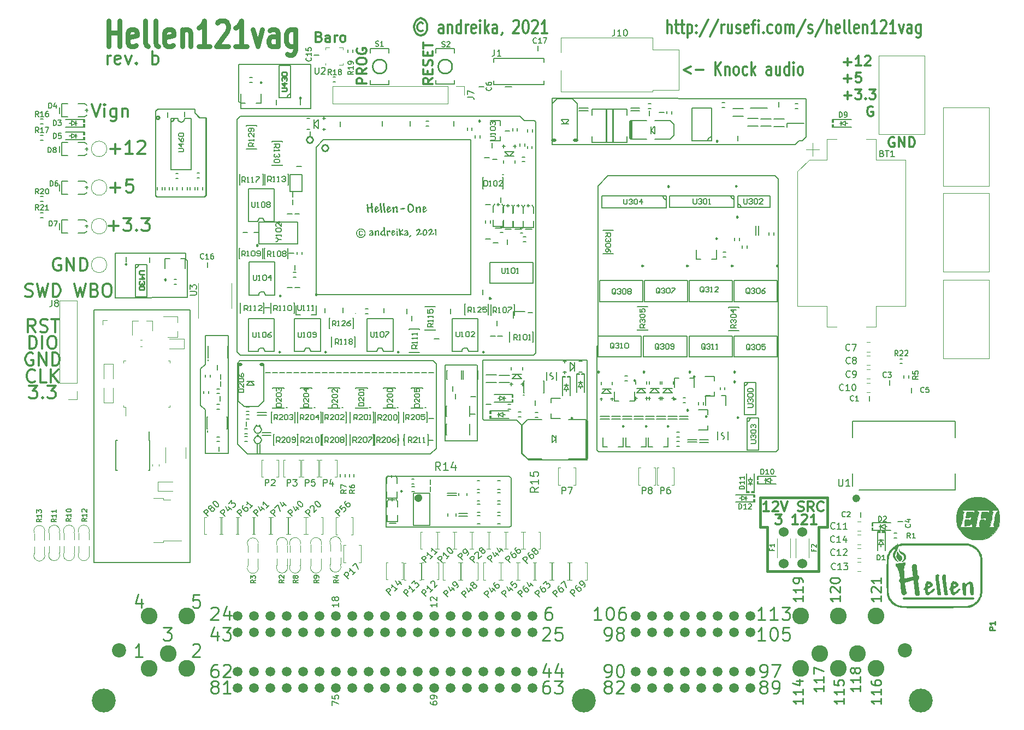
<source format=gto>
G75*
G70*
%OFA0B0*%
%FSLAX25Y25*%
%IPPOS*%
%LPD*%
%AMOC8*
5,1,8,0,0,1.08239X$1,22.5*
%
%ADD107C,0.00689*%
%ADD119C,0.02953*%
%ADD131C,0.02362*%
%ADD136C,0.00650*%
%ADD137C,0.01500*%
%ADD145C,0.00394*%
%ADD147C,0.00800*%
%ADD154C,0.00390*%
%ADD160C,0.14567*%
%ADD171C,0.00472*%
%ADD180C,0.00500*%
%ADD214C,0.05906*%
%ADD232C,0.00591*%
%ADD243C,0.00984*%
%ADD245C,0.06000*%
%ADD253C,0.01000*%
%ADD26C,0.01575*%
%ADD268C,0.08661*%
%ADD280C,0.01968*%
%ADD35C,0.00875*%
%ADD56C,0.01200*%
%ADD58C,0.00010*%
%ADD60C,0.02425*%
%ADD65C,0.01181*%
%ADD66C,0.00787*%
%ADD73C,0.10236*%
%ADD95C,0.00669*%
X0000000Y0000000D02*
%LPD*%
G01*
D137*
X0509843Y0100689D02*
X0509843Y0127854D01*
X0474409Y0127854D02*
X0478740Y0127854D01*
X0515354Y0145571D02*
X0474409Y0145571D01*
X0478740Y0127854D02*
X0478740Y0100689D01*
X0474409Y0145571D02*
X0474409Y0127854D01*
X0478740Y0100689D02*
X0509843Y0100689D01*
X0515354Y0127854D02*
X0515354Y0145571D01*
X0509843Y0127854D02*
X0515354Y0127854D01*
D243*
X0377329Y0070985D02*
X0372830Y0070985D01*
X0375080Y0070985D02*
X0375080Y0078859D01*
X0374330Y0077734D01*
X0373580Y0076984D01*
X0372830Y0076609D01*
X0382204Y0078859D02*
X0382954Y0078859D01*
X0383704Y0078484D01*
X0384079Y0078109D01*
X0384454Y0077359D01*
X0384828Y0075860D01*
X0384828Y0073985D01*
X0384454Y0072485D01*
X0384079Y0071735D01*
X0383704Y0071360D01*
X0382954Y0070985D01*
X0382204Y0070985D01*
X0381454Y0071360D01*
X0381079Y0071735D01*
X0380704Y0072485D01*
X0380329Y0073985D01*
X0380329Y0075860D01*
X0380704Y0077359D01*
X0381079Y0078109D01*
X0381454Y0078484D01*
X0382204Y0078859D01*
X0391578Y0078859D02*
X0390078Y0078859D01*
X0389328Y0078484D01*
X0388953Y0078109D01*
X0388203Y0076984D01*
X0387828Y0075485D01*
X0387828Y0072485D01*
X0388203Y0071735D01*
X0388578Y0071360D01*
X0389328Y0070985D01*
X0390828Y0070985D01*
X0391578Y0071360D01*
X0391953Y0071735D01*
X0392328Y0072485D01*
X0392328Y0074360D01*
X0391953Y0075110D01*
X0391578Y0075485D01*
X0390828Y0075860D01*
X0389328Y0075860D01*
X0388578Y0075485D01*
X0388203Y0075110D01*
X0387828Y0074360D01*
X0096579Y0083735D02*
X0096579Y0078485D01*
X0094704Y0086734D02*
X0092829Y0081110D01*
X0097703Y0081110D01*
X0131954Y0086359D02*
X0128204Y0086359D01*
X0127829Y0082610D01*
X0128204Y0082985D01*
X0128954Y0083360D01*
X0130829Y0083360D01*
X0131579Y0082985D01*
X0131954Y0082610D01*
X0132328Y0081860D01*
X0132328Y0079985D01*
X0131954Y0079235D01*
X0131579Y0078860D01*
X0130829Y0078485D01*
X0128954Y0078485D01*
X0128204Y0078860D01*
X0127829Y0079235D01*
X0127829Y0055609D02*
X0128204Y0055984D01*
X0128954Y0056359D01*
X0130829Y0056359D01*
X0131579Y0055984D01*
X0131954Y0055609D01*
X0132328Y0054859D01*
X0132328Y0054109D01*
X0131954Y0052985D01*
X0127454Y0048485D01*
X0132328Y0048485D01*
D65*
X0076453Y0311560D02*
X0082453Y0311560D01*
X0079453Y0308560D02*
X0079453Y0314559D01*
X0085452Y0316434D02*
X0090327Y0316434D01*
X0087702Y0313434D01*
X0088827Y0313434D01*
X0089577Y0313059D01*
X0089952Y0312684D01*
X0090327Y0311935D01*
X0090327Y0310060D01*
X0089952Y0309310D01*
X0089577Y0308935D01*
X0088827Y0308560D01*
X0086577Y0308560D01*
X0085827Y0308935D01*
X0085452Y0309310D01*
X0093701Y0309310D02*
X0094076Y0308935D01*
X0093701Y0308560D01*
X0093326Y0308935D01*
X0093701Y0309310D01*
X0093701Y0308560D01*
X0096701Y0316434D02*
X0101575Y0316434D01*
X0098951Y0313434D01*
X0100075Y0313434D01*
X0100825Y0313059D01*
X0101200Y0312684D01*
X0101575Y0311935D01*
X0101575Y0310060D01*
X0101200Y0309310D01*
X0100825Y0308935D01*
X0100075Y0308560D01*
X0097826Y0308560D01*
X0097076Y0308935D01*
X0096701Y0309310D01*
D56*
X0417596Y0429452D02*
X0417596Y0437452D01*
X0420168Y0429452D02*
X0420168Y0433642D01*
X0419882Y0434404D01*
X0419310Y0434785D01*
X0418453Y0434785D01*
X0417882Y0434404D01*
X0417596Y0434023D01*
X0422168Y0434785D02*
X0424453Y0434785D01*
X0423025Y0437452D02*
X0423025Y0430595D01*
X0423310Y0429833D01*
X0423882Y0429452D01*
X0424453Y0429452D01*
X0425596Y0434785D02*
X0427882Y0434785D01*
X0426453Y0437452D02*
X0426453Y0430595D01*
X0426739Y0429833D01*
X0427310Y0429452D01*
X0427882Y0429452D01*
X0429882Y0434785D02*
X0429882Y0426785D01*
X0429882Y0434404D02*
X0430453Y0434785D01*
X0431596Y0434785D01*
X0432168Y0434404D01*
X0432453Y0434023D01*
X0432739Y0433261D01*
X0432739Y0430976D01*
X0432453Y0430214D01*
X0432168Y0429833D01*
X0431596Y0429452D01*
X0430453Y0429452D01*
X0429882Y0429833D01*
X0435310Y0430214D02*
X0435596Y0429833D01*
X0435310Y0429452D01*
X0435025Y0429833D01*
X0435310Y0430214D01*
X0435310Y0429452D01*
X0435310Y0434404D02*
X0435596Y0434023D01*
X0435310Y0433642D01*
X0435025Y0434023D01*
X0435310Y0434404D01*
X0435310Y0433642D01*
X0442453Y0437833D02*
X0437310Y0427547D01*
X0448739Y0437833D02*
X0443596Y0427547D01*
X0450739Y0429452D02*
X0450739Y0434785D01*
X0450739Y0433261D02*
X0451025Y0434023D01*
X0451310Y0434404D01*
X0451882Y0434785D01*
X0452453Y0434785D01*
X0457025Y0434785D02*
X0457025Y0429452D01*
X0454453Y0434785D02*
X0454453Y0430595D01*
X0454739Y0429833D01*
X0455310Y0429452D01*
X0456168Y0429452D01*
X0456739Y0429833D01*
X0457025Y0430214D01*
X0459596Y0429833D02*
X0460168Y0429452D01*
X0461310Y0429452D01*
X0461882Y0429833D01*
X0462168Y0430595D01*
X0462168Y0430976D01*
X0461882Y0431738D01*
X0461310Y0432118D01*
X0460453Y0432118D01*
X0459882Y0432499D01*
X0459596Y0433261D01*
X0459596Y0433642D01*
X0459882Y0434404D01*
X0460453Y0434785D01*
X0461310Y0434785D01*
X0461882Y0434404D01*
X0467025Y0429833D02*
X0466453Y0429452D01*
X0465310Y0429452D01*
X0464739Y0429833D01*
X0464453Y0430595D01*
X0464453Y0433642D01*
X0464739Y0434404D01*
X0465310Y0434785D01*
X0466453Y0434785D01*
X0467025Y0434404D01*
X0467310Y0433642D01*
X0467310Y0432880D01*
X0464453Y0432118D01*
X0469025Y0434785D02*
X0471310Y0434785D01*
X0469882Y0429452D02*
X0469882Y0436309D01*
X0470168Y0437071D01*
X0470739Y0437452D01*
X0471310Y0437452D01*
X0473310Y0429452D02*
X0473310Y0434785D01*
X0473310Y0437452D02*
X0473025Y0437071D01*
X0473310Y0436690D01*
X0473596Y0437071D01*
X0473310Y0437452D01*
X0473310Y0436690D01*
X0476168Y0430214D02*
X0476453Y0429833D01*
X0476168Y0429452D01*
X0475882Y0429833D01*
X0476168Y0430214D01*
X0476168Y0429452D01*
X0481596Y0429833D02*
X0481025Y0429452D01*
X0479882Y0429452D01*
X0479310Y0429833D01*
X0479025Y0430214D01*
X0478739Y0430976D01*
X0478739Y0433261D01*
X0479025Y0434023D01*
X0479310Y0434404D01*
X0479882Y0434785D01*
X0481025Y0434785D01*
X0481596Y0434404D01*
X0485025Y0429452D02*
X0484453Y0429833D01*
X0484168Y0430214D01*
X0483882Y0430976D01*
X0483882Y0433261D01*
X0484168Y0434023D01*
X0484453Y0434404D01*
X0485025Y0434785D01*
X0485882Y0434785D01*
X0486453Y0434404D01*
X0486739Y0434023D01*
X0487025Y0433261D01*
X0487025Y0430976D01*
X0486739Y0430214D01*
X0486453Y0429833D01*
X0485882Y0429452D01*
X0485025Y0429452D01*
X0489596Y0429452D02*
X0489596Y0434785D01*
X0489596Y0434023D02*
X0489882Y0434404D01*
X0490453Y0434785D01*
X0491310Y0434785D01*
X0491882Y0434404D01*
X0492168Y0433642D01*
X0492168Y0429452D01*
X0492168Y0433642D02*
X0492453Y0434404D01*
X0493025Y0434785D01*
X0493882Y0434785D01*
X0494453Y0434404D01*
X0494739Y0433642D01*
X0494739Y0429452D01*
X0501882Y0437833D02*
X0496739Y0427547D01*
X0503596Y0429833D02*
X0504168Y0429452D01*
X0505310Y0429452D01*
X0505882Y0429833D01*
X0506168Y0430595D01*
X0506168Y0430976D01*
X0505882Y0431738D01*
X0505310Y0432118D01*
X0504453Y0432118D01*
X0503882Y0432499D01*
X0503596Y0433261D01*
X0503596Y0433642D01*
X0503882Y0434404D01*
X0504453Y0434785D01*
X0505310Y0434785D01*
X0505882Y0434404D01*
X0513025Y0437833D02*
X0507882Y0427547D01*
X0515025Y0429452D02*
X0515025Y0437452D01*
X0517596Y0429452D02*
X0517596Y0433642D01*
X0517310Y0434404D01*
X0516739Y0434785D01*
X0515882Y0434785D01*
X0515310Y0434404D01*
X0515025Y0434023D01*
X0522739Y0429833D02*
X0522168Y0429452D01*
X0521025Y0429452D01*
X0520453Y0429833D01*
X0520168Y0430595D01*
X0520168Y0433642D01*
X0520453Y0434404D01*
X0521025Y0434785D01*
X0522168Y0434785D01*
X0522739Y0434404D01*
X0523025Y0433642D01*
X0523025Y0432880D01*
X0520168Y0432118D01*
X0526453Y0429452D02*
X0525882Y0429833D01*
X0525596Y0430595D01*
X0525596Y0437452D01*
X0529596Y0429452D02*
X0529025Y0429833D01*
X0528739Y0430595D01*
X0528739Y0437452D01*
X0534168Y0429833D02*
X0533596Y0429452D01*
X0532453Y0429452D01*
X0531882Y0429833D01*
X0531596Y0430595D01*
X0531596Y0433642D01*
X0531882Y0434404D01*
X0532453Y0434785D01*
X0533596Y0434785D01*
X0534168Y0434404D01*
X0534453Y0433642D01*
X0534453Y0432880D01*
X0531596Y0432118D01*
X0537025Y0434785D02*
X0537025Y0429452D01*
X0537025Y0434023D02*
X0537310Y0434404D01*
X0537882Y0434785D01*
X0538739Y0434785D01*
X0539310Y0434404D01*
X0539596Y0433642D01*
X0539596Y0429452D01*
X0545596Y0429452D02*
X0542168Y0429452D01*
X0543882Y0429452D02*
X0543882Y0437452D01*
X0543310Y0436309D01*
X0542739Y0435547D01*
X0542168Y0435166D01*
X0547882Y0436690D02*
X0548168Y0437071D01*
X0548739Y0437452D01*
X0550168Y0437452D01*
X0550739Y0437071D01*
X0551025Y0436690D01*
X0551310Y0435928D01*
X0551310Y0435166D01*
X0551025Y0434023D01*
X0547596Y0429452D01*
X0551310Y0429452D01*
X0557025Y0429452D02*
X0553596Y0429452D01*
X0555310Y0429452D02*
X0555310Y0437452D01*
X0554739Y0436309D01*
X0554168Y0435547D01*
X0553596Y0435166D01*
X0559025Y0434785D02*
X0560453Y0429452D01*
X0561882Y0434785D01*
X0566739Y0429452D02*
X0566739Y0433642D01*
X0566453Y0434404D01*
X0565882Y0434785D01*
X0564739Y0434785D01*
X0564168Y0434404D01*
X0566739Y0429833D02*
X0566168Y0429452D01*
X0564739Y0429452D01*
X0564168Y0429833D01*
X0563882Y0430595D01*
X0563882Y0431357D01*
X0564168Y0432118D01*
X0564739Y0432499D01*
X0566168Y0432499D01*
X0566739Y0432880D01*
X0572168Y0434785D02*
X0572168Y0428309D01*
X0571882Y0427547D01*
X0571596Y0427166D01*
X0571025Y0426785D01*
X0570168Y0426785D01*
X0569596Y0427166D01*
X0572168Y0429833D02*
X0571596Y0429452D01*
X0570453Y0429452D01*
X0569882Y0429833D01*
X0569596Y0430214D01*
X0569310Y0430976D01*
X0569310Y0433261D01*
X0569596Y0434023D01*
X0569882Y0434404D01*
X0570453Y0434785D01*
X0571596Y0434785D01*
X0572168Y0434404D01*
D243*
X0512750Y0030610D02*
X0512750Y0027236D01*
X0512750Y0028923D02*
X0506845Y0028923D01*
X0507688Y0028361D01*
X0508251Y0027798D01*
X0508532Y0027236D01*
X0512750Y0036235D02*
X0512750Y0032860D01*
X0512750Y0034547D02*
X0506845Y0034547D01*
X0507688Y0033985D01*
X0508251Y0033422D01*
X0508532Y0032860D01*
X0506845Y0038203D02*
X0506845Y0042140D01*
X0512750Y0039609D01*
X0547750Y0085610D02*
X0547750Y0082236D01*
X0547750Y0083923D02*
X0541845Y0083923D01*
X0542688Y0083361D01*
X0543251Y0082798D01*
X0543532Y0082236D01*
X0542407Y0087860D02*
X0542126Y0088141D01*
X0541845Y0088704D01*
X0541845Y0090110D01*
X0542126Y0090672D01*
X0542407Y0090953D01*
X0542970Y0091235D01*
X0543532Y0091235D01*
X0544376Y0090953D01*
X0547750Y0087579D01*
X0547750Y0091235D01*
X0547750Y0096859D02*
X0547750Y0093484D01*
X0547750Y0095172D02*
X0541845Y0095172D01*
X0542688Y0094609D01*
X0543251Y0094047D01*
X0543532Y0093484D01*
D56*
X0525307Y0411855D02*
X0529879Y0411855D01*
X0527593Y0409569D02*
X0527593Y0414141D01*
X0535879Y0409569D02*
X0532450Y0409569D01*
X0534164Y0409569D02*
X0534164Y0415569D01*
X0533593Y0414712D01*
X0533021Y0414141D01*
X0532450Y0413855D01*
X0538164Y0414998D02*
X0538450Y0415283D01*
X0539021Y0415569D01*
X0540450Y0415569D01*
X0541021Y0415283D01*
X0541307Y0414998D01*
X0541593Y0414426D01*
X0541593Y0413855D01*
X0541307Y0412998D01*
X0537879Y0409569D01*
X0541593Y0409569D01*
D119*
X0076425Y0421337D02*
X0076425Y0437085D01*
X0076425Y0429585D02*
X0083174Y0429585D01*
X0083174Y0421337D02*
X0083174Y0437085D01*
X0093298Y0422086D02*
X0092173Y0421337D01*
X0089924Y0421337D01*
X0088799Y0422086D01*
X0088236Y0423586D01*
X0088236Y0429585D01*
X0088799Y0431085D01*
X0089924Y0431835D01*
X0092173Y0431835D01*
X0093298Y0431085D01*
X0093861Y0429585D01*
X0093861Y0428086D01*
X0088236Y0426586D01*
X0100610Y0421337D02*
X0099485Y0422086D01*
X0098922Y0423586D01*
X0098922Y0437085D01*
X0106796Y0421337D02*
X0105672Y0422086D01*
X0105109Y0423586D01*
X0105109Y0437085D01*
X0115795Y0422086D02*
X0114670Y0421337D01*
X0112421Y0421337D01*
X0111296Y0422086D01*
X0110733Y0423586D01*
X0110733Y0429585D01*
X0111296Y0431085D01*
X0112421Y0431835D01*
X0114670Y0431835D01*
X0115795Y0431085D01*
X0116358Y0429585D01*
X0116358Y0428086D01*
X0110733Y0426586D01*
X0121420Y0431835D02*
X0121420Y0421337D01*
X0121420Y0430335D02*
X0121982Y0431085D01*
X0123107Y0431835D01*
X0124794Y0431835D01*
X0125919Y0431085D01*
X0126481Y0429585D01*
X0126481Y0421337D01*
X0138292Y0421337D02*
X0131543Y0421337D01*
X0134918Y0421337D02*
X0134918Y0437085D01*
X0133793Y0434835D01*
X0132668Y0433335D01*
X0131543Y0432585D01*
X0142792Y0435585D02*
X0143354Y0436335D01*
X0144479Y0437085D01*
X0147291Y0437085D01*
X0148416Y0436335D01*
X0148979Y0435585D01*
X0149541Y0434085D01*
X0149541Y0432585D01*
X0148979Y0430335D01*
X0142229Y0421337D01*
X0149541Y0421337D01*
X0160790Y0421337D02*
X0154040Y0421337D01*
X0157415Y0421337D02*
X0157415Y0437085D01*
X0156290Y0434835D01*
X0155165Y0433335D01*
X0154040Y0432585D01*
X0164727Y0431835D02*
X0167539Y0421337D01*
X0170351Y0431835D01*
X0179912Y0421337D02*
X0179912Y0429585D01*
X0179350Y0431085D01*
X0178225Y0431835D01*
X0175975Y0431835D01*
X0174850Y0431085D01*
X0179912Y0422086D02*
X0178787Y0421337D01*
X0175975Y0421337D01*
X0174850Y0422086D01*
X0174288Y0423586D01*
X0174288Y0425086D01*
X0174850Y0426586D01*
X0175975Y0427336D01*
X0178787Y0427336D01*
X0179912Y0428086D01*
X0190598Y0431835D02*
X0190598Y0419087D01*
X0190036Y0417587D01*
X0189474Y0416837D01*
X0188349Y0416087D01*
X0186661Y0416087D01*
X0185537Y0416837D01*
X0190598Y0422086D02*
X0189474Y0421337D01*
X0187224Y0421337D01*
X0186099Y0422086D01*
X0185537Y0422836D01*
X0184974Y0424336D01*
X0184974Y0428836D01*
X0185537Y0430335D01*
X0186099Y0431085D01*
X0187224Y0431835D01*
X0189474Y0431835D01*
X0190598Y0431085D01*
D66*
X0212923Y0018860D02*
X0212923Y0021485D01*
X0216860Y0019798D01*
X0212923Y0024859D02*
X0212923Y0022985D01*
X0214798Y0022797D01*
X0214610Y0022985D01*
X0214423Y0023360D01*
X0214423Y0024297D01*
X0214610Y0024672D01*
X0214798Y0024859D01*
X0215172Y0025047D01*
X0216110Y0025047D01*
X0216485Y0024859D01*
X0216672Y0024672D01*
X0216860Y0024297D01*
X0216860Y0023360D01*
X0216672Y0022985D01*
X0216485Y0022797D01*
D65*
X0077541Y0358804D02*
X0083540Y0358804D01*
X0080540Y0355804D02*
X0080540Y0361803D01*
X0091414Y0355804D02*
X0086915Y0355804D01*
X0089164Y0355804D02*
X0089164Y0363678D01*
X0088414Y0362553D01*
X0087664Y0361803D01*
X0086915Y0361428D01*
X0094414Y0362928D02*
X0094789Y0363303D01*
X0095538Y0363678D01*
X0097413Y0363678D01*
X0098163Y0363303D01*
X0098538Y0362928D01*
X0098913Y0362178D01*
X0098913Y0361428D01*
X0098538Y0360304D01*
X0094039Y0355804D01*
X0098913Y0355804D01*
D66*
X0272923Y0020922D02*
X0272923Y0020172D01*
X0273110Y0019798D01*
X0273298Y0019610D01*
X0273860Y0019235D01*
X0274610Y0019048D01*
X0276110Y0019048D01*
X0276485Y0019235D01*
X0276672Y0019423D01*
X0276860Y0019798D01*
X0276860Y0020547D01*
X0276672Y0020922D01*
X0276485Y0021110D01*
X0276110Y0021297D01*
X0275172Y0021297D01*
X0274798Y0021110D01*
X0274610Y0020922D01*
X0274423Y0020547D01*
X0274423Y0019798D01*
X0274610Y0019423D01*
X0274798Y0019235D01*
X0275172Y0019048D01*
X0276860Y0023172D02*
X0276860Y0023922D01*
X0276672Y0024297D01*
X0276485Y0024484D01*
X0275922Y0024859D01*
X0275172Y0025047D01*
X0273673Y0025047D01*
X0273298Y0024859D01*
X0273110Y0024672D01*
X0272923Y0024297D01*
X0272923Y0023547D01*
X0273110Y0023172D01*
X0273298Y0022985D01*
X0273673Y0022797D01*
X0274610Y0022797D01*
X0274985Y0022985D01*
X0275172Y0023172D01*
X0275360Y0023547D01*
X0275360Y0024297D01*
X0275172Y0024672D01*
X0274985Y0024859D01*
X0274610Y0025047D01*
D243*
X0341579Y0065609D02*
X0341954Y0065984D01*
X0342704Y0066359D01*
X0344579Y0066359D01*
X0345329Y0065984D01*
X0345704Y0065609D01*
X0346079Y0064859D01*
X0346079Y0064109D01*
X0345704Y0062985D01*
X0341205Y0058485D01*
X0346079Y0058485D01*
X0353203Y0066359D02*
X0349454Y0066359D01*
X0349079Y0062610D01*
X0349454Y0062985D01*
X0350203Y0063360D01*
X0352078Y0063360D01*
X0352828Y0062985D01*
X0353203Y0062610D01*
X0353578Y0061860D01*
X0353578Y0059985D01*
X0353203Y0059235D01*
X0352828Y0058860D01*
X0352078Y0058485D01*
X0350203Y0058485D01*
X0349454Y0058860D01*
X0349079Y0059235D01*
X0525250Y0023110D02*
X0525250Y0019736D01*
X0525250Y0021423D02*
X0519345Y0021423D01*
X0520188Y0020861D01*
X0520751Y0020298D01*
X0521032Y0019736D01*
X0525250Y0028735D02*
X0525250Y0025360D01*
X0525250Y0027047D02*
X0519345Y0027047D01*
X0520188Y0026485D01*
X0520751Y0025922D01*
X0521032Y0025360D01*
X0519345Y0034078D02*
X0519345Y0031265D01*
X0522157Y0030984D01*
X0521876Y0031265D01*
X0521594Y0031828D01*
X0521594Y0033234D01*
X0521876Y0033796D01*
X0522157Y0034078D01*
X0522719Y0034359D01*
X0524125Y0034359D01*
X0524688Y0034078D01*
X0524969Y0033796D01*
X0525250Y0033234D01*
X0525250Y0031828D01*
X0524969Y0031265D01*
X0524688Y0030984D01*
X0142829Y0063735D02*
X0142829Y0058485D01*
X0140954Y0066734D02*
X0139079Y0061110D01*
X0143954Y0061110D01*
X0146204Y0066359D02*
X0151078Y0066359D01*
X0148453Y0063360D01*
X0149578Y0063360D01*
X0150328Y0062985D01*
X0150703Y0062610D01*
X0151078Y0061860D01*
X0151078Y0059985D01*
X0150703Y0059235D01*
X0150328Y0058860D01*
X0149578Y0058485D01*
X0147328Y0058485D01*
X0146579Y0058860D01*
X0146204Y0059235D01*
D56*
X0556058Y0365598D02*
X0555487Y0365884D01*
X0554630Y0365884D01*
X0553773Y0365598D01*
X0553201Y0365027D01*
X0552916Y0364456D01*
X0552630Y0363313D01*
X0552630Y0362456D01*
X0552916Y0361313D01*
X0553201Y0360741D01*
X0553773Y0360170D01*
X0554630Y0359884D01*
X0555201Y0359884D01*
X0556058Y0360170D01*
X0556344Y0360456D01*
X0556344Y0362456D01*
X0555201Y0362456D01*
X0558916Y0359884D02*
X0558916Y0365884D01*
X0562344Y0359884D01*
X0562344Y0365884D01*
X0565201Y0359884D02*
X0565201Y0365884D01*
X0566630Y0365884D01*
X0567487Y0365598D01*
X0568058Y0365027D01*
X0568344Y0364456D01*
X0568630Y0363313D01*
X0568630Y0362456D01*
X0568344Y0361313D01*
X0568058Y0360741D01*
X0567487Y0360170D01*
X0566630Y0359884D01*
X0565201Y0359884D01*
D66*
X0216860Y0081297D02*
X0216860Y0079048D01*
X0216860Y0080172D02*
X0212923Y0080172D01*
X0213485Y0079798D01*
X0213860Y0079423D01*
X0214048Y0079048D01*
X0214610Y0083547D02*
X0214423Y0083172D01*
X0214235Y0082985D01*
X0213860Y0082797D01*
X0213673Y0082797D01*
X0213298Y0082985D01*
X0213110Y0083172D01*
X0212923Y0083547D01*
X0212923Y0084297D01*
X0213110Y0084672D01*
X0213298Y0084859D01*
X0213673Y0085047D01*
X0213860Y0085047D01*
X0214235Y0084859D01*
X0214423Y0084672D01*
X0214610Y0084297D01*
X0214610Y0083547D01*
X0214798Y0083172D01*
X0214985Y0082985D01*
X0215360Y0082797D01*
X0216110Y0082797D01*
X0216485Y0082985D01*
X0216672Y0083172D01*
X0216860Y0083547D01*
X0216860Y0084297D01*
X0216672Y0084672D01*
X0216485Y0084859D01*
X0216110Y0085047D01*
X0215360Y0085047D01*
X0214985Y0084859D01*
X0214798Y0084672D01*
X0214610Y0084297D01*
D65*
X0028159Y0236595D02*
X0028159Y0244469D01*
X0030034Y0244469D01*
X0031159Y0244094D01*
X0031909Y0243345D01*
X0032283Y0242595D01*
X0032658Y0241095D01*
X0032658Y0239970D01*
X0032283Y0238470D01*
X0031909Y0237720D01*
X0031159Y0236970D01*
X0030034Y0236595D01*
X0028159Y0236595D01*
X0036033Y0236595D02*
X0036033Y0244469D01*
X0041282Y0244469D02*
X0042782Y0244469D01*
X0043532Y0244094D01*
X0044282Y0243345D01*
X0044657Y0241845D01*
X0044657Y0239220D01*
X0044282Y0237720D01*
X0043532Y0236970D01*
X0042782Y0236595D01*
X0041282Y0236595D01*
X0040532Y0236970D01*
X0039783Y0237720D01*
X0039408Y0239220D01*
X0039408Y0241845D01*
X0039783Y0243345D01*
X0040532Y0244094D01*
X0041282Y0244469D01*
D243*
X0474829Y0035985D02*
X0476329Y0035985D01*
X0477079Y0036360D01*
X0477454Y0036735D01*
X0478204Y0037860D01*
X0478579Y0039360D01*
X0478579Y0042359D01*
X0478204Y0043109D01*
X0477829Y0043484D01*
X0477079Y0043859D01*
X0475579Y0043859D01*
X0474829Y0043484D01*
X0474454Y0043109D01*
X0474079Y0042359D01*
X0474079Y0040485D01*
X0474454Y0039735D01*
X0474829Y0039360D01*
X0475579Y0038985D01*
X0477079Y0038985D01*
X0477829Y0039360D01*
X0478204Y0039735D01*
X0478579Y0040485D01*
X0481204Y0043859D02*
X0486453Y0043859D01*
X0483078Y0035985D01*
D65*
X0047150Y0291732D02*
X0046400Y0292107D01*
X0045276Y0292107D01*
X0044151Y0291732D01*
X0043401Y0290982D01*
X0043026Y0290232D01*
X0042651Y0288733D01*
X0042651Y0287608D01*
X0043026Y0286108D01*
X0043401Y0285358D01*
X0044151Y0284608D01*
X0045276Y0284233D01*
X0046025Y0284233D01*
X0047150Y0284608D01*
X0047525Y0284983D01*
X0047525Y0287608D01*
X0046025Y0287608D01*
X0050900Y0284233D02*
X0050900Y0292107D01*
X0055399Y0284233D01*
X0055399Y0292107D01*
X0059149Y0284233D02*
X0059149Y0292107D01*
X0061024Y0292107D01*
X0062148Y0291732D01*
X0062898Y0290982D01*
X0063273Y0290232D01*
X0063648Y0288733D01*
X0063648Y0287608D01*
X0063273Y0286108D01*
X0062898Y0285358D01*
X0062148Y0284608D01*
X0061024Y0284233D01*
X0059149Y0284233D01*
D56*
X0274325Y0401916D02*
X0271513Y0399916D01*
X0274325Y0398487D02*
X0268420Y0398487D01*
X0268420Y0400773D01*
X0268701Y0401344D01*
X0268982Y0401630D01*
X0269544Y0401916D01*
X0270388Y0401916D01*
X0270951Y0401630D01*
X0271232Y0401344D01*
X0271513Y0400773D01*
X0271513Y0398487D01*
X0271232Y0404487D02*
X0271232Y0406487D01*
X0274325Y0407344D02*
X0274325Y0404487D01*
X0268420Y0404487D01*
X0268420Y0407344D01*
X0274044Y0409630D02*
X0274325Y0410487D01*
X0274325Y0411916D01*
X0274044Y0412487D01*
X0273763Y0412773D01*
X0273200Y0413058D01*
X0272638Y0413058D01*
X0272075Y0412773D01*
X0271794Y0412487D01*
X0271513Y0411916D01*
X0271232Y0410773D01*
X0270951Y0410201D01*
X0270669Y0409916D01*
X0270107Y0409630D01*
X0269544Y0409630D01*
X0268982Y0409916D01*
X0268701Y0410201D01*
X0268420Y0410773D01*
X0268420Y0412201D01*
X0268701Y0413058D01*
X0271232Y0415630D02*
X0271232Y0417630D01*
X0274325Y0418487D02*
X0274325Y0415630D01*
X0268420Y0415630D01*
X0268420Y0418487D01*
X0268420Y0420201D02*
X0268420Y0423630D01*
X0274325Y0421916D02*
X0268420Y0421916D01*
D243*
X0139079Y0078109D02*
X0139454Y0078484D01*
X0140204Y0078859D01*
X0142079Y0078859D01*
X0142829Y0078484D01*
X0143204Y0078109D01*
X0143579Y0077359D01*
X0143579Y0076609D01*
X0143204Y0075485D01*
X0138705Y0070985D01*
X0143579Y0070985D01*
X0150328Y0076235D02*
X0150328Y0070985D01*
X0148453Y0079234D02*
X0146579Y0073610D01*
X0151453Y0073610D01*
X0379829Y0058485D02*
X0381329Y0058485D01*
X0382079Y0058860D01*
X0382454Y0059235D01*
X0383204Y0060360D01*
X0383579Y0061860D01*
X0383579Y0064859D01*
X0383204Y0065609D01*
X0382829Y0065984D01*
X0382079Y0066359D01*
X0380579Y0066359D01*
X0379829Y0065984D01*
X0379454Y0065609D01*
X0379079Y0064859D01*
X0379079Y0062985D01*
X0379454Y0062235D01*
X0379829Y0061860D01*
X0380579Y0061485D01*
X0382079Y0061485D01*
X0382829Y0061860D01*
X0383204Y0062235D01*
X0383579Y0062985D01*
X0388078Y0062985D02*
X0387328Y0063360D01*
X0386954Y0063735D01*
X0386579Y0064484D01*
X0386579Y0064859D01*
X0386954Y0065609D01*
X0387328Y0065984D01*
X0388078Y0066359D01*
X0389578Y0066359D01*
X0390328Y0065984D01*
X0390703Y0065609D01*
X0391078Y0064859D01*
X0391078Y0064484D01*
X0390703Y0063735D01*
X0390328Y0063360D01*
X0389578Y0062985D01*
X0388078Y0062985D01*
X0387328Y0062610D01*
X0386954Y0062235D01*
X0386579Y0061485D01*
X0386579Y0059985D01*
X0386954Y0059235D01*
X0387328Y0058860D01*
X0388078Y0058485D01*
X0389578Y0058485D01*
X0390328Y0058860D01*
X0390703Y0059235D01*
X0391078Y0059985D01*
X0391078Y0061485D01*
X0390703Y0062235D01*
X0390328Y0062610D01*
X0389578Y0062985D01*
D56*
X0268213Y0435547D02*
X0267642Y0435928D01*
X0266499Y0435928D01*
X0265927Y0435547D01*
X0265356Y0434785D01*
X0265070Y0434023D01*
X0265070Y0432499D01*
X0265356Y0431738D01*
X0265927Y0430976D01*
X0266499Y0430595D01*
X0267642Y0430595D01*
X0268213Y0430976D01*
X0267070Y0438595D02*
X0265642Y0438214D01*
X0264213Y0437071D01*
X0263356Y0435166D01*
X0263070Y0433261D01*
X0263356Y0431357D01*
X0264213Y0429452D01*
X0265642Y0428309D01*
X0267070Y0427928D01*
X0268499Y0428309D01*
X0269927Y0429452D01*
X0270785Y0431357D01*
X0271070Y0433261D01*
X0270785Y0435166D01*
X0269927Y0437071D01*
X0268499Y0438214D01*
X0267070Y0438595D01*
X0280785Y0429452D02*
X0280785Y0433642D01*
X0280499Y0434404D01*
X0279927Y0434785D01*
X0278785Y0434785D01*
X0278213Y0434404D01*
X0280785Y0429833D02*
X0280213Y0429452D01*
X0278785Y0429452D01*
X0278213Y0429833D01*
X0277927Y0430595D01*
X0277927Y0431357D01*
X0278213Y0432118D01*
X0278785Y0432499D01*
X0280213Y0432499D01*
X0280785Y0432880D01*
X0283642Y0434785D02*
X0283642Y0429452D01*
X0283642Y0434023D02*
X0283927Y0434404D01*
X0284499Y0434785D01*
X0285356Y0434785D01*
X0285927Y0434404D01*
X0286213Y0433642D01*
X0286213Y0429452D01*
X0291642Y0429452D02*
X0291642Y0437452D01*
X0291642Y0429833D02*
X0291070Y0429452D01*
X0289927Y0429452D01*
X0289356Y0429833D01*
X0289070Y0430214D01*
X0288785Y0430976D01*
X0288785Y0433261D01*
X0289070Y0434023D01*
X0289356Y0434404D01*
X0289927Y0434785D01*
X0291070Y0434785D01*
X0291642Y0434404D01*
X0294499Y0429452D02*
X0294499Y0434785D01*
X0294499Y0433261D02*
X0294785Y0434023D01*
X0295070Y0434404D01*
X0295642Y0434785D01*
X0296213Y0434785D01*
X0300499Y0429833D02*
X0299927Y0429452D01*
X0298785Y0429452D01*
X0298213Y0429833D01*
X0297927Y0430595D01*
X0297927Y0433642D01*
X0298213Y0434404D01*
X0298785Y0434785D01*
X0299927Y0434785D01*
X0300499Y0434404D01*
X0300785Y0433642D01*
X0300785Y0432880D01*
X0297927Y0432118D01*
X0303356Y0429452D02*
X0303356Y0434785D01*
X0303356Y0437452D02*
X0303070Y0437071D01*
X0303356Y0436690D01*
X0303642Y0437071D01*
X0303356Y0437452D01*
X0303356Y0436690D01*
X0306213Y0429452D02*
X0306213Y0437452D01*
X0306785Y0432499D02*
X0308499Y0429452D01*
X0308499Y0434785D02*
X0306213Y0431738D01*
X0313642Y0429452D02*
X0313642Y0433642D01*
X0313356Y0434404D01*
X0312785Y0434785D01*
X0311642Y0434785D01*
X0311070Y0434404D01*
X0313642Y0429833D02*
X0313070Y0429452D01*
X0311642Y0429452D01*
X0311070Y0429833D01*
X0310785Y0430595D01*
X0310785Y0431357D01*
X0311070Y0432118D01*
X0311642Y0432499D01*
X0313070Y0432499D01*
X0313642Y0432880D01*
X0316785Y0429833D02*
X0316785Y0429452D01*
X0316499Y0428690D01*
X0316213Y0428309D01*
X0323642Y0436690D02*
X0323927Y0437071D01*
X0324499Y0437452D01*
X0325927Y0437452D01*
X0326499Y0437071D01*
X0326785Y0436690D01*
X0327070Y0435928D01*
X0327070Y0435166D01*
X0326785Y0434023D01*
X0323356Y0429452D01*
X0327070Y0429452D01*
X0330785Y0437452D02*
X0331356Y0437452D01*
X0331927Y0437071D01*
X0332213Y0436690D01*
X0332499Y0435928D01*
X0332785Y0434404D01*
X0332785Y0432499D01*
X0332499Y0430976D01*
X0332213Y0430214D01*
X0331927Y0429833D01*
X0331356Y0429452D01*
X0330785Y0429452D01*
X0330213Y0429833D01*
X0329927Y0430214D01*
X0329642Y0430976D01*
X0329356Y0432499D01*
X0329356Y0434404D01*
X0329642Y0435928D01*
X0329927Y0436690D01*
X0330213Y0437071D01*
X0330785Y0437452D01*
X0335070Y0436690D02*
X0335356Y0437071D01*
X0335927Y0437452D01*
X0337356Y0437452D01*
X0337927Y0437071D01*
X0338213Y0436690D01*
X0338499Y0435928D01*
X0338499Y0435166D01*
X0338213Y0434023D01*
X0334785Y0429452D01*
X0338499Y0429452D01*
X0344213Y0429452D02*
X0340785Y0429452D01*
X0342499Y0429452D02*
X0342499Y0437452D01*
X0341927Y0436309D01*
X0341356Y0435547D01*
X0340785Y0435166D01*
X0497181Y0129471D02*
X0493753Y0129471D01*
X0495467Y0129471D02*
X0495467Y0135471D01*
X0494895Y0134614D01*
X0494324Y0134042D01*
X0493753Y0133756D01*
X0499467Y0134899D02*
X0499753Y0135185D01*
X0500324Y0135471D01*
X0501753Y0135471D01*
X0502324Y0135185D01*
X0502610Y0134899D01*
X0502895Y0134328D01*
X0502895Y0133756D01*
X0502610Y0132899D01*
X0499181Y0129471D01*
X0502895Y0129471D01*
X0508610Y0129471D02*
X0505181Y0129471D01*
X0506895Y0129471D02*
X0506895Y0135471D01*
X0506324Y0134614D01*
X0505753Y0134042D01*
X0505181Y0133756D01*
D243*
X0535250Y0030610D02*
X0535250Y0027236D01*
X0535250Y0028923D02*
X0529345Y0028923D01*
X0530188Y0028361D01*
X0530751Y0027798D01*
X0531032Y0027236D01*
X0535250Y0036235D02*
X0535250Y0032860D01*
X0535250Y0034547D02*
X0529345Y0034547D01*
X0530188Y0033985D01*
X0530751Y0033422D01*
X0531032Y0032860D01*
X0531876Y0039609D02*
X0531594Y0039047D01*
X0531313Y0038765D01*
X0530751Y0038484D01*
X0530470Y0038484D01*
X0529907Y0038765D01*
X0529626Y0039047D01*
X0529345Y0039609D01*
X0529345Y0040734D01*
X0529626Y0041296D01*
X0529907Y0041578D01*
X0530470Y0041859D01*
X0530751Y0041859D01*
X0531313Y0041578D01*
X0531594Y0041296D01*
X0531876Y0040734D01*
X0531876Y0039609D01*
X0532157Y0039047D01*
X0532438Y0038765D01*
X0533001Y0038484D01*
X0534125Y0038484D01*
X0534688Y0038765D01*
X0534969Y0039047D01*
X0535250Y0039609D01*
X0535250Y0040734D01*
X0534969Y0041296D01*
X0534688Y0041578D01*
X0534125Y0041859D01*
X0533001Y0041859D01*
X0532438Y0041578D01*
X0532157Y0041296D01*
X0531876Y0040734D01*
D65*
X0025722Y0268860D02*
X0026847Y0268485D01*
X0028721Y0268485D01*
X0029471Y0268860D01*
X0029846Y0269235D01*
X0030221Y0269985D01*
X0030221Y0270735D01*
X0029846Y0271485D01*
X0029471Y0271860D01*
X0028721Y0272235D01*
X0027222Y0272610D01*
X0026472Y0272985D01*
X0026097Y0273360D01*
X0025722Y0274109D01*
X0025722Y0274859D01*
X0026097Y0275609D01*
X0026472Y0275984D01*
X0027222Y0276359D01*
X0029096Y0276359D01*
X0030221Y0275984D01*
X0032846Y0276359D02*
X0034721Y0268485D01*
X0036220Y0274109D01*
X0037720Y0268485D01*
X0039595Y0276359D01*
X0042595Y0268485D02*
X0042595Y0276359D01*
X0044469Y0276359D01*
X0045594Y0275984D01*
X0046344Y0275234D01*
X0046719Y0274484D01*
X0047094Y0272985D01*
X0047094Y0271860D01*
X0046719Y0270360D01*
X0046344Y0269610D01*
X0045594Y0268860D01*
X0044469Y0268485D01*
X0042595Y0268485D01*
X0055718Y0276359D02*
X0057593Y0268485D01*
X0059093Y0274109D01*
X0060592Y0268485D01*
X0062467Y0276359D01*
X0068091Y0272610D02*
X0069216Y0272235D01*
X0069591Y0271860D01*
X0069966Y0271110D01*
X0069966Y0269985D01*
X0069591Y0269235D01*
X0069216Y0268860D01*
X0068466Y0268485D01*
X0065467Y0268485D01*
X0065467Y0276359D01*
X0068091Y0276359D01*
X0068841Y0275984D01*
X0069216Y0275609D01*
X0069591Y0274859D01*
X0069591Y0274109D01*
X0069216Y0273360D01*
X0068841Y0272985D01*
X0068091Y0272610D01*
X0065467Y0272610D01*
X0074841Y0276359D02*
X0076340Y0276359D01*
X0077090Y0275984D01*
X0077840Y0275234D01*
X0078215Y0273735D01*
X0078215Y0271110D01*
X0077840Y0269610D01*
X0077090Y0268860D01*
X0076340Y0268485D01*
X0074841Y0268485D01*
X0074091Y0268860D01*
X0073341Y0269610D01*
X0072966Y0271110D01*
X0072966Y0273735D01*
X0073341Y0275234D01*
X0074091Y0275984D01*
X0074841Y0276359D01*
D56*
X0233969Y0398610D02*
X0228063Y0398610D01*
X0228063Y0400896D01*
X0228344Y0401467D01*
X0228626Y0401753D01*
X0229188Y0402038D01*
X0230032Y0402038D01*
X0230594Y0401753D01*
X0230875Y0401467D01*
X0231157Y0400896D01*
X0231157Y0398610D01*
X0233969Y0408038D02*
X0231157Y0406038D01*
X0233969Y0404610D02*
X0228063Y0404610D01*
X0228063Y0406896D01*
X0228344Y0407467D01*
X0228626Y0407753D01*
X0229188Y0408038D01*
X0230032Y0408038D01*
X0230594Y0407753D01*
X0230875Y0407467D01*
X0231157Y0406896D01*
X0231157Y0404610D01*
X0228063Y0411753D02*
X0228063Y0412896D01*
X0228344Y0413467D01*
X0228907Y0414038D01*
X0230032Y0414324D01*
X0232000Y0414324D01*
X0233125Y0414038D01*
X0233688Y0413467D01*
X0233969Y0412896D01*
X0233969Y0411753D01*
X0233688Y0411181D01*
X0233125Y0410610D01*
X0232000Y0410324D01*
X0230032Y0410324D01*
X0228907Y0410610D01*
X0228344Y0411181D01*
X0228063Y0411753D01*
X0228344Y0420038D02*
X0228063Y0419467D01*
X0228063Y0418610D01*
X0228344Y0417753D01*
X0228907Y0417181D01*
X0229469Y0416896D01*
X0230594Y0416610D01*
X0231438Y0416610D01*
X0232563Y0416896D01*
X0233125Y0417181D01*
X0233688Y0417753D01*
X0233969Y0418610D01*
X0233969Y0419181D01*
X0233688Y0420038D01*
X0233406Y0420324D01*
X0231438Y0420324D01*
X0231438Y0419181D01*
D243*
X0097328Y0048485D02*
X0092829Y0048485D01*
X0095079Y0048485D02*
X0095079Y0056359D01*
X0094329Y0055234D01*
X0093579Y0054484D01*
X0092829Y0054109D01*
X0140579Y0030485D02*
X0139829Y0030860D01*
X0139454Y0031235D01*
X0139079Y0031984D01*
X0139079Y0032359D01*
X0139454Y0033109D01*
X0139829Y0033484D01*
X0140579Y0033859D01*
X0142079Y0033859D01*
X0142829Y0033484D01*
X0143204Y0033109D01*
X0143579Y0032359D01*
X0143579Y0031984D01*
X0143204Y0031235D01*
X0142829Y0030860D01*
X0142079Y0030485D01*
X0140579Y0030485D01*
X0139829Y0030110D01*
X0139454Y0029735D01*
X0139079Y0028985D01*
X0139079Y0027485D01*
X0139454Y0026735D01*
X0139829Y0026360D01*
X0140579Y0025985D01*
X0142079Y0025985D01*
X0142829Y0026360D01*
X0143204Y0026735D01*
X0143579Y0027485D01*
X0143579Y0028985D01*
X0143204Y0029735D01*
X0142829Y0030110D01*
X0142079Y0030485D01*
X0151078Y0025985D02*
X0146579Y0025985D01*
X0148828Y0025985D02*
X0148828Y0033859D01*
X0148078Y0032734D01*
X0147328Y0031984D01*
X0146579Y0031609D01*
D65*
X0031534Y0216873D02*
X0031159Y0216498D01*
X0030034Y0216123D01*
X0029284Y0216123D01*
X0028159Y0216498D01*
X0027409Y0217248D01*
X0027034Y0217998D01*
X0026659Y0219498D01*
X0026659Y0220622D01*
X0027034Y0222122D01*
X0027409Y0222872D01*
X0028159Y0223622D01*
X0029284Y0223997D01*
X0030034Y0223997D01*
X0031159Y0223622D01*
X0031534Y0223247D01*
X0038658Y0216123D02*
X0034908Y0216123D01*
X0034908Y0223997D01*
X0041282Y0216123D02*
X0041282Y0223997D01*
X0045782Y0216123D02*
X0042407Y0220622D01*
X0045782Y0223997D02*
X0041282Y0219498D01*
X0066180Y0386119D02*
X0068804Y0378245D01*
X0071429Y0386119D01*
X0074054Y0378245D02*
X0074054Y0383494D01*
X0074054Y0386119D02*
X0073679Y0385744D01*
X0074054Y0385369D01*
X0074429Y0385744D01*
X0074054Y0386119D01*
X0074054Y0385369D01*
X0081178Y0383494D02*
X0081178Y0377120D01*
X0080803Y0376370D01*
X0080428Y0375995D01*
X0079678Y0375620D01*
X0078553Y0375620D01*
X0077803Y0375995D01*
X0081178Y0378620D02*
X0080428Y0378245D01*
X0078928Y0378245D01*
X0078178Y0378620D01*
X0077803Y0378995D01*
X0077428Y0379745D01*
X0077428Y0381995D01*
X0077803Y0382744D01*
X0078178Y0383119D01*
X0078928Y0383494D01*
X0080428Y0383494D01*
X0081178Y0383119D01*
X0084927Y0383494D02*
X0084927Y0378245D01*
X0084927Y0382744D02*
X0085302Y0383119D01*
X0086052Y0383494D01*
X0087177Y0383494D01*
X0087927Y0383119D01*
X0088302Y0382370D01*
X0088302Y0378245D01*
D243*
X0500250Y0085610D02*
X0500250Y0082236D01*
X0500250Y0083923D02*
X0494345Y0083923D01*
X0495188Y0083361D01*
X0495751Y0082798D01*
X0496032Y0082236D01*
X0500250Y0091235D02*
X0500250Y0087860D01*
X0500250Y0089547D02*
X0494345Y0089547D01*
X0495188Y0088985D01*
X0495751Y0088422D01*
X0496032Y0087860D01*
X0500250Y0094047D02*
X0500250Y0095172D01*
X0499969Y0095734D01*
X0499688Y0096015D01*
X0498844Y0096578D01*
X0497719Y0096859D01*
X0495470Y0096859D01*
X0494907Y0096578D01*
X0494626Y0096296D01*
X0494345Y0095734D01*
X0494345Y0094609D01*
X0494626Y0094047D01*
X0494907Y0093765D01*
X0495470Y0093484D01*
X0496876Y0093484D01*
X0497438Y0093765D01*
X0497719Y0094047D01*
X0498001Y0094609D01*
X0498001Y0095734D01*
X0497719Y0096296D01*
X0497438Y0096578D01*
X0496876Y0096859D01*
X0345329Y0041235D02*
X0345329Y0035985D01*
X0343454Y0044234D02*
X0341579Y0038610D01*
X0346454Y0038610D01*
X0352828Y0041235D02*
X0352828Y0035985D01*
X0350953Y0044234D02*
X0349079Y0038610D01*
X0353953Y0038610D01*
D56*
X0525408Y0401619D02*
X0529980Y0401619D01*
X0527694Y0399333D02*
X0527694Y0403904D01*
X0535694Y0405333D02*
X0532837Y0405333D01*
X0532551Y0402476D01*
X0532837Y0402762D01*
X0533408Y0403047D01*
X0534837Y0403047D01*
X0535408Y0402762D01*
X0535694Y0402476D01*
X0535980Y0401904D01*
X0535980Y0400476D01*
X0535694Y0399904D01*
X0535408Y0399619D01*
X0534837Y0399333D01*
X0533408Y0399333D01*
X0532837Y0399619D01*
X0532551Y0399904D01*
D243*
X0380579Y0030485D02*
X0379829Y0030860D01*
X0379454Y0031235D01*
X0379079Y0031984D01*
X0379079Y0032359D01*
X0379454Y0033109D01*
X0379829Y0033484D01*
X0380579Y0033859D01*
X0382079Y0033859D01*
X0382829Y0033484D01*
X0383204Y0033109D01*
X0383579Y0032359D01*
X0383579Y0031984D01*
X0383204Y0031235D01*
X0382829Y0030860D01*
X0382079Y0030485D01*
X0380579Y0030485D01*
X0379829Y0030110D01*
X0379454Y0029735D01*
X0379079Y0028985D01*
X0379079Y0027485D01*
X0379454Y0026735D01*
X0379829Y0026360D01*
X0380579Y0025985D01*
X0382079Y0025985D01*
X0382829Y0026360D01*
X0383204Y0026735D01*
X0383579Y0027485D01*
X0383579Y0028985D01*
X0383204Y0029735D01*
X0382829Y0030110D01*
X0382079Y0030485D01*
X0386579Y0033109D02*
X0386954Y0033484D01*
X0387703Y0033859D01*
X0389578Y0033859D01*
X0390328Y0033484D01*
X0390703Y0033109D01*
X0391078Y0032359D01*
X0391078Y0031609D01*
X0390703Y0030485D01*
X0386204Y0025985D01*
X0391078Y0025985D01*
X0109954Y0066359D02*
X0114828Y0066359D01*
X0112204Y0063360D01*
X0113329Y0063360D01*
X0114079Y0062985D01*
X0114454Y0062610D01*
X0114828Y0061860D01*
X0114828Y0059985D01*
X0114454Y0059235D01*
X0114079Y0058860D01*
X0113329Y0058485D01*
X0111079Y0058485D01*
X0110329Y0058860D01*
X0109954Y0059235D01*
X0475579Y0030485D02*
X0474829Y0030860D01*
X0474454Y0031235D01*
X0474079Y0031984D01*
X0474079Y0032359D01*
X0474454Y0033109D01*
X0474829Y0033484D01*
X0475579Y0033859D01*
X0477079Y0033859D01*
X0477829Y0033484D01*
X0478204Y0033109D01*
X0478579Y0032359D01*
X0478579Y0031984D01*
X0478204Y0031235D01*
X0477829Y0030860D01*
X0477079Y0030485D01*
X0475579Y0030485D01*
X0474829Y0030110D01*
X0474454Y0029735D01*
X0474079Y0028985D01*
X0474079Y0027485D01*
X0474454Y0026735D01*
X0474829Y0026360D01*
X0475579Y0025985D01*
X0477079Y0025985D01*
X0477829Y0026360D01*
X0478204Y0026735D01*
X0478579Y0027485D01*
X0478579Y0028985D01*
X0478204Y0029735D01*
X0477829Y0030110D01*
X0477079Y0030485D01*
X0482328Y0025985D02*
X0483828Y0025985D01*
X0484578Y0026360D01*
X0484953Y0026735D01*
X0485703Y0027860D01*
X0486078Y0029360D01*
X0486078Y0032359D01*
X0485703Y0033109D01*
X0485328Y0033484D01*
X0484578Y0033859D01*
X0483078Y0033859D01*
X0482328Y0033484D01*
X0481954Y0033109D01*
X0481579Y0032359D01*
X0481579Y0030485D01*
X0481954Y0029735D01*
X0482328Y0029360D01*
X0483078Y0028985D01*
X0484578Y0028985D01*
X0485328Y0029360D01*
X0485703Y0029735D01*
X0486078Y0030485D01*
D65*
X0077747Y0335182D02*
X0083746Y0335182D01*
X0080747Y0332182D02*
X0080747Y0338181D01*
X0091245Y0340056D02*
X0087496Y0340056D01*
X0087121Y0336307D01*
X0087496Y0336681D01*
X0088246Y0337056D01*
X0090120Y0337056D01*
X0090870Y0336681D01*
X0091245Y0336307D01*
X0091620Y0335557D01*
X0091620Y0333682D01*
X0091245Y0332932D01*
X0090870Y0332557D01*
X0090120Y0332182D01*
X0088246Y0332182D01*
X0087496Y0332557D01*
X0087121Y0332932D01*
D56*
X0432065Y0409195D02*
X0427494Y0406909D01*
X0432065Y0404623D01*
X0434922Y0406909D02*
X0439494Y0406909D01*
X0446922Y0403861D02*
X0446922Y0411861D01*
X0450351Y0403861D02*
X0447780Y0408433D01*
X0450351Y0411861D02*
X0446922Y0407290D01*
X0452922Y0409195D02*
X0452922Y0403861D01*
X0452922Y0408433D02*
X0453208Y0408814D01*
X0453780Y0409195D01*
X0454637Y0409195D01*
X0455208Y0408814D01*
X0455494Y0408052D01*
X0455494Y0403861D01*
X0459208Y0403861D02*
X0458637Y0404242D01*
X0458351Y0404623D01*
X0458065Y0405385D01*
X0458065Y0407671D01*
X0458351Y0408433D01*
X0458637Y0408814D01*
X0459208Y0409195D01*
X0460065Y0409195D01*
X0460637Y0408814D01*
X0460922Y0408433D01*
X0461208Y0407671D01*
X0461208Y0405385D01*
X0460922Y0404623D01*
X0460637Y0404242D01*
X0460065Y0403861D01*
X0459208Y0403861D01*
X0466351Y0404242D02*
X0465780Y0403861D01*
X0464637Y0403861D01*
X0464065Y0404242D01*
X0463780Y0404623D01*
X0463494Y0405385D01*
X0463494Y0407671D01*
X0463780Y0408433D01*
X0464065Y0408814D01*
X0464637Y0409195D01*
X0465780Y0409195D01*
X0466351Y0408814D01*
X0468922Y0403861D02*
X0468922Y0411861D01*
X0469494Y0406909D02*
X0471208Y0403861D01*
X0471208Y0409195D02*
X0468922Y0406147D01*
X0480922Y0403861D02*
X0480922Y0408052D01*
X0480637Y0408814D01*
X0480065Y0409195D01*
X0478922Y0409195D01*
X0478351Y0408814D01*
X0480922Y0404242D02*
X0480351Y0403861D01*
X0478922Y0403861D01*
X0478351Y0404242D01*
X0478065Y0405004D01*
X0478065Y0405766D01*
X0478351Y0406528D01*
X0478922Y0406909D01*
X0480351Y0406909D01*
X0480922Y0407290D01*
X0486351Y0409195D02*
X0486351Y0403861D01*
X0483780Y0409195D02*
X0483780Y0405004D01*
X0484065Y0404242D01*
X0484637Y0403861D01*
X0485494Y0403861D01*
X0486065Y0404242D01*
X0486351Y0404623D01*
X0491780Y0403861D02*
X0491780Y0411861D01*
X0491780Y0404242D02*
X0491208Y0403861D01*
X0490065Y0403861D01*
X0489494Y0404242D01*
X0489208Y0404623D01*
X0488922Y0405385D01*
X0488922Y0407671D01*
X0489208Y0408433D01*
X0489494Y0408814D01*
X0490065Y0409195D01*
X0491208Y0409195D01*
X0491780Y0408814D01*
X0494637Y0403861D02*
X0494637Y0409195D01*
X0494637Y0411861D02*
X0494351Y0411480D01*
X0494637Y0411099D01*
X0494922Y0411480D01*
X0494637Y0411861D01*
X0494637Y0411099D01*
X0498351Y0403861D02*
X0497780Y0404242D01*
X0497494Y0404623D01*
X0497208Y0405385D01*
X0497208Y0407671D01*
X0497494Y0408433D01*
X0497780Y0408814D01*
X0498351Y0409195D01*
X0499208Y0409195D01*
X0499780Y0408814D01*
X0500065Y0408433D01*
X0500351Y0407671D01*
X0500351Y0405385D01*
X0500065Y0404623D01*
X0499780Y0404242D01*
X0499208Y0403861D01*
X0498351Y0403861D01*
D243*
X0345329Y0033859D02*
X0343829Y0033859D01*
X0343079Y0033484D01*
X0342704Y0033109D01*
X0341954Y0031984D01*
X0341579Y0030485D01*
X0341579Y0027485D01*
X0341954Y0026735D01*
X0342329Y0026360D01*
X0343079Y0025985D01*
X0344579Y0025985D01*
X0345329Y0026360D01*
X0345704Y0026735D01*
X0346079Y0027485D01*
X0346079Y0029360D01*
X0345704Y0030110D01*
X0345329Y0030485D01*
X0344579Y0030860D01*
X0343079Y0030860D01*
X0342329Y0030485D01*
X0341954Y0030110D01*
X0341579Y0029360D01*
X0348704Y0033859D02*
X0353578Y0033859D01*
X0350953Y0030860D01*
X0352078Y0030860D01*
X0352828Y0030485D01*
X0353203Y0030110D01*
X0353578Y0029360D01*
X0353578Y0027485D01*
X0353203Y0026735D01*
X0352828Y0026360D01*
X0352078Y0025985D01*
X0349828Y0025985D01*
X0349079Y0026360D01*
X0348704Y0026735D01*
D56*
X0525453Y0391382D02*
X0530025Y0391382D01*
X0527739Y0389097D02*
X0527739Y0393668D01*
X0532310Y0395097D02*
X0536025Y0395097D01*
X0534025Y0392811D01*
X0534882Y0392811D01*
X0535453Y0392525D01*
X0535739Y0392240D01*
X0536025Y0391668D01*
X0536025Y0390240D01*
X0535739Y0389668D01*
X0535453Y0389382D01*
X0534882Y0389097D01*
X0533168Y0389097D01*
X0532596Y0389382D01*
X0532310Y0389668D01*
X0538596Y0389668D02*
X0538882Y0389382D01*
X0538596Y0389097D01*
X0538310Y0389382D01*
X0538596Y0389668D01*
X0538596Y0389097D01*
X0540882Y0395097D02*
X0544596Y0395097D01*
X0542596Y0392811D01*
X0543453Y0392811D01*
X0544025Y0392525D01*
X0544310Y0392240D01*
X0544596Y0391668D01*
X0544596Y0390240D01*
X0544310Y0389668D01*
X0544025Y0389382D01*
X0543453Y0389097D01*
X0541739Y0389097D01*
X0541168Y0389382D01*
X0540882Y0389668D01*
X0542910Y0384496D02*
X0542339Y0384782D01*
X0541481Y0384782D01*
X0540624Y0384496D01*
X0540053Y0383925D01*
X0539767Y0383353D01*
X0539481Y0382210D01*
X0539481Y0381353D01*
X0539767Y0380210D01*
X0540053Y0379639D01*
X0540624Y0379067D01*
X0541481Y0378782D01*
X0542053Y0378782D01*
X0542910Y0379067D01*
X0543196Y0379353D01*
X0543196Y0381353D01*
X0542053Y0381353D01*
D243*
X0500250Y0023110D02*
X0500250Y0019736D01*
X0500250Y0021423D02*
X0494345Y0021423D01*
X0495188Y0020861D01*
X0495751Y0020298D01*
X0496032Y0019736D01*
X0500250Y0028735D02*
X0500250Y0025360D01*
X0500250Y0027047D02*
X0494345Y0027047D01*
X0495188Y0026485D01*
X0495751Y0025922D01*
X0496032Y0025360D01*
X0496313Y0033796D02*
X0500250Y0033796D01*
X0494064Y0032390D02*
X0498282Y0030984D01*
X0498282Y0034640D01*
D65*
X0075816Y0410529D02*
X0075816Y0415778D01*
X0075816Y0414278D02*
X0076191Y0415028D01*
X0076566Y0415403D01*
X0077316Y0415778D01*
X0078066Y0415778D01*
X0083690Y0410903D02*
X0082940Y0410529D01*
X0081440Y0410529D01*
X0080690Y0410903D01*
X0080315Y0411653D01*
X0080315Y0414653D01*
X0080690Y0415403D01*
X0081440Y0415778D01*
X0082940Y0415778D01*
X0083690Y0415403D01*
X0084065Y0414653D01*
X0084065Y0413903D01*
X0080315Y0413153D01*
X0086690Y0415778D02*
X0088564Y0410529D01*
X0090439Y0415778D01*
X0093439Y0411278D02*
X0093814Y0410903D01*
X0093439Y0410529D01*
X0093064Y0410903D01*
X0093439Y0411278D01*
X0093439Y0410529D01*
X0103187Y0410529D02*
X0103187Y0418403D01*
X0103187Y0415403D02*
X0103937Y0415778D01*
X0105437Y0415778D01*
X0106187Y0415403D01*
X0106562Y0415028D01*
X0106937Y0414278D01*
X0106937Y0412028D01*
X0106562Y0411278D01*
X0106187Y0410903D01*
X0105437Y0410529D01*
X0103937Y0410529D01*
X0103187Y0410903D01*
D243*
X0522750Y0085610D02*
X0522750Y0082236D01*
X0522750Y0083923D02*
X0516845Y0083923D01*
X0517688Y0083361D01*
X0518251Y0082798D01*
X0518532Y0082236D01*
X0517407Y0087860D02*
X0517126Y0088141D01*
X0516845Y0088704D01*
X0516845Y0090110D01*
X0517126Y0090672D01*
X0517407Y0090953D01*
X0517970Y0091235D01*
X0518532Y0091235D01*
X0519376Y0090953D01*
X0522750Y0087579D01*
X0522750Y0091235D01*
X0516845Y0094890D02*
X0516845Y0095453D01*
X0517126Y0096015D01*
X0517407Y0096296D01*
X0517970Y0096578D01*
X0519094Y0096859D01*
X0520501Y0096859D01*
X0521625Y0096578D01*
X0522188Y0096296D01*
X0522469Y0096015D01*
X0522750Y0095453D01*
X0522750Y0094890D01*
X0522469Y0094328D01*
X0522188Y0094047D01*
X0521625Y0093765D01*
X0520501Y0093484D01*
X0519094Y0093484D01*
X0517970Y0093765D01*
X0517407Y0094047D01*
X0517126Y0094328D01*
X0516845Y0094890D01*
X0346579Y0078859D02*
X0345079Y0078859D01*
X0344329Y0078484D01*
X0343954Y0078109D01*
X0343204Y0076984D01*
X0342829Y0075485D01*
X0342829Y0072485D01*
X0343204Y0071735D01*
X0343579Y0071360D01*
X0344329Y0070985D01*
X0345829Y0070985D01*
X0346579Y0071360D01*
X0346954Y0071735D01*
X0347328Y0072485D01*
X0347328Y0074360D01*
X0346954Y0075110D01*
X0346579Y0075485D01*
X0345829Y0075860D01*
X0344329Y0075860D01*
X0343579Y0075485D01*
X0343204Y0075110D01*
X0342829Y0074360D01*
X0379829Y0035985D02*
X0381329Y0035985D01*
X0382079Y0036360D01*
X0382454Y0036735D01*
X0383204Y0037860D01*
X0383579Y0039360D01*
X0383579Y0042359D01*
X0383204Y0043109D01*
X0382829Y0043484D01*
X0382079Y0043859D01*
X0380579Y0043859D01*
X0379829Y0043484D01*
X0379454Y0043109D01*
X0379079Y0042359D01*
X0379079Y0040485D01*
X0379454Y0039735D01*
X0379829Y0039360D01*
X0380579Y0038985D01*
X0382079Y0038985D01*
X0382829Y0039360D01*
X0383204Y0039735D01*
X0383579Y0040485D01*
X0388453Y0043859D02*
X0389203Y0043859D01*
X0389953Y0043484D01*
X0390328Y0043109D01*
X0390703Y0042359D01*
X0391078Y0040860D01*
X0391078Y0038985D01*
X0390703Y0037485D01*
X0390328Y0036735D01*
X0389953Y0036360D01*
X0389203Y0035985D01*
X0388453Y0035985D01*
X0387703Y0036360D01*
X0387328Y0036735D01*
X0386954Y0037485D01*
X0386579Y0038985D01*
X0386579Y0040860D01*
X0386954Y0042359D01*
X0387328Y0043109D01*
X0387703Y0043484D01*
X0388453Y0043859D01*
X0477329Y0070985D02*
X0472830Y0070985D01*
X0475080Y0070985D02*
X0475080Y0078859D01*
X0474330Y0077734D01*
X0473580Y0076984D01*
X0472830Y0076609D01*
X0484828Y0070985D02*
X0480329Y0070985D01*
X0482579Y0070985D02*
X0482579Y0078859D01*
X0481829Y0077734D01*
X0481079Y0076984D01*
X0480329Y0076609D01*
X0487453Y0078859D02*
X0492328Y0078859D01*
X0489703Y0075860D01*
X0490828Y0075860D01*
X0491578Y0075485D01*
X0491953Y0075110D01*
X0492328Y0074360D01*
X0492328Y0072485D01*
X0491953Y0071735D01*
X0491578Y0071360D01*
X0490828Y0070985D01*
X0488578Y0070985D01*
X0487828Y0071360D01*
X0487453Y0071735D01*
D65*
X0031909Y0246832D02*
X0029284Y0250581D01*
X0027409Y0246832D02*
X0027409Y0254706D01*
X0030409Y0254706D01*
X0031159Y0254331D01*
X0031534Y0253956D01*
X0031909Y0253206D01*
X0031909Y0252081D01*
X0031534Y0251331D01*
X0031159Y0250956D01*
X0030409Y0250581D01*
X0027409Y0250581D01*
X0034908Y0247207D02*
X0036033Y0246832D01*
X0037908Y0246832D01*
X0038658Y0247207D01*
X0039033Y0247582D01*
X0039408Y0248331D01*
X0039408Y0249081D01*
X0039033Y0249831D01*
X0038658Y0250206D01*
X0037908Y0250581D01*
X0036408Y0250956D01*
X0035658Y0251331D01*
X0035283Y0251706D01*
X0034908Y0252456D01*
X0034908Y0253206D01*
X0035283Y0253956D01*
X0035658Y0254331D01*
X0036408Y0254706D01*
X0038283Y0254706D01*
X0039408Y0254331D01*
X0041657Y0254706D02*
X0046157Y0254706D01*
X0043907Y0246832D02*
X0043907Y0254706D01*
D56*
X0205052Y0427299D02*
X0205909Y0427013D01*
X0206195Y0426727D01*
X0206481Y0426156D01*
X0206481Y0425299D01*
X0206195Y0424727D01*
X0205909Y0424442D01*
X0205338Y0424156D01*
X0203052Y0424156D01*
X0203052Y0430156D01*
X0205052Y0430156D01*
X0205624Y0429870D01*
X0205909Y0429584D01*
X0206195Y0429013D01*
X0206195Y0428442D01*
X0205909Y0427870D01*
X0205624Y0427584D01*
X0205052Y0427299D01*
X0203052Y0427299D01*
X0211624Y0424156D02*
X0211624Y0427299D01*
X0211338Y0427870D01*
X0210767Y0428156D01*
X0209624Y0428156D01*
X0209052Y0427870D01*
X0211624Y0424442D02*
X0211052Y0424156D01*
X0209624Y0424156D01*
X0209052Y0424442D01*
X0208767Y0425013D01*
X0208767Y0425584D01*
X0209052Y0426156D01*
X0209624Y0426442D01*
X0211052Y0426442D01*
X0211624Y0426727D01*
X0214481Y0424156D02*
X0214481Y0428156D01*
X0214481Y0427013D02*
X0214767Y0427584D01*
X0215052Y0427870D01*
X0215624Y0428156D01*
X0216195Y0428156D01*
X0219052Y0424156D02*
X0218481Y0424442D01*
X0218195Y0424727D01*
X0217909Y0425299D01*
X0217909Y0427013D01*
X0218195Y0427584D01*
X0218481Y0427870D01*
X0219052Y0428156D01*
X0219909Y0428156D01*
X0220481Y0427870D01*
X0220767Y0427584D01*
X0221052Y0427013D01*
X0221052Y0425299D01*
X0220767Y0424727D01*
X0220481Y0424442D01*
X0219909Y0424156D01*
X0219052Y0424156D01*
X0483433Y0135471D02*
X0487147Y0135471D01*
X0485147Y0133185D01*
X0486004Y0133185D01*
X0486576Y0132899D01*
X0486862Y0132614D01*
X0487147Y0132042D01*
X0487147Y0130614D01*
X0486862Y0130042D01*
X0486576Y0129756D01*
X0486004Y0129471D01*
X0484290Y0129471D01*
X0483719Y0129756D01*
X0483433Y0130042D01*
D243*
X0142829Y0043859D02*
X0141329Y0043859D01*
X0140579Y0043484D01*
X0140204Y0043109D01*
X0139454Y0041984D01*
X0139079Y0040485D01*
X0139079Y0037485D01*
X0139454Y0036735D01*
X0139829Y0036360D01*
X0140579Y0035985D01*
X0142079Y0035985D01*
X0142829Y0036360D01*
X0143204Y0036735D01*
X0143579Y0037485D01*
X0143579Y0039360D01*
X0143204Y0040110D01*
X0142829Y0040485D01*
X0142079Y0040860D01*
X0140579Y0040860D01*
X0139829Y0040485D01*
X0139454Y0040110D01*
X0139079Y0039360D01*
X0146579Y0043109D02*
X0146954Y0043484D01*
X0147703Y0043859D01*
X0149578Y0043859D01*
X0150328Y0043484D01*
X0150703Y0043109D01*
X0151078Y0042359D01*
X0151078Y0041609D01*
X0150703Y0040485D01*
X0146204Y0035985D01*
X0151078Y0035985D01*
X0477329Y0058485D02*
X0472830Y0058485D01*
X0475080Y0058485D02*
X0475080Y0066359D01*
X0474330Y0065234D01*
X0473580Y0064484D01*
X0472830Y0064109D01*
X0482204Y0066359D02*
X0482954Y0066359D01*
X0483704Y0065984D01*
X0484079Y0065609D01*
X0484454Y0064859D01*
X0484828Y0063360D01*
X0484828Y0061485D01*
X0484454Y0059985D01*
X0484079Y0059235D01*
X0483704Y0058860D01*
X0482954Y0058485D01*
X0482204Y0058485D01*
X0481454Y0058860D01*
X0481079Y0059235D01*
X0480704Y0059985D01*
X0480329Y0061485D01*
X0480329Y0063360D01*
X0480704Y0064859D01*
X0481079Y0065609D01*
X0481454Y0065984D01*
X0482204Y0066359D01*
X0491953Y0066359D02*
X0488203Y0066359D01*
X0487828Y0062610D01*
X0488203Y0062985D01*
X0488953Y0063360D01*
X0490828Y0063360D01*
X0491578Y0062985D01*
X0491953Y0062610D01*
X0492328Y0061860D01*
X0492328Y0059985D01*
X0491953Y0059235D01*
X0491578Y0058860D01*
X0490828Y0058485D01*
X0488953Y0058485D01*
X0488203Y0058860D01*
X0487828Y0059235D01*
D56*
X0479631Y0137345D02*
X0476202Y0137345D01*
X0477917Y0137345D02*
X0477917Y0143345D01*
X0477345Y0142488D01*
X0476774Y0141916D01*
X0476202Y0141630D01*
X0481917Y0142773D02*
X0482202Y0143059D01*
X0482774Y0143345D01*
X0484202Y0143345D01*
X0484774Y0143059D01*
X0485060Y0142773D01*
X0485345Y0142202D01*
X0485345Y0141630D01*
X0485060Y0140773D01*
X0481631Y0137345D01*
X0485345Y0137345D01*
X0487060Y0143345D02*
X0489060Y0137345D01*
X0491060Y0143345D01*
X0497345Y0137630D02*
X0498202Y0137345D01*
X0499631Y0137345D01*
X0500202Y0137630D01*
X0500488Y0137916D01*
X0500774Y0138488D01*
X0500774Y0139059D01*
X0500488Y0139630D01*
X0500202Y0139916D01*
X0499631Y0140202D01*
X0498488Y0140488D01*
X0497917Y0140773D01*
X0497631Y0141059D01*
X0497345Y0141630D01*
X0497345Y0142202D01*
X0497631Y0142773D01*
X0497917Y0143059D01*
X0498488Y0143345D01*
X0499917Y0143345D01*
X0500774Y0143059D01*
X0506774Y0137345D02*
X0504774Y0140202D01*
X0503345Y0137345D02*
X0503345Y0143345D01*
X0505631Y0143345D01*
X0506202Y0143059D01*
X0506488Y0142773D01*
X0506774Y0142202D01*
X0506774Y0141345D01*
X0506488Y0140773D01*
X0506202Y0140488D01*
X0505631Y0140202D01*
X0503345Y0140202D01*
X0512774Y0137916D02*
X0512488Y0137630D01*
X0511631Y0137345D01*
X0511060Y0137345D01*
X0510202Y0137630D01*
X0509631Y0138202D01*
X0509345Y0138773D01*
X0509060Y0139916D01*
X0509060Y0140773D01*
X0509345Y0141916D01*
X0509631Y0142488D01*
X0510202Y0143059D01*
X0511060Y0143345D01*
X0511631Y0143345D01*
X0512488Y0143059D01*
X0512774Y0142773D01*
D243*
X0547750Y0023110D02*
X0547750Y0019736D01*
X0547750Y0021423D02*
X0541845Y0021423D01*
X0542688Y0020861D01*
X0543251Y0020298D01*
X0543532Y0019736D01*
X0547750Y0028735D02*
X0547750Y0025360D01*
X0547750Y0027047D02*
X0541845Y0027047D01*
X0542688Y0026485D01*
X0543251Y0025922D01*
X0543532Y0025360D01*
X0541845Y0033796D02*
X0541845Y0032672D01*
X0542126Y0032109D01*
X0542407Y0031828D01*
X0543251Y0031265D01*
X0544376Y0030984D01*
X0546625Y0030984D01*
X0547188Y0031265D01*
X0547469Y0031547D01*
X0547750Y0032109D01*
X0547750Y0033234D01*
X0547469Y0033796D01*
X0547188Y0034078D01*
X0546625Y0034359D01*
X0545219Y0034359D01*
X0544657Y0034078D01*
X0544376Y0033796D01*
X0544094Y0033234D01*
X0544094Y0032109D01*
X0544376Y0031547D01*
X0544657Y0031265D01*
X0545219Y0030984D01*
D65*
X0027972Y0214154D02*
X0032846Y0214154D01*
X0030221Y0211155D01*
X0031346Y0211155D01*
X0032096Y0210780D01*
X0032471Y0210405D01*
X0032846Y0209655D01*
X0032846Y0207780D01*
X0032471Y0207030D01*
X0032096Y0206655D01*
X0031346Y0206280D01*
X0029096Y0206280D01*
X0028346Y0206655D01*
X0027972Y0207030D01*
X0036220Y0207030D02*
X0036595Y0206655D01*
X0036220Y0206280D01*
X0035846Y0206655D01*
X0036220Y0207030D01*
X0036220Y0206280D01*
X0039220Y0214154D02*
X0044094Y0214154D01*
X0041470Y0211155D01*
X0042595Y0211155D01*
X0043345Y0210780D01*
X0043720Y0210405D01*
X0044094Y0209655D01*
X0044094Y0207780D01*
X0043720Y0207030D01*
X0043345Y0206655D01*
X0042595Y0206280D01*
X0040345Y0206280D01*
X0039595Y0206655D01*
X0039220Y0207030D01*
D66*
X0276860Y0081297D02*
X0276860Y0079048D01*
X0276860Y0080172D02*
X0272923Y0080172D01*
X0273485Y0079798D01*
X0273860Y0079423D01*
X0274048Y0079048D01*
X0273298Y0082797D02*
X0273110Y0082985D01*
X0272923Y0083360D01*
X0272923Y0084297D01*
X0273110Y0084672D01*
X0273298Y0084859D01*
X0273673Y0085047D01*
X0274048Y0085047D01*
X0274610Y0084859D01*
X0276860Y0082610D01*
X0276860Y0085047D01*
D65*
X0030221Y0233858D02*
X0029471Y0234233D01*
X0028346Y0234233D01*
X0027222Y0233858D01*
X0026472Y0233108D01*
X0026097Y0232358D01*
X0025722Y0230859D01*
X0025722Y0229734D01*
X0026097Y0228234D01*
X0026472Y0227484D01*
X0027222Y0226734D01*
X0028346Y0226359D01*
X0029096Y0226359D01*
X0030221Y0226734D01*
X0030596Y0227109D01*
X0030596Y0229734D01*
X0029096Y0229734D01*
X0033971Y0226359D02*
X0033971Y0234233D01*
X0038470Y0226359D01*
X0038470Y0234233D01*
X0042220Y0226359D02*
X0042220Y0234233D01*
X0044094Y0234233D01*
X0045219Y0233858D01*
X0045969Y0233108D01*
X0046344Y0232358D01*
X0046719Y0230859D01*
X0046719Y0229734D01*
X0046344Y0228234D01*
X0045969Y0227484D01*
X0045219Y0226734D01*
X0044094Y0226359D01*
X0042220Y0226359D01*
D35*
X0617725Y0064740D02*
X0614225Y0064740D01*
X0614225Y0066073D01*
X0614392Y0066406D01*
X0614558Y0066573D01*
X0614892Y0066740D01*
X0615392Y0066740D01*
X0615725Y0066573D01*
X0615892Y0066406D01*
X0616058Y0066073D01*
X0616058Y0064740D01*
X0617725Y0070073D02*
X0617725Y0068073D01*
X0617725Y0069073D02*
X0614225Y0069073D01*
X0614725Y0068740D01*
X0615058Y0068406D01*
X0615225Y0068073D01*
D232*
X0126190Y0269441D02*
X0129378Y0269441D01*
X0129753Y0269629D01*
X0129940Y0269816D01*
X0130127Y0270191D01*
X0130127Y0270941D01*
X0129940Y0271316D01*
X0129753Y0271504D01*
X0129378Y0271691D01*
X0126190Y0271691D01*
X0126190Y0273191D02*
X0126190Y0275628D01*
X0127690Y0274316D01*
X0127690Y0274878D01*
X0127878Y0275253D01*
X0128065Y0275441D01*
X0128440Y0275628D01*
X0129378Y0275628D01*
X0129753Y0275441D01*
X0129940Y0275253D01*
X0130127Y0274878D01*
X0130127Y0273753D01*
X0129940Y0273378D01*
X0129753Y0273191D01*
X0172094Y0152943D02*
X0172094Y0156880D01*
X0173594Y0156880D01*
X0173969Y0156693D01*
X0174156Y0156505D01*
X0174344Y0156130D01*
X0174344Y0155568D01*
X0174156Y0155193D01*
X0173969Y0155006D01*
X0173594Y0154818D01*
X0172094Y0154818D01*
X0175844Y0156505D02*
X0176031Y0156693D01*
X0176406Y0156880D01*
X0177343Y0156880D01*
X0177718Y0156693D01*
X0177906Y0156505D01*
X0178093Y0156130D01*
X0178093Y0155756D01*
X0177906Y0155193D01*
X0175656Y0152943D01*
X0178093Y0152943D01*
D95*
X0558265Y0232339D02*
X0557189Y0233876D01*
X0556420Y0232339D02*
X0556420Y0235567D01*
X0557650Y0235567D01*
X0557958Y0235413D01*
X0558111Y0235260D01*
X0558265Y0234952D01*
X0558265Y0234491D01*
X0558111Y0234184D01*
X0557958Y0234030D01*
X0557650Y0233876D01*
X0556420Y0233876D01*
X0559495Y0235260D02*
X0559649Y0235413D01*
X0559956Y0235567D01*
X0560725Y0235567D01*
X0561032Y0235413D01*
X0561186Y0235260D01*
X0561340Y0234952D01*
X0561340Y0234645D01*
X0561186Y0234184D01*
X0559341Y0232339D01*
X0561340Y0232339D01*
X0562569Y0235260D02*
X0562723Y0235413D01*
X0563031Y0235567D01*
X0563799Y0235567D01*
X0564107Y0235413D01*
X0564260Y0235260D01*
X0564414Y0234952D01*
X0564414Y0234645D01*
X0564260Y0234184D01*
X0562416Y0232339D01*
X0564414Y0232339D01*
X0199933Y0414466D02*
X0200086Y0414312D01*
X0200240Y0413851D01*
X0200240Y0413543D01*
X0200086Y0413082D01*
X0199779Y0412775D01*
X0199471Y0412621D01*
X0198856Y0412467D01*
X0198395Y0412467D01*
X0197780Y0412621D01*
X0197473Y0412775D01*
X0197165Y0413082D01*
X0197012Y0413543D01*
X0197012Y0413851D01*
X0197165Y0414312D01*
X0197319Y0414466D01*
X0200240Y0417540D02*
X0200240Y0415696D01*
X0200240Y0416618D02*
X0197012Y0416618D01*
X0197473Y0416311D01*
X0197780Y0416003D01*
X0197934Y0415696D01*
X0197012Y0420461D02*
X0197012Y0418924D01*
X0198549Y0418770D01*
X0198395Y0418924D01*
X0198241Y0419231D01*
X0198241Y0420000D01*
X0198395Y0420308D01*
X0198549Y0420461D01*
X0198856Y0420615D01*
X0199625Y0420615D01*
X0199933Y0420461D01*
X0200086Y0420308D01*
X0200240Y0420000D01*
X0200240Y0419231D01*
X0200086Y0418924D01*
X0199933Y0418770D01*
X0309873Y0396454D02*
X0310027Y0396300D01*
X0310181Y0395839D01*
X0310181Y0395532D01*
X0310027Y0395070D01*
X0309720Y0394763D01*
X0309412Y0394609D01*
X0308797Y0394455D01*
X0308336Y0394455D01*
X0307721Y0394609D01*
X0307414Y0394763D01*
X0307106Y0395070D01*
X0306953Y0395532D01*
X0306953Y0395839D01*
X0307106Y0396300D01*
X0307260Y0396454D01*
X0306953Y0399221D02*
X0306953Y0398606D01*
X0307106Y0398299D01*
X0307260Y0398145D01*
X0307721Y0397838D01*
X0308336Y0397684D01*
X0309566Y0397684D01*
X0309873Y0397838D01*
X0310027Y0397991D01*
X0310181Y0398299D01*
X0310181Y0398914D01*
X0310027Y0399221D01*
X0309873Y0399375D01*
X0309566Y0399529D01*
X0308797Y0399529D01*
X0308490Y0399375D01*
X0308336Y0399221D01*
X0308182Y0398914D01*
X0308182Y0398299D01*
X0308336Y0397991D01*
X0308490Y0397838D01*
X0308797Y0397684D01*
D232*
X0223076Y0096049D02*
X0220292Y0098833D01*
X0221352Y0099894D01*
X0221750Y0100026D01*
X0222015Y0100026D01*
X0222413Y0099894D01*
X0222811Y0099496D01*
X0222943Y0099098D01*
X0222943Y0098833D01*
X0222811Y0098435D01*
X0221750Y0097375D01*
X0227318Y0100291D02*
X0225727Y0098700D01*
X0226523Y0099496D02*
X0223739Y0102280D01*
X0223871Y0101617D01*
X0223871Y0101087D01*
X0223739Y0100689D01*
X0225462Y0104003D02*
X0227318Y0105859D01*
X0228909Y0101882D01*
X0196602Y0152845D02*
X0196602Y0156782D01*
X0198102Y0156782D01*
X0198477Y0156594D01*
X0198664Y0156407D01*
X0198852Y0156032D01*
X0198852Y0155470D01*
X0198664Y0155095D01*
X0198477Y0154907D01*
X0198102Y0154720D01*
X0196602Y0154720D01*
X0202414Y0156782D02*
X0200539Y0156782D01*
X0200352Y0154907D01*
X0200539Y0155095D01*
X0200914Y0155282D01*
X0201851Y0155282D01*
X0202226Y0155095D01*
X0202414Y0154907D01*
X0202601Y0154532D01*
X0202601Y0153595D01*
X0202414Y0153220D01*
X0202226Y0153032D01*
X0201851Y0152845D01*
X0200914Y0152845D01*
X0200539Y0153032D01*
X0200352Y0153220D01*
X0157721Y0134238D02*
X0154938Y0137022D01*
X0155998Y0138083D01*
X0156396Y0138215D01*
X0156661Y0138215D01*
X0157059Y0138083D01*
X0157456Y0137685D01*
X0157589Y0137287D01*
X0157589Y0137022D01*
X0157456Y0136624D01*
X0156396Y0135564D01*
X0158915Y0140999D02*
X0158384Y0140469D01*
X0158252Y0140071D01*
X0158252Y0139806D01*
X0158384Y0139143D01*
X0158782Y0138480D01*
X0159843Y0137420D01*
X0160240Y0137287D01*
X0160505Y0137287D01*
X0160903Y0137420D01*
X0161433Y0137950D01*
X0161566Y0138348D01*
X0161566Y0138613D01*
X0161433Y0139011D01*
X0160770Y0139673D01*
X0160373Y0139806D01*
X0160108Y0139806D01*
X0159710Y0139673D01*
X0159180Y0139143D01*
X0159047Y0138745D01*
X0159047Y0138480D01*
X0159180Y0138083D01*
X0164615Y0141132D02*
X0163024Y0139541D01*
X0163819Y0140336D02*
X0161036Y0143120D01*
X0161168Y0142457D01*
X0161168Y0141927D01*
X0161036Y0141529D01*
X0310477Y0106285D02*
X0307693Y0109069D01*
X0308754Y0110130D01*
X0309152Y0110262D01*
X0309417Y0110262D01*
X0309815Y0110130D01*
X0310212Y0109732D01*
X0310345Y0109334D01*
X0310345Y0109069D01*
X0310212Y0108672D01*
X0309152Y0107611D01*
X0312598Y0112118D02*
X0314454Y0110262D01*
X0310875Y0112516D02*
X0312201Y0109865D01*
X0313924Y0111588D01*
X0315250Y0114770D02*
X0317106Y0112914D01*
X0313526Y0115167D02*
X0314852Y0112516D01*
X0316575Y0114239D01*
D95*
X0039618Y0356548D02*
X0039618Y0359697D01*
X0040368Y0359697D01*
X0040818Y0359547D01*
X0041118Y0359247D01*
X0041268Y0358947D01*
X0041418Y0358347D01*
X0041418Y0357897D01*
X0041268Y0357298D01*
X0041118Y0356998D01*
X0040818Y0356698D01*
X0040368Y0356548D01*
X0039618Y0356548D01*
X0043218Y0358347D02*
X0042918Y0358497D01*
X0042768Y0358647D01*
X0042618Y0358947D01*
X0042618Y0359097D01*
X0042768Y0359397D01*
X0042918Y0359547D01*
X0043218Y0359697D01*
X0043817Y0359697D01*
X0044117Y0359547D01*
X0044267Y0359397D01*
X0044417Y0359097D01*
X0044417Y0358947D01*
X0044267Y0358647D01*
X0044117Y0358497D01*
X0043817Y0358347D01*
X0043218Y0358347D01*
X0042918Y0358197D01*
X0042768Y0358047D01*
X0042618Y0357747D01*
X0042618Y0357148D01*
X0042768Y0356848D01*
X0042918Y0356698D01*
X0043218Y0356548D01*
X0043817Y0356548D01*
X0044117Y0356698D01*
X0044267Y0356848D01*
X0044417Y0357148D01*
X0044417Y0357747D01*
X0044267Y0358047D01*
X0044117Y0358197D01*
X0043817Y0358347D01*
D232*
X0413433Y0148121D02*
X0413433Y0152058D01*
X0414933Y0152058D01*
X0415307Y0151870D01*
X0415495Y0151683D01*
X0415682Y0151308D01*
X0415682Y0150745D01*
X0415495Y0150370D01*
X0415307Y0150183D01*
X0414933Y0149995D01*
X0413433Y0149995D01*
X0419057Y0152058D02*
X0418307Y0152058D01*
X0417932Y0151870D01*
X0417745Y0151683D01*
X0417370Y0151120D01*
X0417182Y0150370D01*
X0417182Y0148870D01*
X0417370Y0148496D01*
X0417557Y0148308D01*
X0417932Y0148121D01*
X0418682Y0148121D01*
X0419057Y0148308D01*
X0419244Y0148496D01*
X0419432Y0148870D01*
X0419432Y0149808D01*
X0419244Y0150183D01*
X0419057Y0150370D01*
X0418682Y0150558D01*
X0417932Y0150558D01*
X0417557Y0150370D01*
X0417370Y0150183D01*
X0417182Y0149808D01*
X0321501Y0105990D02*
X0318717Y0108774D01*
X0319778Y0109835D01*
X0320175Y0109967D01*
X0320440Y0109967D01*
X0320838Y0109835D01*
X0321236Y0109437D01*
X0321368Y0109039D01*
X0321368Y0108774D01*
X0321236Y0108376D01*
X0320175Y0107316D01*
X0322694Y0112751D02*
X0322164Y0112221D01*
X0322031Y0111823D01*
X0322031Y0111558D01*
X0322164Y0110895D01*
X0322562Y0110232D01*
X0323622Y0109172D01*
X0324020Y0109039D01*
X0324285Y0109039D01*
X0324683Y0109172D01*
X0325213Y0109702D01*
X0325345Y0110100D01*
X0325345Y0110365D01*
X0325213Y0110762D01*
X0324550Y0111425D01*
X0324152Y0111558D01*
X0323887Y0111558D01*
X0323489Y0111425D01*
X0322959Y0110895D01*
X0322827Y0110497D01*
X0322827Y0110232D01*
X0322959Y0109835D01*
X0325345Y0115402D02*
X0324815Y0114872D01*
X0324683Y0114474D01*
X0324683Y0114209D01*
X0324815Y0113546D01*
X0325213Y0112884D01*
X0326273Y0111823D01*
X0326671Y0111690D01*
X0326936Y0111690D01*
X0327334Y0111823D01*
X0327864Y0112353D01*
X0327997Y0112751D01*
X0327997Y0113016D01*
X0327864Y0113414D01*
X0327201Y0114077D01*
X0326804Y0114209D01*
X0326538Y0114209D01*
X0326141Y0114077D01*
X0325611Y0113546D01*
X0325478Y0113149D01*
X0325478Y0112884D01*
X0325611Y0112486D01*
X0270320Y0085419D02*
X0267536Y0088203D01*
X0268597Y0089264D01*
X0268994Y0089396D01*
X0269259Y0089396D01*
X0269657Y0089264D01*
X0270055Y0088866D01*
X0270187Y0088468D01*
X0270187Y0088203D01*
X0270055Y0087805D01*
X0268994Y0086745D01*
X0274562Y0089661D02*
X0272971Y0088071D01*
X0273767Y0088866D02*
X0270983Y0091650D01*
X0271115Y0090987D01*
X0271115Y0090457D01*
X0270983Y0090059D01*
X0273104Y0093241D02*
X0273104Y0093506D01*
X0273236Y0093903D01*
X0273899Y0094566D01*
X0274297Y0094699D01*
X0274562Y0094699D01*
X0274960Y0094566D01*
X0275225Y0094301D01*
X0275490Y0093771D01*
X0275490Y0090589D01*
X0277213Y0092313D01*
X0259296Y0085419D02*
X0256512Y0088203D01*
X0257573Y0089264D01*
X0257971Y0089396D01*
X0258236Y0089396D01*
X0258633Y0089264D01*
X0259031Y0088866D01*
X0259164Y0088468D01*
X0259164Y0088203D01*
X0259031Y0087805D01*
X0257971Y0086745D01*
X0263538Y0089661D02*
X0261948Y0088071D01*
X0262743Y0088866D02*
X0259959Y0091650D01*
X0260092Y0090987D01*
X0260092Y0090457D01*
X0259959Y0090059D01*
X0261682Y0093373D02*
X0263406Y0095097D01*
X0263538Y0093108D01*
X0263936Y0093506D01*
X0264334Y0093638D01*
X0264599Y0093638D01*
X0264997Y0093506D01*
X0265659Y0092843D01*
X0265792Y0092445D01*
X0265792Y0092180D01*
X0265659Y0091782D01*
X0264864Y0090987D01*
X0264466Y0090854D01*
X0264201Y0090854D01*
D180*
X0035609Y0132619D02*
X0034181Y0131619D01*
X0035609Y0130904D02*
X0032609Y0130904D01*
X0032609Y0132047D01*
X0032752Y0132333D01*
X0032895Y0132476D01*
X0033181Y0132619D01*
X0033609Y0132619D01*
X0033895Y0132476D01*
X0034038Y0132333D01*
X0034181Y0132047D01*
X0034181Y0130904D01*
X0035609Y0135476D02*
X0035609Y0133762D01*
X0035609Y0134619D02*
X0032609Y0134619D01*
X0033038Y0134333D01*
X0033323Y0134047D01*
X0033466Y0133762D01*
X0032609Y0136476D02*
X0032609Y0138333D01*
X0033752Y0137333D01*
X0033752Y0137762D01*
X0033895Y0138047D01*
X0034038Y0138190D01*
X0034323Y0138333D01*
X0035038Y0138333D01*
X0035323Y0138190D01*
X0035466Y0138047D01*
X0035609Y0137762D01*
X0035609Y0136904D01*
X0035466Y0136619D01*
X0035323Y0136476D01*
X0216810Y0095366D02*
X0215381Y0094366D01*
X0216810Y0093652D02*
X0213810Y0093652D01*
X0213810Y0094795D01*
X0213953Y0095080D01*
X0214096Y0095223D01*
X0214381Y0095366D01*
X0214810Y0095366D01*
X0215096Y0095223D01*
X0215238Y0095080D01*
X0215381Y0094795D01*
X0215381Y0093652D01*
X0214810Y0097938D02*
X0216810Y0097938D01*
X0213667Y0097223D02*
X0215810Y0096509D01*
X0215810Y0098366D01*
D232*
X0339513Y0085026D02*
X0336729Y0087809D01*
X0337789Y0088870D01*
X0338187Y0089003D01*
X0338452Y0089003D01*
X0338850Y0088870D01*
X0339248Y0088472D01*
X0339380Y0088075D01*
X0339380Y0087809D01*
X0339248Y0087412D01*
X0338187Y0086351D01*
X0340706Y0091786D02*
X0340176Y0091256D01*
X0340043Y0090858D01*
X0340043Y0090593D01*
X0340176Y0089930D01*
X0340573Y0089268D01*
X0341634Y0088207D01*
X0342032Y0088075D01*
X0342297Y0088075D01*
X0342694Y0088207D01*
X0343225Y0088737D01*
X0343357Y0089135D01*
X0343357Y0089400D01*
X0343225Y0089798D01*
X0342562Y0090461D01*
X0342164Y0090593D01*
X0341899Y0090593D01*
X0341501Y0090461D01*
X0340971Y0089930D01*
X0340838Y0089533D01*
X0340838Y0089268D01*
X0340971Y0088870D01*
X0341899Y0092980D02*
X0343622Y0094703D01*
X0343755Y0092714D01*
X0344153Y0093112D01*
X0344550Y0093245D01*
X0344815Y0093245D01*
X0345213Y0093112D01*
X0345876Y0092449D01*
X0346009Y0092052D01*
X0346009Y0091786D01*
X0345876Y0091389D01*
X0345081Y0090593D01*
X0344683Y0090461D01*
X0344418Y0090461D01*
X0207724Y0152845D02*
X0207724Y0156782D01*
X0209224Y0156782D01*
X0209599Y0156594D01*
X0209786Y0156407D01*
X0209974Y0156032D01*
X0209974Y0155470D01*
X0209786Y0155095D01*
X0209599Y0154907D01*
X0209224Y0154720D01*
X0207724Y0154720D01*
X0213348Y0155470D02*
X0213348Y0152845D01*
X0212411Y0156969D02*
X0211474Y0154157D01*
X0213911Y0154157D01*
D95*
X0033757Y0378500D02*
X0032681Y0380037D01*
X0031912Y0378500D02*
X0031912Y0381729D01*
X0033142Y0381729D01*
X0033450Y0381575D01*
X0033603Y0381421D01*
X0033757Y0381114D01*
X0033757Y0380652D01*
X0033603Y0380345D01*
X0033450Y0380191D01*
X0033142Y0380037D01*
X0031912Y0380037D01*
X0036832Y0378500D02*
X0034987Y0378500D01*
X0035909Y0378500D02*
X0035909Y0381729D01*
X0035602Y0381267D01*
X0035294Y0380960D01*
X0034987Y0380806D01*
X0039599Y0381729D02*
X0038984Y0381729D01*
X0038677Y0381575D01*
X0038523Y0381421D01*
X0038215Y0380960D01*
X0038062Y0380345D01*
X0038062Y0379115D01*
X0038215Y0378808D01*
X0038369Y0378654D01*
X0038677Y0378500D01*
X0039291Y0378500D01*
X0039599Y0378654D01*
X0039753Y0378808D01*
X0039906Y0379115D01*
X0039906Y0379884D01*
X0039753Y0380191D01*
X0039599Y0380345D01*
X0039291Y0380499D01*
X0038677Y0380499D01*
X0038369Y0380345D01*
X0038215Y0380191D01*
X0038062Y0379884D01*
X0574159Y0210221D02*
X0574005Y0210067D01*
X0573544Y0209914D01*
X0573236Y0209914D01*
X0572775Y0210067D01*
X0572468Y0210375D01*
X0572314Y0210682D01*
X0572160Y0211297D01*
X0572160Y0211758D01*
X0572314Y0212373D01*
X0572468Y0212681D01*
X0572775Y0212988D01*
X0573236Y0213142D01*
X0573544Y0213142D01*
X0574005Y0212988D01*
X0574159Y0212834D01*
X0577080Y0213142D02*
X0575542Y0213142D01*
X0575389Y0211605D01*
X0575542Y0211758D01*
X0575850Y0211912D01*
X0576618Y0211912D01*
X0576926Y0211758D01*
X0577080Y0211605D01*
X0577233Y0211297D01*
X0577233Y0210529D01*
X0577080Y0210221D01*
X0576926Y0210067D01*
X0576618Y0209914D01*
X0575850Y0209914D01*
X0575542Y0210067D01*
X0575389Y0210221D01*
D232*
X0519760Y0126858D02*
X0519573Y0126670D01*
X0519010Y0126483D01*
X0518636Y0126483D01*
X0518073Y0126670D01*
X0517698Y0127045D01*
X0517511Y0127420D01*
X0517323Y0128170D01*
X0517323Y0128732D01*
X0517511Y0129482D01*
X0517698Y0129857D01*
X0518073Y0130232D01*
X0518636Y0130420D01*
X0519010Y0130420D01*
X0519573Y0130232D01*
X0519760Y0130045D01*
X0523510Y0126483D02*
X0521260Y0126483D01*
X0522385Y0126483D02*
X0522385Y0130420D01*
X0522010Y0129857D01*
X0521635Y0129482D01*
X0521260Y0129295D01*
X0527259Y0126483D02*
X0525010Y0126483D01*
X0526135Y0126483D02*
X0526135Y0130420D01*
X0525760Y0129857D01*
X0525385Y0129482D01*
X0525010Y0129295D01*
X0299847Y0105892D02*
X0297064Y0108676D01*
X0298124Y0109736D01*
X0298522Y0109869D01*
X0298787Y0109869D01*
X0299185Y0109736D01*
X0299582Y0109338D01*
X0299715Y0108941D01*
X0299715Y0108676D01*
X0299582Y0108278D01*
X0298522Y0107217D01*
X0299980Y0111062D02*
X0299980Y0111327D01*
X0300113Y0111725D01*
X0300775Y0112387D01*
X0301173Y0112520D01*
X0301438Y0112520D01*
X0301836Y0112387D01*
X0302101Y0112122D01*
X0302366Y0111592D01*
X0302366Y0108410D01*
X0304090Y0110134D01*
X0304090Y0113315D02*
X0303692Y0113183D01*
X0303427Y0113183D01*
X0303029Y0113315D01*
X0302896Y0113448D01*
X0302764Y0113846D01*
X0302764Y0114111D01*
X0302896Y0114508D01*
X0303427Y0115039D01*
X0303824Y0115171D01*
X0304090Y0115171D01*
X0304487Y0115039D01*
X0304620Y0114906D01*
X0304752Y0114508D01*
X0304752Y0114243D01*
X0304620Y0113846D01*
X0304090Y0113315D01*
X0303957Y0112918D01*
X0303957Y0112653D01*
X0304090Y0112255D01*
X0304620Y0111725D01*
X0305018Y0111592D01*
X0305283Y0111592D01*
X0305680Y0111725D01*
X0306211Y0112255D01*
X0306343Y0112653D01*
X0306343Y0112918D01*
X0306211Y0113315D01*
X0305680Y0113846D01*
X0305283Y0113978D01*
X0305018Y0113978D01*
X0304620Y0113846D01*
X0178194Y0134238D02*
X0175410Y0137022D01*
X0176471Y0138083D01*
X0176868Y0138215D01*
X0177133Y0138215D01*
X0177531Y0138083D01*
X0177929Y0137685D01*
X0178061Y0137287D01*
X0178061Y0137022D01*
X0177929Y0136624D01*
X0176868Y0135564D01*
X0177929Y0139541D02*
X0179785Y0141397D01*
X0181375Y0137420D01*
X0182966Y0142722D02*
X0184822Y0140866D01*
X0181243Y0143120D02*
X0182569Y0140469D01*
X0184292Y0142192D01*
D180*
X0192105Y0095268D02*
X0190677Y0094268D01*
X0192105Y0093553D02*
X0189105Y0093553D01*
X0189105Y0094696D01*
X0189248Y0094982D01*
X0189391Y0095125D01*
X0189677Y0095268D01*
X0190105Y0095268D01*
X0190391Y0095125D01*
X0190534Y0094982D01*
X0190677Y0094696D01*
X0190677Y0093553D01*
X0190391Y0096982D02*
X0190248Y0096696D01*
X0190105Y0096553D01*
X0189819Y0096411D01*
X0189677Y0096411D01*
X0189391Y0096553D01*
X0189248Y0096696D01*
X0189105Y0096982D01*
X0189105Y0097553D01*
X0189248Y0097839D01*
X0189391Y0097982D01*
X0189677Y0098125D01*
X0189819Y0098125D01*
X0190105Y0097982D01*
X0190248Y0097839D01*
X0190391Y0097553D01*
X0190391Y0096982D01*
X0190534Y0096696D01*
X0190677Y0096553D01*
X0190962Y0096411D01*
X0191534Y0096411D01*
X0191819Y0096553D01*
X0191962Y0096696D01*
X0192105Y0096982D01*
X0192105Y0097553D01*
X0191962Y0097839D01*
X0191819Y0097982D01*
X0191534Y0098125D01*
X0190962Y0098125D01*
X0190677Y0097982D01*
X0190534Y0097839D01*
X0190391Y0097553D01*
X0481479Y0114354D02*
X0481479Y0113354D01*
X0483050Y0113354D02*
X0480050Y0113354D01*
X0480050Y0114783D01*
X0483050Y0117497D02*
X0483050Y0115783D01*
X0483050Y0116640D02*
X0480050Y0116640D01*
X0480479Y0116354D01*
X0480764Y0116069D01*
X0480907Y0115783D01*
D95*
X0474714Y0160042D02*
X0474714Y0163191D01*
X0475464Y0163191D01*
X0475914Y0163041D01*
X0476214Y0162741D01*
X0476364Y0162441D01*
X0476514Y0161841D01*
X0476514Y0161392D01*
X0476364Y0160792D01*
X0476214Y0160492D01*
X0475914Y0160192D01*
X0475464Y0160042D01*
X0474714Y0160042D01*
X0479514Y0160042D02*
X0477714Y0160042D01*
X0478614Y0160042D02*
X0478614Y0163191D01*
X0478314Y0162741D01*
X0478014Y0162441D01*
X0477714Y0162291D01*
X0481464Y0163191D02*
X0481764Y0163191D01*
X0482064Y0163041D01*
X0482214Y0162891D01*
X0482364Y0162591D01*
X0482513Y0161991D01*
X0482513Y0161242D01*
X0482364Y0160642D01*
X0482214Y0160342D01*
X0482064Y0160192D01*
X0481764Y0160042D01*
X0481464Y0160042D01*
X0481164Y0160192D01*
X0481014Y0160342D01*
X0480864Y0160642D01*
X0480714Y0161242D01*
X0480714Y0161991D01*
X0480864Y0162591D01*
X0481014Y0162891D01*
X0481164Y0163041D01*
X0481464Y0163191D01*
D232*
X0522081Y0157057D02*
X0522081Y0153487D01*
X0522291Y0153067D01*
X0522501Y0152857D01*
X0522921Y0152647D01*
X0523761Y0152647D01*
X0524181Y0152857D01*
X0524391Y0153067D01*
X0524601Y0153487D01*
X0524601Y0157057D01*
X0529011Y0152647D02*
X0526491Y0152647D01*
X0527751Y0152647D02*
X0527751Y0157057D01*
X0527331Y0156427D01*
X0526911Y0156007D01*
X0526491Y0155797D01*
D95*
X0033757Y0321414D02*
X0032681Y0322951D01*
X0031912Y0321414D02*
X0031912Y0324642D01*
X0033142Y0324642D01*
X0033450Y0324488D01*
X0033603Y0324334D01*
X0033757Y0324027D01*
X0033757Y0323566D01*
X0033603Y0323258D01*
X0033450Y0323105D01*
X0033142Y0322951D01*
X0031912Y0322951D01*
X0034987Y0324334D02*
X0035141Y0324488D01*
X0035448Y0324642D01*
X0036217Y0324642D01*
X0036524Y0324488D01*
X0036678Y0324334D01*
X0036832Y0324027D01*
X0036832Y0323720D01*
X0036678Y0323258D01*
X0034833Y0321414D01*
X0036832Y0321414D01*
X0039906Y0321414D02*
X0038062Y0321414D01*
X0038984Y0321414D02*
X0038984Y0324642D01*
X0038677Y0324181D01*
X0038369Y0323873D01*
X0038062Y0323720D01*
X0040012Y0383713D02*
X0040012Y0386863D01*
X0040762Y0386863D01*
X0041212Y0386713D01*
X0041512Y0386413D01*
X0041662Y0386113D01*
X0041811Y0385513D01*
X0041811Y0385063D01*
X0041662Y0384463D01*
X0041512Y0384163D01*
X0041212Y0383863D01*
X0040762Y0383713D01*
X0040012Y0383713D01*
X0044511Y0385813D02*
X0044511Y0383713D01*
X0043761Y0387013D02*
X0043011Y0384763D01*
X0044961Y0384763D01*
X0134545Y0291800D02*
X0134391Y0291646D01*
X0133930Y0291492D01*
X0133622Y0291492D01*
X0133161Y0291646D01*
X0132853Y0291954D01*
X0132700Y0292261D01*
X0132546Y0292876D01*
X0132546Y0293337D01*
X0132700Y0293952D01*
X0132853Y0294259D01*
X0133161Y0294567D01*
X0133622Y0294721D01*
X0133930Y0294721D01*
X0134391Y0294567D01*
X0134545Y0294413D01*
X0137619Y0291492D02*
X0135774Y0291492D01*
X0136697Y0291492D02*
X0136697Y0294721D01*
X0136389Y0294259D01*
X0136082Y0293952D01*
X0135774Y0293798D01*
X0140386Y0294721D02*
X0139771Y0294721D01*
X0139464Y0294567D01*
X0139310Y0294413D01*
X0139003Y0293952D01*
X0138849Y0293337D01*
X0138849Y0292107D01*
X0139003Y0291800D01*
X0139156Y0291646D01*
X0139464Y0291492D01*
X0140079Y0291492D01*
X0140386Y0291646D01*
X0140540Y0291800D01*
X0140694Y0292107D01*
X0140694Y0292876D01*
X0140540Y0293183D01*
X0140386Y0293337D01*
X0140079Y0293491D01*
X0139464Y0293491D01*
X0139156Y0293337D01*
X0139003Y0293183D01*
X0138849Y0292876D01*
X0239502Y0421560D02*
X0239952Y0421410D01*
X0240702Y0421410D01*
X0241002Y0421560D01*
X0241151Y0421710D01*
X0241301Y0422010D01*
X0241301Y0422310D01*
X0241151Y0422610D01*
X0241002Y0422760D01*
X0240702Y0422910D01*
X0240102Y0423060D01*
X0239802Y0423210D01*
X0239652Y0423360D01*
X0239502Y0423660D01*
X0239502Y0423960D01*
X0239652Y0424260D01*
X0239802Y0424410D01*
X0240102Y0424560D01*
X0240852Y0424560D01*
X0241301Y0424410D01*
X0244301Y0421410D02*
X0242501Y0421410D01*
X0243401Y0421410D02*
X0243401Y0424560D01*
X0243101Y0424110D01*
X0242801Y0423810D01*
X0242501Y0423660D01*
D232*
X0350241Y0085026D02*
X0347457Y0087809D01*
X0348518Y0088870D01*
X0348915Y0089003D01*
X0349181Y0089003D01*
X0349578Y0088870D01*
X0349976Y0088472D01*
X0350109Y0088075D01*
X0350109Y0087809D01*
X0349976Y0087412D01*
X0348915Y0086351D01*
X0351434Y0091786D02*
X0350904Y0091256D01*
X0350771Y0090858D01*
X0350771Y0090593D01*
X0350904Y0089930D01*
X0351302Y0089268D01*
X0352362Y0088207D01*
X0352760Y0088075D01*
X0353025Y0088075D01*
X0353423Y0088207D01*
X0353953Y0088737D01*
X0354086Y0089135D01*
X0354086Y0089400D01*
X0353953Y0089798D01*
X0353290Y0090461D01*
X0352892Y0090593D01*
X0352627Y0090593D01*
X0352230Y0090461D01*
X0351699Y0089930D01*
X0351567Y0089533D01*
X0351567Y0089268D01*
X0351699Y0088870D01*
X0352627Y0092980D02*
X0354483Y0094835D01*
X0356074Y0090858D01*
X0548481Y0355990D02*
X0549044Y0355802D01*
X0549231Y0355615D01*
X0549419Y0355240D01*
X0549419Y0354678D01*
X0549231Y0354303D01*
X0549044Y0354115D01*
X0548669Y0353928D01*
X0547169Y0353928D01*
X0547169Y0357865D01*
X0548481Y0357865D01*
X0548856Y0357677D01*
X0549044Y0357490D01*
X0549231Y0357115D01*
X0549231Y0356740D01*
X0549044Y0356365D01*
X0548856Y0356177D01*
X0548481Y0355990D01*
X0547169Y0355990D01*
X0550544Y0357865D02*
X0552793Y0357865D01*
X0551669Y0353928D02*
X0551669Y0357865D01*
X0556168Y0353928D02*
X0553918Y0353928D01*
X0555043Y0353928D02*
X0555043Y0357865D01*
X0554668Y0357302D01*
X0554293Y0356927D01*
X0553918Y0356740D01*
X0292512Y0107611D02*
X0289728Y0110395D01*
X0290788Y0111455D01*
X0291186Y0111588D01*
X0291451Y0111588D01*
X0291849Y0111455D01*
X0292247Y0111058D01*
X0292379Y0110660D01*
X0292379Y0110395D01*
X0292247Y0109997D01*
X0291186Y0108937D01*
X0295428Y0110528D02*
X0295958Y0111058D01*
X0296091Y0111455D01*
X0296091Y0111721D01*
X0295958Y0112383D01*
X0295561Y0113046D01*
X0294500Y0114107D01*
X0294102Y0114239D01*
X0293837Y0114239D01*
X0293440Y0114107D01*
X0292909Y0113577D01*
X0292777Y0113179D01*
X0292777Y0112914D01*
X0292909Y0112516D01*
X0293572Y0111853D01*
X0293970Y0111721D01*
X0294235Y0111721D01*
X0294633Y0111853D01*
X0295163Y0112383D01*
X0295296Y0112781D01*
X0295296Y0113046D01*
X0295163Y0113444D01*
D95*
X0570614Y0219978D02*
X0569077Y0218901D01*
X0570614Y0218133D02*
X0567386Y0218133D01*
X0567386Y0219363D01*
X0567539Y0219670D01*
X0567693Y0219824D01*
X0568001Y0219978D01*
X0568462Y0219978D01*
X0568769Y0219824D01*
X0568923Y0219670D01*
X0569077Y0219363D01*
X0569077Y0218133D01*
X0567386Y0222898D02*
X0567386Y0221361D01*
X0568923Y0221207D01*
X0568769Y0221361D01*
X0568615Y0221669D01*
X0568615Y0222437D01*
X0568769Y0222745D01*
X0568923Y0222898D01*
X0569230Y0223052D01*
X0569999Y0223052D01*
X0570307Y0222898D01*
X0570460Y0222745D01*
X0570614Y0222437D01*
X0570614Y0221669D01*
X0570460Y0221361D01*
X0570307Y0221207D01*
D232*
X0353393Y0148121D02*
X0353393Y0152058D01*
X0354893Y0152058D01*
X0355268Y0151870D01*
X0355456Y0151683D01*
X0355643Y0151308D01*
X0355643Y0150745D01*
X0355456Y0150370D01*
X0355268Y0150183D01*
X0354893Y0149995D01*
X0353393Y0149995D01*
X0356955Y0152058D02*
X0359580Y0152058D01*
X0357893Y0148121D01*
X0202512Y0408455D02*
X0202512Y0405268D01*
X0202700Y0404893D01*
X0202887Y0404706D01*
X0203262Y0404518D01*
X0204012Y0404518D01*
X0204387Y0404706D01*
X0204574Y0404893D01*
X0204762Y0405268D01*
X0204762Y0408455D01*
X0206449Y0408080D02*
X0206637Y0408268D01*
X0207012Y0408455D01*
X0207949Y0408455D01*
X0208324Y0408268D01*
X0208511Y0408080D01*
X0208699Y0407705D01*
X0208699Y0407330D01*
X0208511Y0406768D01*
X0206262Y0404518D01*
X0208699Y0404518D01*
D95*
X0042768Y0365209D02*
X0042768Y0368359D01*
X0043518Y0368359D01*
X0043967Y0368209D01*
X0044267Y0367909D01*
X0044417Y0367609D01*
X0044567Y0367009D01*
X0044567Y0366559D01*
X0044417Y0365959D01*
X0044267Y0365659D01*
X0043967Y0365359D01*
X0043518Y0365209D01*
X0042768Y0365209D01*
X0047417Y0368359D02*
X0045917Y0368359D01*
X0045767Y0366859D01*
X0045917Y0367009D01*
X0046217Y0367159D01*
X0046967Y0367159D01*
X0047267Y0367009D01*
X0047417Y0366859D01*
X0047567Y0366559D01*
X0047567Y0365809D01*
X0047417Y0365509D01*
X0047267Y0365359D01*
X0046967Y0365209D01*
X0046217Y0365209D01*
X0045917Y0365359D01*
X0045767Y0365509D01*
D232*
X0283636Y0085026D02*
X0280852Y0087809D01*
X0281913Y0088870D01*
X0282310Y0089003D01*
X0282576Y0089003D01*
X0282973Y0088870D01*
X0283371Y0088472D01*
X0283504Y0088075D01*
X0283504Y0087809D01*
X0283371Y0087412D01*
X0282310Y0086351D01*
X0285757Y0090858D02*
X0287613Y0089003D01*
X0284034Y0091256D02*
X0285359Y0088605D01*
X0287083Y0090328D01*
X0289204Y0090593D02*
X0289734Y0091124D01*
X0289867Y0091521D01*
X0289867Y0091786D01*
X0289734Y0092449D01*
X0289336Y0093112D01*
X0288276Y0094173D01*
X0287878Y0094305D01*
X0287613Y0094305D01*
X0287215Y0094173D01*
X0286685Y0093642D01*
X0286553Y0093245D01*
X0286553Y0092980D01*
X0286685Y0092582D01*
X0287348Y0091919D01*
X0287746Y0091786D01*
X0288011Y0091786D01*
X0288408Y0091919D01*
X0288939Y0092449D01*
X0289071Y0092847D01*
X0289071Y0093112D01*
X0288939Y0093510D01*
D95*
X0212456Y0404066D02*
X0211380Y0405604D01*
X0210611Y0404066D02*
X0210611Y0407295D01*
X0211841Y0407295D01*
X0212148Y0407141D01*
X0212302Y0406987D01*
X0212456Y0406680D01*
X0212456Y0406219D01*
X0212302Y0405911D01*
X0212148Y0405757D01*
X0211841Y0405604D01*
X0210611Y0405604D01*
X0215530Y0404066D02*
X0213686Y0404066D01*
X0214608Y0404066D02*
X0214608Y0407295D01*
X0214300Y0406834D01*
X0213993Y0406526D01*
X0213686Y0406372D01*
X0217375Y0405911D02*
X0217068Y0406065D01*
X0216914Y0406219D01*
X0216760Y0406526D01*
X0216760Y0406680D01*
X0216914Y0406987D01*
X0217068Y0407141D01*
X0217375Y0407295D01*
X0217990Y0407295D01*
X0218297Y0407141D01*
X0218451Y0406987D01*
X0218605Y0406680D01*
X0218605Y0406526D01*
X0218451Y0406219D01*
X0218297Y0406065D01*
X0217990Y0405911D01*
X0217375Y0405911D01*
X0217068Y0405757D01*
X0216914Y0405604D01*
X0216760Y0405296D01*
X0216760Y0404681D01*
X0216914Y0404374D01*
X0217068Y0404220D01*
X0217375Y0404066D01*
X0217990Y0404066D01*
X0218297Y0404220D01*
X0218451Y0404374D01*
X0218605Y0404681D01*
X0218605Y0405296D01*
X0218451Y0405604D01*
X0218297Y0405757D01*
X0217990Y0405911D01*
D180*
X0053719Y0133012D02*
X0052291Y0132012D01*
X0053719Y0131298D02*
X0050719Y0131298D01*
X0050719Y0132441D01*
X0050862Y0132727D01*
X0051005Y0132870D01*
X0051291Y0133012D01*
X0051719Y0133012D01*
X0052005Y0132870D01*
X0052148Y0132727D01*
X0052291Y0132441D01*
X0052291Y0131298D01*
X0053719Y0135870D02*
X0053719Y0134155D01*
X0053719Y0135012D02*
X0050719Y0135012D01*
X0051148Y0134727D01*
X0051434Y0134441D01*
X0051576Y0134155D01*
X0050719Y0137727D02*
X0050719Y0138012D01*
X0050862Y0138298D01*
X0051005Y0138441D01*
X0051291Y0138584D01*
X0051862Y0138727D01*
X0052576Y0138727D01*
X0053148Y0138584D01*
X0053434Y0138441D01*
X0053576Y0138298D01*
X0053719Y0138012D01*
X0053719Y0137727D01*
X0053576Y0137441D01*
X0053434Y0137298D01*
X0053148Y0137155D01*
X0052576Y0137012D01*
X0051862Y0137012D01*
X0051291Y0137155D01*
X0051005Y0137298D01*
X0050862Y0137441D01*
X0050719Y0137727D01*
D95*
X0042768Y0373083D02*
X0042768Y0376233D01*
X0043518Y0376233D01*
X0043967Y0376083D01*
X0044267Y0375783D01*
X0044417Y0375483D01*
X0044567Y0374883D01*
X0044567Y0374433D01*
X0044417Y0373833D01*
X0044267Y0373533D01*
X0043967Y0373233D01*
X0043518Y0373083D01*
X0042768Y0373083D01*
X0045617Y0376233D02*
X0047567Y0376233D01*
X0046517Y0375033D01*
X0046967Y0375033D01*
X0047267Y0374883D01*
X0047417Y0374733D01*
X0047567Y0374433D01*
X0047567Y0373683D01*
X0047417Y0373383D01*
X0047267Y0373233D01*
X0046967Y0373083D01*
X0046067Y0373083D01*
X0045767Y0373233D01*
X0045617Y0373383D01*
D232*
X0248666Y0086207D02*
X0245882Y0088991D01*
X0246943Y0090051D01*
X0247341Y0090184D01*
X0247606Y0090184D01*
X0248004Y0090051D01*
X0248401Y0089653D01*
X0248534Y0089256D01*
X0248534Y0088991D01*
X0248401Y0088593D01*
X0247341Y0087532D01*
X0252908Y0090449D02*
X0251318Y0088858D01*
X0252113Y0089653D02*
X0249329Y0092437D01*
X0249462Y0091774D01*
X0249462Y0091244D01*
X0249329Y0090846D01*
X0253439Y0094691D02*
X0255295Y0092835D01*
X0251715Y0095089D02*
X0253041Y0092437D01*
X0254764Y0094161D01*
D180*
X0204802Y0095366D02*
X0203373Y0094366D01*
X0204802Y0093652D02*
X0201802Y0093652D01*
X0201802Y0094795D01*
X0201945Y0095080D01*
X0202088Y0095223D01*
X0202373Y0095366D01*
X0202802Y0095366D01*
X0203088Y0095223D01*
X0203231Y0095080D01*
X0203373Y0094795D01*
X0203373Y0093652D01*
X0204802Y0096795D02*
X0204802Y0097366D01*
X0204659Y0097652D01*
X0204516Y0097795D01*
X0204088Y0098080D01*
X0203516Y0098223D01*
X0202373Y0098223D01*
X0202088Y0098080D01*
X0201945Y0097938D01*
X0201802Y0097652D01*
X0201802Y0097080D01*
X0201945Y0096795D01*
X0202088Y0096652D01*
X0202373Y0096509D01*
X0203088Y0096509D01*
X0203373Y0096652D01*
X0203516Y0096795D01*
X0203659Y0097080D01*
X0203659Y0097652D01*
X0203516Y0097938D01*
X0203373Y0098080D01*
X0203088Y0098223D01*
D232*
X0529115Y0227842D02*
X0528928Y0227654D01*
X0528366Y0227467D01*
X0527991Y0227467D01*
X0527428Y0227654D01*
X0527053Y0228029D01*
X0526866Y0228404D01*
X0526678Y0229154D01*
X0526678Y0229717D01*
X0526866Y0230467D01*
X0527053Y0230842D01*
X0527428Y0231217D01*
X0527991Y0231404D01*
X0528366Y0231404D01*
X0528928Y0231217D01*
X0529115Y0231029D01*
X0531365Y0229717D02*
X0530990Y0229904D01*
X0530803Y0230092D01*
X0530615Y0230467D01*
X0530615Y0230654D01*
X0530803Y0231029D01*
X0530990Y0231217D01*
X0531365Y0231404D01*
X0532115Y0231404D01*
X0532490Y0231217D01*
X0532678Y0231029D01*
X0532865Y0230654D01*
X0532865Y0230467D01*
X0532678Y0230092D01*
X0532490Y0229904D01*
X0532115Y0229717D01*
X0531365Y0229717D01*
X0530990Y0229529D01*
X0530803Y0229342D01*
X0530615Y0228967D01*
X0530615Y0228217D01*
X0530803Y0227842D01*
X0530990Y0227654D01*
X0531365Y0227467D01*
X0532115Y0227467D01*
X0532490Y0227654D01*
X0532678Y0227842D01*
X0532865Y0228217D01*
X0532865Y0228967D01*
X0532678Y0229342D01*
X0532490Y0229529D01*
X0532115Y0229717D01*
X0217564Y0134238D02*
X0214780Y0137022D01*
X0215841Y0138083D01*
X0216238Y0138215D01*
X0216503Y0138215D01*
X0216901Y0138083D01*
X0217299Y0137685D01*
X0217431Y0137287D01*
X0217431Y0137022D01*
X0217299Y0136624D01*
X0216238Y0135564D01*
X0218890Y0141132D02*
X0217564Y0139806D01*
X0218757Y0138348D01*
X0218757Y0138613D01*
X0218890Y0139011D01*
X0219552Y0139673D01*
X0219950Y0139806D01*
X0220215Y0139806D01*
X0220613Y0139673D01*
X0221276Y0139011D01*
X0221408Y0138613D01*
X0221408Y0138348D01*
X0221276Y0137950D01*
X0220613Y0137287D01*
X0220215Y0137155D01*
X0219950Y0137155D01*
X0221408Y0143650D02*
X0220878Y0143120D01*
X0220746Y0142722D01*
X0220746Y0142457D01*
X0220878Y0141794D01*
X0221276Y0141132D01*
X0222336Y0140071D01*
X0222734Y0139938D01*
X0222999Y0139938D01*
X0223397Y0140071D01*
X0223927Y0140601D01*
X0224060Y0140999D01*
X0224060Y0141264D01*
X0223927Y0141662D01*
X0223264Y0142325D01*
X0222867Y0142457D01*
X0222601Y0142457D01*
X0222204Y0142325D01*
X0221674Y0141794D01*
X0221541Y0141397D01*
X0221541Y0141132D01*
X0221674Y0140734D01*
X0280162Y0105892D02*
X0277379Y0108676D01*
X0278439Y0109736D01*
X0278837Y0109869D01*
X0279102Y0109869D01*
X0279500Y0109736D01*
X0279897Y0109338D01*
X0280030Y0108941D01*
X0280030Y0108676D01*
X0279897Y0108278D01*
X0278837Y0107217D01*
X0284405Y0110134D02*
X0282814Y0108543D01*
X0283609Y0109338D02*
X0280825Y0112122D01*
X0280958Y0111459D01*
X0280958Y0110929D01*
X0280825Y0110531D01*
X0283344Y0114641D02*
X0283609Y0114906D01*
X0284007Y0115039D01*
X0284272Y0115039D01*
X0284670Y0114906D01*
X0285332Y0114508D01*
X0285995Y0113846D01*
X0286393Y0113183D01*
X0286526Y0112785D01*
X0286526Y0112520D01*
X0286393Y0112122D01*
X0286128Y0111857D01*
X0285730Y0111725D01*
X0285465Y0111725D01*
X0285067Y0111857D01*
X0284405Y0112255D01*
X0283742Y0112918D01*
X0283344Y0113581D01*
X0283211Y0113978D01*
X0283211Y0114243D01*
X0283344Y0114641D01*
D95*
X0522445Y0378103D02*
X0522445Y0381252D01*
X0523195Y0381252D01*
X0523645Y0381102D01*
X0523945Y0380802D01*
X0524095Y0380502D01*
X0524245Y0379903D01*
X0524245Y0379453D01*
X0524095Y0378853D01*
X0523945Y0378553D01*
X0523645Y0378253D01*
X0523195Y0378103D01*
X0522445Y0378103D01*
X0525744Y0378103D02*
X0526344Y0378103D01*
X0526644Y0378253D01*
X0526794Y0378403D01*
X0527094Y0378853D01*
X0527244Y0379453D01*
X0527244Y0380652D01*
X0527094Y0380952D01*
X0526944Y0381102D01*
X0526644Y0381252D01*
X0526044Y0381252D01*
X0525744Y0381102D01*
X0525594Y0380952D01*
X0525444Y0380652D01*
X0525444Y0379903D01*
X0525594Y0379603D01*
X0525744Y0379453D01*
X0526044Y0379303D01*
X0526644Y0379303D01*
X0526944Y0379453D01*
X0527094Y0379603D01*
X0527244Y0379903D01*
D232*
X0328981Y0085026D02*
X0326197Y0087809D01*
X0327258Y0088870D01*
X0327656Y0089003D01*
X0327921Y0089003D01*
X0328318Y0088870D01*
X0328716Y0088472D01*
X0328849Y0088075D01*
X0328849Y0087809D01*
X0328716Y0087412D01*
X0327656Y0086351D01*
X0330174Y0091786D02*
X0329644Y0091256D01*
X0329512Y0090858D01*
X0329512Y0090593D01*
X0329644Y0089930D01*
X0330042Y0089268D01*
X0331102Y0088207D01*
X0331500Y0088075D01*
X0331765Y0088075D01*
X0332163Y0088207D01*
X0332693Y0088737D01*
X0332826Y0089135D01*
X0332826Y0089400D01*
X0332693Y0089798D01*
X0332030Y0090461D01*
X0331633Y0090593D01*
X0331367Y0090593D01*
X0330970Y0090461D01*
X0330440Y0089930D01*
X0330307Y0089533D01*
X0330307Y0089268D01*
X0330440Y0088870D01*
X0333754Y0093510D02*
X0335610Y0091654D01*
X0332030Y0093907D02*
X0333356Y0091256D01*
X0335079Y0092980D01*
X0361068Y0085419D02*
X0358284Y0088203D01*
X0359345Y0089264D01*
X0359742Y0089396D01*
X0360007Y0089396D01*
X0360405Y0089264D01*
X0360803Y0088866D01*
X0360935Y0088468D01*
X0360935Y0088203D01*
X0360803Y0087805D01*
X0359742Y0086745D01*
X0362261Y0092180D02*
X0361731Y0091650D01*
X0361598Y0091252D01*
X0361598Y0090987D01*
X0361731Y0090324D01*
X0362128Y0089661D01*
X0363189Y0088601D01*
X0363587Y0088468D01*
X0363852Y0088468D01*
X0364250Y0088601D01*
X0364780Y0089131D01*
X0364912Y0089529D01*
X0364912Y0089794D01*
X0364780Y0090192D01*
X0364117Y0090854D01*
X0363719Y0090987D01*
X0363454Y0090987D01*
X0363056Y0090854D01*
X0362526Y0090324D01*
X0362394Y0089926D01*
X0362394Y0089661D01*
X0362526Y0089264D01*
X0366636Y0090987D02*
X0367166Y0091517D01*
X0367299Y0091915D01*
X0367299Y0092180D01*
X0367166Y0092843D01*
X0366768Y0093506D01*
X0365708Y0094566D01*
X0365310Y0094699D01*
X0365045Y0094699D01*
X0364647Y0094566D01*
X0364117Y0094036D01*
X0363984Y0093638D01*
X0363984Y0093373D01*
X0364117Y0092976D01*
X0364780Y0092313D01*
X0365177Y0092180D01*
X0365443Y0092180D01*
X0365840Y0092313D01*
X0366371Y0092843D01*
X0366503Y0093241D01*
X0366503Y0093506D01*
X0366371Y0093903D01*
D95*
X0226716Y0150391D02*
X0225179Y0149315D01*
X0226716Y0148546D02*
X0223488Y0148546D01*
X0223488Y0149776D01*
X0223642Y0150084D01*
X0223795Y0150237D01*
X0224103Y0150391D01*
X0224564Y0150391D01*
X0224872Y0150237D01*
X0225025Y0150084D01*
X0225179Y0149776D01*
X0225179Y0148546D01*
X0223488Y0153158D02*
X0223488Y0152543D01*
X0223642Y0152236D01*
X0223795Y0152082D01*
X0224257Y0151775D01*
X0224872Y0151621D01*
X0226101Y0151621D01*
X0226409Y0151775D01*
X0226563Y0151928D01*
X0226716Y0152236D01*
X0226716Y0152851D01*
X0226563Y0153158D01*
X0226409Y0153312D01*
X0226101Y0153466D01*
X0225333Y0153466D01*
X0225025Y0153312D01*
X0224872Y0153158D01*
X0224718Y0152851D01*
X0224718Y0152236D01*
X0224872Y0151928D01*
X0225025Y0151775D01*
X0225333Y0151621D01*
D232*
X0137249Y0134238D02*
X0134465Y0137022D01*
X0135526Y0138083D01*
X0135923Y0138215D01*
X0136188Y0138215D01*
X0136586Y0138083D01*
X0136984Y0137685D01*
X0137116Y0137287D01*
X0137116Y0137022D01*
X0136984Y0136624D01*
X0135923Y0135564D01*
X0138840Y0139011D02*
X0138442Y0138878D01*
X0138177Y0138878D01*
X0137779Y0139011D01*
X0137647Y0139143D01*
X0137514Y0139541D01*
X0137514Y0139806D01*
X0137647Y0140204D01*
X0138177Y0140734D01*
X0138575Y0140866D01*
X0138840Y0140866D01*
X0139238Y0140734D01*
X0139370Y0140601D01*
X0139503Y0140204D01*
X0139503Y0139938D01*
X0139370Y0139541D01*
X0138840Y0139011D01*
X0138707Y0138613D01*
X0138707Y0138348D01*
X0138840Y0137950D01*
X0139370Y0137420D01*
X0139768Y0137287D01*
X0140033Y0137287D01*
X0140431Y0137420D01*
X0140961Y0137950D01*
X0141093Y0138348D01*
X0141093Y0138613D01*
X0140961Y0139011D01*
X0140431Y0139541D01*
X0140033Y0139673D01*
X0139768Y0139673D01*
X0139370Y0139541D01*
X0140431Y0142988D02*
X0140696Y0143253D01*
X0141093Y0143385D01*
X0141359Y0143385D01*
X0141756Y0143253D01*
X0142419Y0142855D01*
X0143082Y0142192D01*
X0143480Y0141529D01*
X0143612Y0141132D01*
X0143612Y0140866D01*
X0143480Y0140469D01*
X0143214Y0140204D01*
X0142817Y0140071D01*
X0142552Y0140071D01*
X0142154Y0140204D01*
X0141491Y0140601D01*
X0140828Y0141264D01*
X0140431Y0141927D01*
X0140298Y0142325D01*
X0140298Y0142590D01*
X0140431Y0142988D01*
D95*
X0225831Y0406198D02*
X0224293Y0405122D01*
X0225831Y0404353D02*
X0222602Y0404353D01*
X0222602Y0405583D01*
X0222756Y0405891D01*
X0222910Y0406044D01*
X0223217Y0406198D01*
X0223678Y0406198D01*
X0223986Y0406044D01*
X0224139Y0405891D01*
X0224293Y0405583D01*
X0224293Y0404353D01*
X0225831Y0409273D02*
X0225831Y0407428D01*
X0225831Y0408350D02*
X0222602Y0408350D01*
X0223063Y0408043D01*
X0223371Y0407735D01*
X0223525Y0407428D01*
X0225831Y0410810D02*
X0225831Y0411425D01*
X0225677Y0411732D01*
X0225523Y0411886D01*
X0225062Y0412194D01*
X0224447Y0412347D01*
X0223217Y0412347D01*
X0222910Y0412194D01*
X0222756Y0412040D01*
X0222602Y0411732D01*
X0222602Y0411117D01*
X0222756Y0410810D01*
X0222910Y0410656D01*
X0223217Y0410503D01*
X0223986Y0410503D01*
X0224293Y0410656D01*
X0224447Y0410810D01*
X0224601Y0411117D01*
X0224601Y0411732D01*
X0224447Y0412040D01*
X0224293Y0412194D01*
X0223986Y0412347D01*
X0461224Y0138831D02*
X0461224Y0141981D01*
X0461974Y0141981D01*
X0462424Y0141831D01*
X0462724Y0141531D01*
X0462874Y0141231D01*
X0463024Y0140631D01*
X0463024Y0140181D01*
X0462874Y0139581D01*
X0462724Y0139281D01*
X0462424Y0138981D01*
X0461974Y0138831D01*
X0461224Y0138831D01*
X0466024Y0138831D02*
X0464224Y0138831D01*
X0465124Y0138831D02*
X0465124Y0141981D01*
X0464824Y0141531D01*
X0464524Y0141231D01*
X0464224Y0141081D01*
X0467224Y0141681D02*
X0467374Y0141831D01*
X0467674Y0141981D01*
X0468423Y0141981D01*
X0468723Y0141831D01*
X0468873Y0141681D01*
X0469023Y0141381D01*
X0469023Y0141081D01*
X0468873Y0140631D01*
X0467074Y0138831D01*
X0469023Y0138831D01*
D232*
X0041995Y0266329D02*
X0041995Y0263517D01*
X0041807Y0262955D01*
X0041432Y0262580D01*
X0040870Y0262392D01*
X0040495Y0262392D01*
X0044432Y0264642D02*
X0044057Y0264829D01*
X0043870Y0265017D01*
X0043682Y0265392D01*
X0043682Y0265579D01*
X0043870Y0265954D01*
X0044057Y0266142D01*
X0044432Y0266329D01*
X0045182Y0266329D01*
X0045557Y0266142D01*
X0045744Y0265954D01*
X0045932Y0265579D01*
X0045932Y0265392D01*
X0045744Y0265017D01*
X0045557Y0264829D01*
X0045182Y0264642D01*
X0044432Y0264642D01*
X0044057Y0264454D01*
X0043870Y0264267D01*
X0043682Y0263892D01*
X0043682Y0263142D01*
X0043870Y0262767D01*
X0044057Y0262580D01*
X0044432Y0262392D01*
X0045182Y0262392D01*
X0045557Y0262580D01*
X0045744Y0262767D01*
X0045932Y0263142D01*
X0045932Y0263892D01*
X0045744Y0264267D01*
X0045557Y0264454D01*
X0045182Y0264642D01*
D95*
X0464614Y0150988D02*
X0461464Y0150988D01*
X0461464Y0151738D01*
X0461614Y0152188D01*
X0461914Y0152488D01*
X0462214Y0152638D01*
X0462814Y0152788D01*
X0463264Y0152788D01*
X0463864Y0152638D01*
X0464164Y0152488D01*
X0464464Y0152188D01*
X0464614Y0151738D01*
X0464614Y0150988D01*
X0464614Y0155787D02*
X0464614Y0153988D01*
X0464614Y0154888D02*
X0461464Y0154888D01*
X0461914Y0154588D01*
X0462214Y0154288D01*
X0462364Y0153988D01*
X0464614Y0158787D02*
X0464614Y0156987D01*
X0464614Y0157887D02*
X0461464Y0157887D01*
X0461914Y0157587D01*
X0462214Y0157287D01*
X0462364Y0156987D01*
D232*
X0525075Y0211503D02*
X0524888Y0211316D01*
X0524325Y0211128D01*
X0523951Y0211128D01*
X0523388Y0211316D01*
X0523013Y0211691D01*
X0522826Y0212066D01*
X0522638Y0212816D01*
X0522638Y0213378D01*
X0522826Y0214128D01*
X0523013Y0214503D01*
X0523388Y0214878D01*
X0523951Y0215065D01*
X0524325Y0215065D01*
X0524888Y0214878D01*
X0525075Y0214690D01*
X0528825Y0211128D02*
X0526575Y0211128D01*
X0527700Y0211128D02*
X0527700Y0215065D01*
X0527325Y0214503D01*
X0526950Y0214128D01*
X0526575Y0213941D01*
X0531262Y0215065D02*
X0531637Y0215065D01*
X0532012Y0214878D01*
X0532199Y0214690D01*
X0532387Y0214316D01*
X0532574Y0213566D01*
X0532574Y0212628D01*
X0532387Y0211878D01*
X0532199Y0211503D01*
X0532012Y0211316D01*
X0531637Y0211128D01*
X0531262Y0211128D01*
X0530887Y0211316D01*
X0530700Y0211503D01*
X0530512Y0211878D01*
X0530325Y0212628D01*
X0530325Y0213566D01*
X0530512Y0214316D01*
X0530700Y0214690D01*
X0530887Y0214878D01*
X0531262Y0215065D01*
X0185480Y0152845D02*
X0185480Y0156782D01*
X0186980Y0156782D01*
X0187355Y0156594D01*
X0187542Y0156407D01*
X0187730Y0156032D01*
X0187730Y0155470D01*
X0187542Y0155095D01*
X0187355Y0154907D01*
X0186980Y0154720D01*
X0185480Y0154720D01*
X0189042Y0156782D02*
X0191479Y0156782D01*
X0190167Y0155282D01*
X0190729Y0155282D01*
X0191104Y0155095D01*
X0191292Y0154907D01*
X0191479Y0154532D01*
X0191479Y0153595D01*
X0191292Y0153220D01*
X0191104Y0153032D01*
X0190729Y0152845D01*
X0189604Y0152845D01*
X0189229Y0153032D01*
X0189042Y0153220D01*
D180*
X0183739Y0095366D02*
X0182310Y0094366D01*
X0183739Y0093652D02*
X0180739Y0093652D01*
X0180739Y0094795D01*
X0180882Y0095080D01*
X0181025Y0095223D01*
X0181310Y0095366D01*
X0181739Y0095366D01*
X0182025Y0095223D01*
X0182168Y0095080D01*
X0182310Y0094795D01*
X0182310Y0093652D01*
X0181025Y0096509D02*
X0180882Y0096652D01*
X0180739Y0096938D01*
X0180739Y0097652D01*
X0180882Y0097938D01*
X0181025Y0098080D01*
X0181310Y0098223D01*
X0181596Y0098223D01*
X0182025Y0098080D01*
X0183739Y0096366D01*
X0183739Y0098223D01*
D232*
X0167564Y0134238D02*
X0164780Y0137022D01*
X0165841Y0138083D01*
X0166238Y0138215D01*
X0166503Y0138215D01*
X0166901Y0138083D01*
X0167299Y0137685D01*
X0167431Y0137287D01*
X0167431Y0137022D01*
X0167299Y0136624D01*
X0166238Y0135564D01*
X0169685Y0140071D02*
X0171541Y0138215D01*
X0167962Y0140469D02*
X0169287Y0137817D01*
X0171011Y0139541D01*
X0174457Y0141132D02*
X0172867Y0139541D01*
X0173662Y0140336D02*
X0170878Y0143120D01*
X0171011Y0142457D01*
X0171011Y0141927D01*
X0170878Y0141529D01*
X0279069Y0162403D02*
X0277403Y0164784D01*
X0276212Y0162403D02*
X0276212Y0167403D01*
X0278117Y0167403D01*
X0278593Y0167165D01*
X0278831Y0166927D01*
X0279069Y0166451D01*
X0279069Y0165737D01*
X0278831Y0165261D01*
X0278593Y0165023D01*
X0278117Y0164784D01*
X0276212Y0164784D01*
X0283831Y0162403D02*
X0280974Y0162403D01*
X0282403Y0162403D02*
X0282403Y0167403D01*
X0281926Y0166689D01*
X0281450Y0166213D01*
X0280974Y0165975D01*
X0288117Y0165737D02*
X0288117Y0162403D01*
X0286926Y0167642D02*
X0285736Y0164070D01*
X0288831Y0164070D01*
D180*
X0063168Y0133012D02*
X0061740Y0132012D01*
X0063168Y0131298D02*
X0060168Y0131298D01*
X0060168Y0132441D01*
X0060311Y0132727D01*
X0060454Y0132870D01*
X0060740Y0133012D01*
X0061168Y0133012D01*
X0061454Y0132870D01*
X0061597Y0132727D01*
X0061740Y0132441D01*
X0061740Y0131298D01*
X0063168Y0135870D02*
X0063168Y0134155D01*
X0063168Y0135012D02*
X0060168Y0135012D01*
X0060597Y0134727D01*
X0060882Y0134441D01*
X0061025Y0134155D01*
X0060454Y0137012D02*
X0060311Y0137155D01*
X0060168Y0137441D01*
X0060168Y0138155D01*
X0060311Y0138441D01*
X0060454Y0138584D01*
X0060740Y0138727D01*
X0061025Y0138727D01*
X0061454Y0138584D01*
X0063168Y0136870D01*
X0063168Y0138727D01*
D232*
X0338876Y0152002D02*
X0336495Y0150336D01*
X0338876Y0149145D02*
X0333876Y0149145D01*
X0333876Y0151050D01*
X0334114Y0151526D01*
X0334352Y0151764D01*
X0334828Y0152002D01*
X0335543Y0152002D01*
X0336019Y0151764D01*
X0336257Y0151526D01*
X0336495Y0151050D01*
X0336495Y0149145D01*
X0338876Y0156764D02*
X0338876Y0153907D01*
X0338876Y0155336D02*
X0333876Y0155336D01*
X0334590Y0154859D01*
X0335067Y0154383D01*
X0335305Y0153907D01*
X0333876Y0161288D02*
X0333876Y0158907D01*
X0336257Y0158669D01*
X0336019Y0158907D01*
X0335781Y0159383D01*
X0335781Y0160574D01*
X0336019Y0161050D01*
X0336257Y0161288D01*
X0336733Y0161526D01*
X0337924Y0161526D01*
X0338400Y0161288D01*
X0338638Y0161050D01*
X0338876Y0160574D01*
X0338876Y0159383D01*
X0338638Y0158907D01*
X0338400Y0158669D01*
D180*
X0506872Y0114059D02*
X0506872Y0113059D01*
X0508444Y0113059D02*
X0505444Y0113059D01*
X0505444Y0114488D01*
X0505729Y0115488D02*
X0505587Y0115630D01*
X0505444Y0115916D01*
X0505444Y0116630D01*
X0505587Y0116916D01*
X0505729Y0117059D01*
X0506015Y0117202D01*
X0506301Y0117202D01*
X0506729Y0117059D01*
X0508444Y0115345D01*
X0508444Y0117202D01*
D232*
X0519564Y0118787D02*
X0519376Y0118599D01*
X0518814Y0118412D01*
X0518439Y0118412D01*
X0517876Y0118599D01*
X0517501Y0118974D01*
X0517314Y0119349D01*
X0517126Y0120099D01*
X0517126Y0120662D01*
X0517314Y0121412D01*
X0517501Y0121786D01*
X0517876Y0122161D01*
X0518439Y0122349D01*
X0518814Y0122349D01*
X0519376Y0122161D01*
X0519564Y0121974D01*
X0523313Y0118412D02*
X0521063Y0118412D01*
X0522188Y0118412D02*
X0522188Y0122349D01*
X0521813Y0121786D01*
X0521438Y0121412D01*
X0521063Y0121224D01*
X0526688Y0121037D02*
X0526688Y0118412D01*
X0525750Y0122536D02*
X0524813Y0119724D01*
X0527250Y0119724D01*
D95*
X0551127Y0219473D02*
X0550973Y0219319D01*
X0550512Y0219166D01*
X0550205Y0219166D01*
X0549744Y0219319D01*
X0549436Y0219627D01*
X0549282Y0219934D01*
X0549129Y0220549D01*
X0549129Y0221010D01*
X0549282Y0221625D01*
X0549436Y0221933D01*
X0549744Y0222240D01*
X0550205Y0222394D01*
X0550512Y0222394D01*
X0550973Y0222240D01*
X0551127Y0222086D01*
X0552203Y0222394D02*
X0554202Y0222394D01*
X0553126Y0221164D01*
X0553587Y0221164D01*
X0553894Y0221010D01*
X0554048Y0220857D01*
X0554202Y0220549D01*
X0554202Y0219780D01*
X0554048Y0219473D01*
X0553894Y0219319D01*
X0553587Y0219166D01*
X0552665Y0219166D01*
X0552357Y0219319D01*
X0552203Y0219473D01*
X0526127Y0134237D02*
X0525973Y0134083D01*
X0525512Y0133929D01*
X0525205Y0133929D01*
X0524744Y0134083D01*
X0524436Y0134391D01*
X0524282Y0134698D01*
X0524129Y0135313D01*
X0524129Y0135774D01*
X0524282Y0136389D01*
X0524436Y0136696D01*
X0524744Y0137004D01*
X0525205Y0137158D01*
X0525512Y0137158D01*
X0525973Y0137004D01*
X0526127Y0136850D01*
X0527357Y0136850D02*
X0527511Y0137004D01*
X0527818Y0137158D01*
X0528587Y0137158D01*
X0528894Y0137004D01*
X0529048Y0136850D01*
X0529202Y0136543D01*
X0529202Y0136235D01*
X0529048Y0135774D01*
X0527203Y0133929D01*
X0529202Y0133929D01*
D232*
X0519760Y0110716D02*
X0519573Y0110529D01*
X0519010Y0110341D01*
X0518636Y0110341D01*
X0518073Y0110529D01*
X0517698Y0110903D01*
X0517511Y0111278D01*
X0517323Y0112028D01*
X0517323Y0112591D01*
X0517511Y0113341D01*
X0517698Y0113716D01*
X0518073Y0114091D01*
X0518636Y0114278D01*
X0519010Y0114278D01*
X0519573Y0114091D01*
X0519760Y0113903D01*
X0523510Y0110341D02*
X0521260Y0110341D01*
X0522385Y0110341D02*
X0522385Y0114278D01*
X0522010Y0113716D01*
X0521635Y0113341D01*
X0521260Y0113153D01*
X0525010Y0113903D02*
X0525197Y0114091D01*
X0525572Y0114278D01*
X0526510Y0114278D01*
X0526885Y0114091D01*
X0527072Y0113903D01*
X0527259Y0113528D01*
X0527259Y0113153D01*
X0527072Y0112591D01*
X0524822Y0110341D01*
X0527259Y0110341D01*
X0385396Y0431684D02*
X0385396Y0428871D01*
X0385208Y0428309D01*
X0384833Y0427934D01*
X0384271Y0427747D01*
X0383896Y0427747D01*
X0389333Y0427747D02*
X0387083Y0427747D01*
X0388208Y0427747D02*
X0388208Y0431684D01*
X0387833Y0431121D01*
X0387458Y0430746D01*
X0387083Y0430559D01*
X0391770Y0431684D02*
X0392145Y0431684D01*
X0392520Y0431496D01*
X0392707Y0431309D01*
X0392895Y0430934D01*
X0393082Y0430184D01*
X0393082Y0429246D01*
X0392895Y0428496D01*
X0392707Y0428121D01*
X0392520Y0427934D01*
X0392145Y0427747D01*
X0391770Y0427747D01*
X0391395Y0427934D01*
X0391207Y0428121D01*
X0391020Y0428496D01*
X0390832Y0429246D01*
X0390832Y0430184D01*
X0391020Y0430934D01*
X0391207Y0431309D01*
X0391395Y0431496D01*
X0391770Y0431684D01*
X0528919Y0235913D02*
X0528731Y0235725D01*
X0528169Y0235538D01*
X0527794Y0235538D01*
X0527231Y0235725D01*
X0526856Y0236100D01*
X0526669Y0236475D01*
X0526481Y0237225D01*
X0526481Y0237788D01*
X0526669Y0238537D01*
X0526856Y0238912D01*
X0527231Y0239287D01*
X0527794Y0239475D01*
X0528169Y0239475D01*
X0528731Y0239287D01*
X0528919Y0239100D01*
X0530231Y0239475D02*
X0532856Y0239475D01*
X0531168Y0235538D01*
X0308509Y0084632D02*
X0305725Y0087416D01*
X0306786Y0088476D01*
X0307183Y0088609D01*
X0307448Y0088609D01*
X0307846Y0088476D01*
X0308244Y0088079D01*
X0308376Y0087681D01*
X0308376Y0087416D01*
X0308244Y0087018D01*
X0307183Y0085958D01*
X0310630Y0090465D02*
X0312486Y0088609D01*
X0308907Y0090862D02*
X0310232Y0088211D01*
X0311956Y0089934D01*
X0312353Y0094044D02*
X0311823Y0093514D01*
X0311690Y0093116D01*
X0311690Y0092851D01*
X0311823Y0092188D01*
X0312221Y0091525D01*
X0313281Y0090465D01*
X0313679Y0090332D01*
X0313944Y0090332D01*
X0314342Y0090465D01*
X0314872Y0090995D01*
X0315005Y0091393D01*
X0315005Y0091658D01*
X0314872Y0092056D01*
X0314209Y0092718D01*
X0313812Y0092851D01*
X0313546Y0092851D01*
X0313149Y0092718D01*
X0312618Y0092188D01*
X0312486Y0091790D01*
X0312486Y0091525D01*
X0312618Y0091128D01*
X0199454Y0134238D02*
X0196670Y0137022D01*
X0197730Y0138083D01*
X0198128Y0138215D01*
X0198393Y0138215D01*
X0198791Y0138083D01*
X0199189Y0137685D01*
X0199321Y0137287D01*
X0199321Y0137022D01*
X0199189Y0136624D01*
X0198128Y0135564D01*
X0199586Y0139408D02*
X0199586Y0139673D01*
X0199719Y0140071D01*
X0200382Y0140734D01*
X0200779Y0140866D01*
X0201045Y0140866D01*
X0201442Y0140734D01*
X0201707Y0140469D01*
X0201973Y0139938D01*
X0201973Y0136757D01*
X0203696Y0138480D01*
X0202635Y0142988D02*
X0202900Y0143253D01*
X0203298Y0143385D01*
X0203563Y0143385D01*
X0203961Y0143253D01*
X0204624Y0142855D01*
X0205287Y0142192D01*
X0205684Y0141529D01*
X0205817Y0141132D01*
X0205817Y0140866D01*
X0205684Y0140469D01*
X0205419Y0140204D01*
X0205022Y0140071D01*
X0204756Y0140071D01*
X0204359Y0140204D01*
X0203696Y0140601D01*
X0203033Y0141264D01*
X0202635Y0141927D01*
X0202503Y0142325D01*
X0202503Y0142590D01*
X0202635Y0142988D01*
X0188711Y0134264D02*
X0185927Y0137048D01*
X0186987Y0138108D01*
X0187385Y0138241D01*
X0187650Y0138241D01*
X0188048Y0138108D01*
X0188445Y0137711D01*
X0188578Y0137313D01*
X0188578Y0137048D01*
X0188445Y0136650D01*
X0187385Y0135590D01*
X0190832Y0140097D02*
X0192688Y0138241D01*
X0189108Y0140495D02*
X0190434Y0137843D01*
X0192157Y0139567D01*
X0191892Y0143013D02*
X0192157Y0143279D01*
X0192555Y0143411D01*
X0192820Y0143411D01*
X0193218Y0143279D01*
X0193881Y0142881D01*
X0194543Y0142218D01*
X0194941Y0141555D01*
X0195074Y0141158D01*
X0195074Y0140892D01*
X0194941Y0140495D01*
X0194676Y0140230D01*
X0194278Y0140097D01*
X0194013Y0140097D01*
X0193616Y0140230D01*
X0192953Y0140627D01*
X0192290Y0141290D01*
X0191892Y0141953D01*
X0191760Y0142351D01*
X0191760Y0142616D01*
X0191892Y0143013D01*
X0529115Y0219574D02*
X0528928Y0219387D01*
X0528366Y0219199D01*
X0527991Y0219199D01*
X0527428Y0219387D01*
X0527053Y0219762D01*
X0526866Y0220137D01*
X0526678Y0220887D01*
X0526678Y0221449D01*
X0526866Y0222199D01*
X0527053Y0222574D01*
X0527428Y0222949D01*
X0527991Y0223136D01*
X0528366Y0223136D01*
X0528928Y0222949D01*
X0529115Y0222761D01*
X0530990Y0219199D02*
X0531740Y0219199D01*
X0532115Y0219387D01*
X0532303Y0219574D01*
X0532678Y0220137D01*
X0532865Y0220887D01*
X0532865Y0222386D01*
X0532678Y0222761D01*
X0532490Y0222949D01*
X0532115Y0223136D01*
X0531365Y0223136D01*
X0530990Y0222949D01*
X0530803Y0222761D01*
X0530615Y0222386D01*
X0530615Y0221449D01*
X0530803Y0221074D01*
X0530990Y0220887D01*
X0531365Y0220699D01*
X0532115Y0220699D01*
X0532490Y0220887D01*
X0532678Y0221074D01*
X0532865Y0221449D01*
D95*
X0033757Y0331256D02*
X0032681Y0332793D01*
X0031912Y0331256D02*
X0031912Y0334484D01*
X0033142Y0334484D01*
X0033450Y0334331D01*
X0033603Y0334177D01*
X0033757Y0333870D01*
X0033757Y0333408D01*
X0033603Y0333101D01*
X0033450Y0332947D01*
X0033142Y0332793D01*
X0031912Y0332793D01*
X0034987Y0334177D02*
X0035141Y0334331D01*
X0035448Y0334484D01*
X0036217Y0334484D01*
X0036524Y0334331D01*
X0036678Y0334177D01*
X0036832Y0333870D01*
X0036832Y0333562D01*
X0036678Y0333101D01*
X0034833Y0331256D01*
X0036832Y0331256D01*
X0038830Y0334484D02*
X0039138Y0334484D01*
X0039445Y0334331D01*
X0039599Y0334177D01*
X0039753Y0333870D01*
X0039906Y0333255D01*
X0039906Y0332486D01*
X0039753Y0331871D01*
X0039599Y0331564D01*
X0039445Y0331410D01*
X0039138Y0331256D01*
X0038830Y0331256D01*
X0038523Y0331410D01*
X0038369Y0331564D01*
X0038215Y0331871D01*
X0038062Y0332486D01*
X0038062Y0333255D01*
X0038215Y0333870D01*
X0038369Y0334177D01*
X0038523Y0334331D01*
X0038830Y0334484D01*
D232*
X0295521Y0390420D02*
X0298333Y0390420D01*
X0298896Y0390232D01*
X0299271Y0389858D01*
X0299458Y0389295D01*
X0299458Y0388920D01*
X0295521Y0391920D02*
X0295521Y0394544D01*
X0299458Y0392857D01*
X0332131Y0105498D02*
X0329347Y0108282D01*
X0330408Y0109342D01*
X0330805Y0109475D01*
X0331070Y0109475D01*
X0331468Y0109342D01*
X0331866Y0108945D01*
X0331998Y0108547D01*
X0331998Y0108282D01*
X0331866Y0107884D01*
X0330805Y0106824D01*
X0333324Y0112259D02*
X0332794Y0111729D01*
X0332661Y0111331D01*
X0332661Y0111066D01*
X0332794Y0110403D01*
X0333191Y0109740D01*
X0334252Y0108680D01*
X0334650Y0108547D01*
X0334915Y0108547D01*
X0335312Y0108680D01*
X0335843Y0109210D01*
X0335975Y0109608D01*
X0335975Y0109873D01*
X0335843Y0110270D01*
X0335180Y0110933D01*
X0334782Y0111066D01*
X0334517Y0111066D01*
X0334119Y0110933D01*
X0333589Y0110403D01*
X0333457Y0110005D01*
X0333457Y0109740D01*
X0333589Y0109342D01*
X0336373Y0112922D02*
X0335975Y0112789D01*
X0335710Y0112789D01*
X0335312Y0112922D01*
X0335180Y0113054D01*
X0335047Y0113452D01*
X0335047Y0113717D01*
X0335180Y0114115D01*
X0335710Y0114645D01*
X0336108Y0114778D01*
X0336373Y0114778D01*
X0336771Y0114645D01*
X0336903Y0114512D01*
X0337036Y0114115D01*
X0337036Y0113850D01*
X0336903Y0113452D01*
X0336373Y0112922D01*
X0336240Y0112524D01*
X0336240Y0112259D01*
X0336373Y0111861D01*
X0336903Y0111331D01*
X0337301Y0111198D01*
X0337566Y0111198D01*
X0337964Y0111331D01*
X0338494Y0111861D01*
X0338627Y0112259D01*
X0338627Y0112524D01*
X0338494Y0112922D01*
X0337964Y0113452D01*
X0337566Y0113585D01*
X0337301Y0113585D01*
X0336903Y0113452D01*
D95*
X0033757Y0368658D02*
X0032681Y0370195D01*
X0031912Y0368658D02*
X0031912Y0371886D01*
X0033142Y0371886D01*
X0033450Y0371732D01*
X0033603Y0371579D01*
X0033757Y0371271D01*
X0033757Y0370810D01*
X0033603Y0370502D01*
X0033450Y0370349D01*
X0033142Y0370195D01*
X0031912Y0370195D01*
X0036832Y0368658D02*
X0034987Y0368658D01*
X0035909Y0368658D02*
X0035909Y0371886D01*
X0035602Y0371425D01*
X0035294Y0371117D01*
X0034987Y0370964D01*
X0037908Y0371886D02*
X0040060Y0371886D01*
X0038677Y0368658D01*
D180*
X0166219Y0095268D02*
X0164791Y0094268D01*
X0166219Y0093553D02*
X0163219Y0093553D01*
X0163219Y0094696D01*
X0163362Y0094982D01*
X0163505Y0095125D01*
X0163791Y0095268D01*
X0164219Y0095268D01*
X0164505Y0095125D01*
X0164648Y0094982D01*
X0164791Y0094696D01*
X0164791Y0093553D01*
X0163219Y0096268D02*
X0163219Y0098125D01*
X0164362Y0097125D01*
X0164362Y0097553D01*
X0164505Y0097839D01*
X0164648Y0097982D01*
X0164934Y0098125D01*
X0165648Y0098125D01*
X0165934Y0097982D01*
X0166076Y0097839D01*
X0166219Y0097553D01*
X0166219Y0096696D01*
X0166076Y0096411D01*
X0165934Y0096268D01*
D95*
X0279972Y0421363D02*
X0280422Y0421213D01*
X0281172Y0421213D01*
X0281472Y0421363D01*
X0281622Y0421513D01*
X0281772Y0421813D01*
X0281772Y0422113D01*
X0281622Y0422413D01*
X0281472Y0422563D01*
X0281172Y0422713D01*
X0280572Y0422863D01*
X0280272Y0423013D01*
X0280122Y0423163D01*
X0279972Y0423463D01*
X0279972Y0423763D01*
X0280122Y0424063D01*
X0280272Y0424213D01*
X0280572Y0424363D01*
X0281322Y0424363D01*
X0281772Y0424213D01*
X0282972Y0424063D02*
X0283122Y0424213D01*
X0283422Y0424363D01*
X0284171Y0424363D01*
X0284471Y0424213D01*
X0284621Y0424063D01*
X0284771Y0423763D01*
X0284771Y0423463D01*
X0284621Y0423013D01*
X0282822Y0421213D01*
X0284771Y0421213D01*
D232*
X0402212Y0148121D02*
X0402212Y0152058D01*
X0403712Y0152058D01*
X0404087Y0151870D01*
X0404274Y0151683D01*
X0404462Y0151308D01*
X0404462Y0150745D01*
X0404274Y0150370D01*
X0404087Y0150183D01*
X0403712Y0149995D01*
X0402212Y0149995D01*
X0406712Y0150370D02*
X0406337Y0150558D01*
X0406149Y0150745D01*
X0405962Y0151120D01*
X0405962Y0151308D01*
X0406149Y0151683D01*
X0406337Y0151870D01*
X0406712Y0152058D01*
X0407462Y0152058D01*
X0407837Y0151870D01*
X0408024Y0151683D01*
X0408211Y0151308D01*
X0408211Y0151120D01*
X0408024Y0150745D01*
X0407837Y0150558D01*
X0407462Y0150370D01*
X0406712Y0150370D01*
X0406337Y0150183D01*
X0406149Y0149995D01*
X0405962Y0149620D01*
X0405962Y0148870D01*
X0406149Y0148496D01*
X0406337Y0148308D01*
X0406712Y0148121D01*
X0407462Y0148121D01*
X0407837Y0148308D01*
X0408024Y0148496D01*
X0408211Y0148870D01*
X0408211Y0149620D01*
X0408024Y0149995D01*
X0407837Y0150183D01*
X0407462Y0150370D01*
D95*
X0040405Y0311666D02*
X0040405Y0314815D01*
X0041155Y0314815D01*
X0041605Y0314665D01*
X0041905Y0314365D01*
X0042055Y0314065D01*
X0042205Y0313466D01*
X0042205Y0313016D01*
X0042055Y0312416D01*
X0041905Y0312116D01*
X0041605Y0311816D01*
X0041155Y0311666D01*
X0040405Y0311666D01*
X0043255Y0314815D02*
X0045355Y0314815D01*
X0044005Y0311666D01*
D232*
X0294631Y0084632D02*
X0291847Y0087416D01*
X0292908Y0088476D01*
X0293305Y0088609D01*
X0293570Y0088609D01*
X0293968Y0088476D01*
X0294366Y0088079D01*
X0294498Y0087681D01*
X0294498Y0087416D01*
X0294366Y0087018D01*
X0293305Y0085958D01*
X0296752Y0090465D02*
X0298608Y0088609D01*
X0295029Y0090862D02*
X0296354Y0088211D01*
X0298078Y0089934D01*
X0298873Y0092056D02*
X0298475Y0091923D01*
X0298210Y0091923D01*
X0297812Y0092056D01*
X0297680Y0092188D01*
X0297547Y0092586D01*
X0297547Y0092851D01*
X0297680Y0093249D01*
X0298210Y0093779D01*
X0298608Y0093911D01*
X0298873Y0093911D01*
X0299271Y0093779D01*
X0299403Y0093646D01*
X0299536Y0093249D01*
X0299536Y0092984D01*
X0299403Y0092586D01*
X0298873Y0092056D01*
X0298740Y0091658D01*
X0298740Y0091393D01*
X0298873Y0090995D01*
X0299403Y0090465D01*
X0299801Y0090332D01*
X0300066Y0090332D01*
X0300464Y0090465D01*
X0300994Y0090995D01*
X0301127Y0091393D01*
X0301127Y0091658D01*
X0300994Y0092056D01*
X0300464Y0092586D01*
X0300066Y0092718D01*
X0299801Y0092718D01*
X0299403Y0092586D01*
X0520154Y0102055D02*
X0519967Y0101867D01*
X0519404Y0101680D01*
X0519029Y0101680D01*
X0518467Y0101867D01*
X0518092Y0102242D01*
X0517904Y0102617D01*
X0517717Y0103367D01*
X0517717Y0103929D01*
X0517904Y0104679D01*
X0518092Y0105054D01*
X0518467Y0105429D01*
X0519029Y0105617D01*
X0519404Y0105617D01*
X0519967Y0105429D01*
X0520154Y0105242D01*
X0523904Y0101680D02*
X0521654Y0101680D01*
X0522779Y0101680D02*
X0522779Y0105617D01*
X0522404Y0105054D01*
X0522029Y0104679D01*
X0521654Y0104492D01*
X0525216Y0105617D02*
X0527653Y0105617D01*
X0526341Y0104117D01*
X0526903Y0104117D01*
X0527278Y0103929D01*
X0527466Y0103742D01*
X0527653Y0103367D01*
X0527653Y0102430D01*
X0527466Y0102055D01*
X0527278Y0101867D01*
X0526903Y0101680D01*
X0525778Y0101680D01*
X0525403Y0101867D01*
X0525216Y0102055D01*
X0319139Y0085026D02*
X0316355Y0087809D01*
X0317415Y0088870D01*
X0317813Y0089003D01*
X0318078Y0089003D01*
X0318476Y0088870D01*
X0318874Y0088472D01*
X0319006Y0088075D01*
X0319006Y0087809D01*
X0318874Y0087412D01*
X0317813Y0086351D01*
X0321260Y0090858D02*
X0323116Y0089003D01*
X0319536Y0091256D02*
X0320862Y0088605D01*
X0322586Y0090328D01*
X0323116Y0094570D02*
X0321790Y0093245D01*
X0322983Y0091786D01*
X0322983Y0092052D01*
X0323116Y0092449D01*
X0323779Y0093112D01*
X0324176Y0093245D01*
X0324441Y0093245D01*
X0324839Y0093112D01*
X0325502Y0092449D01*
X0325635Y0092052D01*
X0325635Y0091786D01*
X0325502Y0091389D01*
X0324839Y0090726D01*
X0324441Y0090593D01*
X0324176Y0090593D01*
D95*
X0565891Y0120937D02*
X0564815Y0122475D01*
X0564046Y0120937D02*
X0564046Y0124166D01*
X0565276Y0124166D01*
X0565584Y0124012D01*
X0565737Y0123858D01*
X0565891Y0123551D01*
X0565891Y0123089D01*
X0565737Y0122782D01*
X0565584Y0122628D01*
X0565276Y0122475D01*
X0564046Y0122475D01*
X0568966Y0120937D02*
X0567121Y0120937D01*
X0568043Y0120937D02*
X0568043Y0124166D01*
X0567736Y0123704D01*
X0567428Y0123397D01*
X0567121Y0123243D01*
X0546508Y0131170D02*
X0546508Y0134319D01*
X0547258Y0134319D01*
X0547708Y0134169D01*
X0548008Y0133869D01*
X0548158Y0133569D01*
X0548308Y0132969D01*
X0548308Y0132520D01*
X0548158Y0131920D01*
X0548008Y0131620D01*
X0547708Y0131320D01*
X0547258Y0131170D01*
X0546508Y0131170D01*
X0549507Y0134019D02*
X0549657Y0134169D01*
X0549957Y0134319D01*
X0550707Y0134319D01*
X0551007Y0134169D01*
X0551157Y0134019D01*
X0551307Y0133719D01*
X0551307Y0133419D01*
X0551157Y0132969D01*
X0549357Y0131170D01*
X0551307Y0131170D01*
X0040799Y0336075D02*
X0040799Y0339225D01*
X0041549Y0339225D01*
X0041999Y0339075D01*
X0042299Y0338775D01*
X0042449Y0338475D01*
X0042599Y0337875D01*
X0042599Y0337425D01*
X0042449Y0336825D01*
X0042299Y0336525D01*
X0041999Y0336225D01*
X0041549Y0336075D01*
X0040799Y0336075D01*
X0045299Y0339225D02*
X0044699Y0339225D01*
X0044399Y0339075D01*
X0044249Y0338925D01*
X0043949Y0338475D01*
X0043799Y0337875D01*
X0043799Y0336675D01*
X0043949Y0336375D01*
X0044099Y0336225D01*
X0044399Y0336075D01*
X0044999Y0336075D01*
X0045299Y0336225D01*
X0045449Y0336375D01*
X0045599Y0336675D01*
X0045599Y0337425D01*
X0045449Y0337725D01*
X0045299Y0337875D01*
X0044999Y0338025D01*
X0044399Y0338025D01*
X0044099Y0337875D01*
X0043949Y0337725D01*
X0043799Y0337425D01*
X0337694Y0423690D02*
X0337540Y0423536D01*
X0337079Y0423382D01*
X0336772Y0423382D01*
X0336311Y0423536D01*
X0336003Y0423843D01*
X0335849Y0424151D01*
X0335696Y0424766D01*
X0335696Y0425227D01*
X0335849Y0425842D01*
X0336003Y0426149D01*
X0336311Y0426457D01*
X0336772Y0426610D01*
X0337079Y0426610D01*
X0337540Y0426457D01*
X0337694Y0426303D01*
X0340769Y0423382D02*
X0338924Y0423382D01*
X0339846Y0423382D02*
X0339846Y0426610D01*
X0339539Y0426149D01*
X0339231Y0425842D01*
X0338924Y0425688D01*
X0341845Y0426610D02*
X0343997Y0426610D01*
X0342614Y0423382D01*
X0545673Y0107548D02*
X0545673Y0110697D01*
X0546423Y0110697D01*
X0546873Y0110547D01*
X0547173Y0110247D01*
X0547323Y0109947D01*
X0547473Y0109347D01*
X0547473Y0108897D01*
X0547323Y0108298D01*
X0547173Y0107998D01*
X0546873Y0107698D01*
X0546423Y0107548D01*
X0545673Y0107548D01*
X0550473Y0107548D02*
X0548673Y0107548D01*
X0549573Y0107548D02*
X0549573Y0110697D01*
X0549273Y0110247D01*
X0548973Y0109947D01*
X0548673Y0109797D01*
X0565728Y0129541D02*
X0565882Y0129387D01*
X0566035Y0128926D01*
X0566035Y0128618D01*
X0565882Y0128157D01*
X0565574Y0127850D01*
X0565267Y0127696D01*
X0564652Y0127542D01*
X0564190Y0127542D01*
X0563576Y0127696D01*
X0563268Y0127850D01*
X0562961Y0128157D01*
X0562807Y0128618D01*
X0562807Y0128926D01*
X0562961Y0129387D01*
X0563114Y0129541D01*
X0563883Y0132308D02*
X0566035Y0132308D01*
X0562653Y0131539D02*
X0564959Y0130770D01*
X0564959Y0132769D01*
D232*
X0270320Y0105892D02*
X0267536Y0108676D01*
X0268597Y0109736D01*
X0268994Y0109869D01*
X0269259Y0109869D01*
X0269657Y0109736D01*
X0270055Y0109338D01*
X0270187Y0108941D01*
X0270187Y0108676D01*
X0270055Y0108278D01*
X0268994Y0107217D01*
X0274562Y0110134D02*
X0272971Y0108543D01*
X0273767Y0109338D02*
X0270983Y0112122D01*
X0271115Y0111459D01*
X0271115Y0110929D01*
X0270983Y0110531D01*
X0277213Y0112785D02*
X0275623Y0111194D01*
X0276418Y0111990D02*
X0273634Y0114774D01*
X0273767Y0114111D01*
X0273767Y0113581D01*
X0273634Y0113183D01*
D95*
X0531245Y0205103D02*
X0531092Y0204949D01*
X0530630Y0204795D01*
X0530323Y0204795D01*
X0529862Y0204949D01*
X0529554Y0205257D01*
X0529401Y0205564D01*
X0529247Y0206179D01*
X0529247Y0206640D01*
X0529401Y0207255D01*
X0529554Y0207563D01*
X0529862Y0207870D01*
X0530323Y0208024D01*
X0530630Y0208024D01*
X0531092Y0207870D01*
X0531245Y0207716D01*
X0534320Y0204795D02*
X0532475Y0204795D01*
X0533398Y0204795D02*
X0533398Y0208024D01*
X0533090Y0207563D01*
X0532783Y0207255D01*
X0532475Y0207101D01*
X0221500Y0150391D02*
X0219963Y0149315D01*
X0221500Y0148546D02*
X0218271Y0148546D01*
X0218271Y0149776D01*
X0218425Y0150084D01*
X0218579Y0150237D01*
X0218886Y0150391D01*
X0219348Y0150391D01*
X0219655Y0150237D01*
X0219809Y0150084D01*
X0219963Y0149776D01*
X0219963Y0148546D01*
X0218271Y0151467D02*
X0218271Y0153619D01*
X0221500Y0152236D01*
D232*
X0147485Y0134238D02*
X0144701Y0137022D01*
X0145762Y0138083D01*
X0146160Y0138215D01*
X0146425Y0138215D01*
X0146822Y0138083D01*
X0147220Y0137685D01*
X0147353Y0137287D01*
X0147353Y0137022D01*
X0147220Y0136624D01*
X0146160Y0135564D01*
X0149606Y0140071D02*
X0151462Y0138215D01*
X0147883Y0140469D02*
X0149209Y0137817D01*
X0150932Y0139541D01*
X0149871Y0142192D02*
X0151595Y0143915D01*
X0151727Y0141927D01*
X0152125Y0142325D01*
X0152523Y0142457D01*
X0152788Y0142457D01*
X0153186Y0142325D01*
X0153848Y0141662D01*
X0153981Y0141264D01*
X0153981Y0140999D01*
X0153848Y0140601D01*
X0153053Y0139806D01*
X0152655Y0139673D01*
X0152390Y0139673D01*
X0312073Y0419479D02*
X0312073Y0416667D01*
X0311886Y0416104D01*
X0311511Y0415729D01*
X0310949Y0415542D01*
X0310574Y0415542D01*
X0316010Y0415542D02*
X0313761Y0415542D01*
X0314886Y0415542D02*
X0314886Y0419479D01*
X0314511Y0418916D01*
X0314136Y0418541D01*
X0313761Y0418354D01*
D180*
X0044664Y0132619D02*
X0043236Y0131619D01*
X0044664Y0130904D02*
X0041664Y0130904D01*
X0041664Y0132047D01*
X0041807Y0132333D01*
X0041950Y0132476D01*
X0042236Y0132619D01*
X0042664Y0132619D01*
X0042950Y0132476D01*
X0043093Y0132333D01*
X0043236Y0132047D01*
X0043236Y0130904D01*
X0044664Y0135476D02*
X0044664Y0133762D01*
X0044664Y0134619D02*
X0041664Y0134619D01*
X0042093Y0134333D01*
X0042379Y0134047D01*
X0042521Y0133762D01*
X0044664Y0138333D02*
X0044664Y0136619D01*
X0044664Y0137476D02*
X0041664Y0137476D01*
X0042093Y0137190D01*
X0042379Y0136904D01*
X0042521Y0136619D01*
D66*
X0327481Y0378853D02*
X0330266Y0376068D01*
X0330266Y0376068D02*
X0336319Y0376068D01*
X0154759Y0376829D02*
X0154759Y0234836D01*
X0337156Y0375232D02*
X0337156Y0233914D01*
X0157027Y0232568D02*
X0335810Y0232568D01*
X0154759Y0234836D02*
X0157027Y0232568D01*
X0156783Y0378853D02*
X0327481Y0378853D01*
X0336319Y0376068D02*
X0337156Y0375232D01*
X0335810Y0232568D02*
X0337156Y0233914D01*
X0154759Y0376829D02*
X0156783Y0378853D01*
D171*
X0131260Y0268898D02*
X0131260Y0276575D01*
X0151417Y0268898D02*
X0151417Y0276575D01*
X0131260Y0268898D02*
X0131260Y0255315D01*
X0151417Y0268898D02*
X0151417Y0261220D01*
X0179077Y0168819D02*
X0180236Y0168819D01*
X0170967Y0168819D02*
X0169764Y0168819D01*
X0170923Y0158346D02*
X0169764Y0158346D01*
X0169764Y0168819D02*
X0169764Y0158346D01*
X0179033Y0158346D02*
X0180236Y0158346D01*
X0180236Y0158346D02*
X0180236Y0168819D01*
D147*
X0561024Y0227559D02*
X0559449Y0227559D01*
X0561028Y0230495D02*
X0559453Y0230495D01*
D66*
X0204921Y0416142D02*
X0201969Y0416142D01*
X0302559Y0396850D02*
X0305512Y0396850D01*
D171*
X0586000Y0283598D02*
X0614000Y0283598D01*
X0614000Y0283598D02*
X0614000Y0331598D01*
X0614000Y0331598D02*
X0586000Y0331598D01*
X0586000Y0331598D02*
X0586000Y0283598D01*
D66*
X0156053Y0410253D02*
X0200049Y0410405D01*
X0156053Y0387822D02*
X0156053Y0410253D01*
X0156053Y0387822D02*
X0157136Y0386739D01*
X0157136Y0383294D02*
X0157136Y0386739D01*
X0157136Y0383294D02*
X0157136Y0383294D01*
X0157136Y0383294D02*
X0200049Y0383294D01*
X0200049Y0383294D02*
X0200049Y0410405D01*
D171*
X0221120Y0106083D02*
X0219961Y0106083D01*
X0221164Y0116555D02*
X0219961Y0116555D01*
X0229230Y0106083D02*
X0230433Y0106083D01*
X0229274Y0116555D02*
X0230433Y0116555D01*
X0230433Y0106083D02*
X0230433Y0116555D01*
X0219961Y0116555D02*
X0219961Y0106083D01*
D66*
X0105383Y0381698D02*
X0106798Y0383112D01*
X0105383Y0330274D02*
X0106368Y0329290D01*
X0135306Y0329290D02*
X0136289Y0330272D01*
X0129399Y0380765D02*
X0132352Y0377812D01*
X0136289Y0370430D02*
X0136289Y0377812D01*
X0106368Y0329290D02*
X0135306Y0329290D01*
X0136289Y0330272D02*
X0136289Y0370430D01*
X0129399Y0380765D02*
X0129399Y0383112D01*
X0105383Y0330274D02*
X0105383Y0381698D01*
X0106798Y0383112D02*
X0129399Y0383112D01*
X0132352Y0377812D02*
X0136289Y0377812D01*
X0155167Y0178332D02*
X0155167Y0227643D01*
X0272785Y0172230D02*
X0276427Y0175872D01*
X0276427Y0175872D02*
X0276427Y0227250D01*
X0155167Y0178332D02*
X0161270Y0172230D01*
X0156742Y0229218D02*
X0274459Y0229218D01*
X0155167Y0227643D02*
X0156742Y0229218D01*
X0161270Y0172230D02*
X0272805Y0172230D01*
X0274459Y0229218D02*
X0276427Y0227250D01*
X0485242Y0175202D02*
X0485242Y0340458D01*
X0374825Y0174414D02*
X0375531Y0173708D01*
X0381305Y0342328D02*
X0483372Y0342328D01*
X0375105Y0336127D02*
X0381305Y0342328D01*
X0374585Y0174654D02*
X0374825Y0174414D01*
X0375105Y0238686D02*
X0375105Y0336127D01*
X0375531Y0173708D02*
X0483749Y0173708D01*
X0483372Y0342328D02*
X0485242Y0340458D01*
X0483749Y0173708D02*
X0485242Y0175202D01*
X0374585Y0238166D02*
X0375105Y0238686D01*
X0374585Y0174654D02*
X0374585Y0238166D01*
D171*
X0195475Y0168720D02*
X0194272Y0168720D01*
X0203585Y0168720D02*
X0204744Y0168720D01*
X0204744Y0158248D02*
X0204744Y0168720D01*
X0203541Y0158248D02*
X0204744Y0158248D01*
X0194272Y0168720D02*
X0194272Y0158248D01*
X0195431Y0158248D02*
X0194272Y0158248D01*
X0154902Y0133878D02*
X0154902Y0123406D01*
X0165374Y0123406D02*
X0165374Y0133878D01*
X0164215Y0133878D02*
X0165374Y0133878D01*
X0156061Y0123406D02*
X0154902Y0123406D01*
X0164171Y0123406D02*
X0165374Y0123406D01*
X0156105Y0133878D02*
X0154902Y0133878D01*
X0309703Y0114252D02*
X0308543Y0114252D01*
X0317856Y0124724D02*
X0319016Y0124724D01*
X0309747Y0124724D02*
X0308543Y0124724D01*
X0317812Y0114252D02*
X0319016Y0114252D01*
X0308543Y0124724D02*
X0308543Y0114252D01*
X0319016Y0114252D02*
X0319016Y0124724D01*
D66*
X0063146Y0357874D02*
X0063146Y0359744D01*
X0047764Y0362736D02*
X0051583Y0362736D01*
X0062016Y0354783D02*
X0063197Y0355728D01*
X0062016Y0362736D02*
X0063197Y0361791D01*
X0047764Y0354783D02*
X0051583Y0354783D01*
X0057764Y0354783D02*
X0062016Y0354783D01*
X0062359Y0358858D02*
X0064032Y0358858D01*
X0047764Y0354783D02*
X0047764Y0362736D01*
X0057764Y0362736D02*
X0062016Y0362736D01*
X0046701Y0356693D02*
X0046701Y0360531D01*
D171*
X0420416Y0163996D02*
X0421575Y0163996D01*
X0421575Y0153524D02*
X0421575Y0163996D01*
X0412306Y0163996D02*
X0411102Y0163996D01*
X0411102Y0163996D02*
X0411102Y0153524D01*
X0420372Y0153524D02*
X0421575Y0153524D01*
X0412262Y0153524D02*
X0411102Y0153524D01*
X0319075Y0124724D02*
X0319075Y0114252D01*
X0329547Y0114252D02*
X0329547Y0124724D01*
X0320278Y0124724D02*
X0319075Y0124724D01*
X0328388Y0124724D02*
X0329547Y0124724D01*
X0328344Y0114252D02*
X0329547Y0114252D01*
X0320234Y0114252D02*
X0319075Y0114252D01*
X0276868Y0095650D02*
X0278071Y0095650D01*
X0268802Y0106122D02*
X0267598Y0106122D01*
X0267598Y0106122D02*
X0267598Y0095650D01*
X0278071Y0095650D02*
X0278071Y0106122D01*
X0276912Y0106122D02*
X0278071Y0106122D01*
X0268758Y0095650D02*
X0267598Y0095650D01*
X0256870Y0105827D02*
X0256870Y0095354D01*
X0266139Y0095354D02*
X0267343Y0095354D01*
X0266183Y0105827D02*
X0267343Y0105827D01*
X0267343Y0095354D02*
X0267343Y0105827D01*
X0258073Y0105827D02*
X0256870Y0105827D01*
X0258029Y0095354D02*
X0256870Y0095354D01*
D154*
X0037402Y0123815D02*
X0037402Y0119815D01*
X0037402Y0115815D02*
X0037402Y0111815D01*
X0031102Y0119815D02*
X0031102Y0123815D01*
X0031102Y0111815D02*
X0031102Y0115815D01*
D171*
X0031096Y0111598D02*
G75*
G03*
X0037402Y0111614I0003156J-001283D01*
G01*
X0031089Y0124050D02*
G75*
G02*
X0037402Y0124016I0003163J0001265D01*
G01*
X0586000Y0336000D02*
X0614000Y0336000D01*
X0614000Y0336000D02*
X0614000Y0384000D01*
X0614000Y0384000D02*
X0586000Y0384000D01*
X0586000Y0384000D02*
X0586000Y0336000D01*
D154*
X0218110Y0109024D02*
X0218110Y0105024D01*
X0211811Y0113024D02*
X0211811Y0117024D01*
X0211811Y0105024D02*
X0211811Y0109024D01*
X0218110Y0117024D02*
X0218110Y0113024D01*
D171*
X0218117Y0117240D02*
G75*
G03*
X0211811Y0117224I-003156J0001283D01*
G01*
X0218124Y0104789D02*
G75*
G02*
X0211811Y0104823I-003163J-001265D01*
G01*
X0337557Y0095453D02*
X0336398Y0095453D01*
X0345667Y0095453D02*
X0346870Y0095453D01*
X0336398Y0105925D02*
X0336398Y0095453D01*
X0346870Y0095453D02*
X0346870Y0105925D01*
X0337601Y0105925D02*
X0336398Y0105925D01*
X0345711Y0105925D02*
X0346870Y0105925D01*
X0215866Y0158248D02*
X0215866Y0168720D01*
X0206597Y0168720D02*
X0205394Y0168720D01*
X0214707Y0168720D02*
X0215866Y0168720D01*
X0206553Y0158248D02*
X0205394Y0158248D01*
X0205394Y0168720D02*
X0205394Y0158248D01*
X0214663Y0158248D02*
X0215866Y0158248D01*
D147*
X0036465Y0374114D02*
X0034890Y0374114D01*
X0036469Y0377051D02*
X0034894Y0377051D01*
D66*
X0566563Y0209615D02*
X0566563Y0212568D01*
D171*
X0533664Y0125370D02*
X0535721Y0125370D01*
X0533664Y0131157D02*
X0535721Y0131157D01*
D66*
X0149656Y0172742D02*
X0135581Y0172742D01*
X0135581Y0227073D02*
X0135581Y0244691D01*
X0149656Y0244691D02*
X0135581Y0244691D01*
X0132726Y0224219D02*
X0135581Y0227073D01*
X0132726Y0202172D02*
X0132726Y0224219D01*
X0135581Y0172742D02*
X0135581Y0199317D01*
X0135581Y0199317D02*
X0132726Y0202172D01*
X0149656Y0172742D02*
X0149656Y0244691D01*
D171*
X0307379Y0114252D02*
X0308583Y0114252D01*
X0307423Y0124724D02*
X0308583Y0124724D01*
X0308583Y0114252D02*
X0308583Y0124724D01*
X0299313Y0124724D02*
X0298110Y0124724D01*
X0299270Y0114252D02*
X0298110Y0114252D01*
X0298110Y0124724D02*
X0298110Y0114252D01*
X0175571Y0133878D02*
X0175571Y0123406D01*
X0176774Y0133878D02*
X0175571Y0133878D01*
X0184884Y0133878D02*
X0186043Y0133878D01*
X0184840Y0123406D02*
X0186043Y0123406D01*
X0186043Y0123406D02*
X0186043Y0133878D01*
X0176730Y0123406D02*
X0175571Y0123406D01*
G36*
X0559042Y0114335D02*
G01*
X0559093Y0114234D01*
X0559171Y0114050D01*
X0559201Y0113976D01*
X0559326Y0113721D01*
X0559486Y0113453D01*
X0559604Y0113287D01*
X0559690Y0113182D01*
X0559773Y0113093D01*
X0559870Y0113012D01*
X0559996Y0112929D01*
X0560167Y0112835D01*
X0560399Y0112719D01*
X0560708Y0112572D01*
X0560990Y0112439D01*
X0561390Y0112250D01*
X0561700Y0112097D01*
X0561934Y0111973D01*
X0562109Y0111867D01*
X0562238Y0111773D01*
X0562336Y0111682D01*
X0562348Y0111669D01*
X0562712Y0111231D01*
X0563002Y0110794D01*
X0563210Y0110370D01*
X0563331Y0109974D01*
X0563359Y0109704D01*
X0563305Y0109067D01*
X0563143Y0108464D01*
X0562877Y0107904D01*
X0562682Y0107610D01*
X0562522Y0107431D01*
X0562292Y0107222D01*
X0562019Y0107001D01*
X0561731Y0106791D01*
X0561455Y0106612D01*
X0561219Y0106484D01*
X0561131Y0106448D01*
X0560875Y0106374D01*
X0560655Y0106336D01*
X0560500Y0106339D01*
X0560457Y0106355D01*
X0560456Y0106408D01*
X0560532Y0106520D01*
X0560689Y0106695D01*
X0560876Y0106885D01*
X0561110Y0107125D01*
X0561283Y0107326D01*
X0561421Y0107524D01*
X0561549Y0107756D01*
X0561626Y0107913D01*
X0561751Y0108184D01*
X0561831Y0108395D01*
X0561879Y0108585D01*
X0561905Y0108795D01*
X0561913Y0108914D01*
X0561911Y0109333D01*
X0561860Y0109736D01*
X0561767Y0110093D01*
X0561637Y0110375D01*
X0561606Y0110422D01*
X0561449Y0110587D01*
X0561235Y0110747D01*
X0561131Y0110807D01*
X0560912Y0110935D01*
X0560646Y0111110D01*
X0560357Y0111314D01*
X0560069Y0111530D01*
X0559805Y0111740D01*
X0559591Y0111925D01*
X0559449Y0112067D01*
X0559448Y0112068D01*
X0559139Y0112518D01*
X0558920Y0113013D01*
X0558802Y0113531D01*
X0558782Y0113839D01*
X0558791Y0114055D01*
X0558824Y0114191D01*
X0558888Y0114283D01*
X0558897Y0114292D01*
X0558960Y0114348D01*
X0559003Y0114368D01*
X0559042Y0114335D01*
G37*
G36*
X0558308Y0112918D02*
G01*
X0558325Y0112828D01*
X0558325Y0112814D01*
X0558366Y0112566D01*
X0558482Y0112264D01*
X0558659Y0111930D01*
X0558882Y0111583D01*
X0559137Y0111242D01*
X0559412Y0110929D01*
X0559692Y0110663D01*
X0559929Y0110486D01*
X0560176Y0110278D01*
X0560420Y0109985D01*
X0560641Y0109636D01*
X0560819Y0109259D01*
X0560864Y0109135D01*
X0560935Y0108914D01*
X0560969Y0108752D01*
X0560970Y0108603D01*
X0560943Y0108419D01*
X0560932Y0108363D01*
X0560833Y0108002D01*
X0560687Y0107668D01*
X0560511Y0107394D01*
X0560404Y0107279D01*
X0560269Y0107165D01*
X0560106Y0107038D01*
X0559940Y0106917D01*
X0559800Y0106823D01*
X0559713Y0106774D01*
X0559701Y0106772D01*
X0559634Y0106793D01*
X0559497Y0106845D01*
X0559394Y0106886D01*
X0559114Y0107017D01*
X0558878Y0107171D01*
X0558651Y0107377D01*
X0558427Y0107627D01*
X0558058Y0108082D01*
X0557775Y0108481D01*
X0557569Y0108835D01*
X0557433Y0109155D01*
X0557412Y0109221D01*
X0557366Y0109380D01*
X0557336Y0109513D01*
X0557321Y0109645D01*
X0557320Y0109801D01*
X0557332Y0110007D01*
X0557357Y0110286D01*
X0557379Y0110500D01*
X0557421Y0110865D01*
X0557475Y0111247D01*
X0557535Y0111605D01*
X0557593Y0111898D01*
X0557605Y0111946D01*
X0557672Y0112211D01*
X0557729Y0112394D01*
X0557791Y0112522D01*
X0557871Y0112625D01*
X0557984Y0112732D01*
X0557984Y0112732D01*
X0558152Y0112873D01*
X0558255Y0112934D01*
X0558308Y0112918D01*
G37*
G36*
X0551395Y0094203D02*
G01*
X0551393Y0095150D01*
X0551391Y0096116D01*
X0551390Y0097096D01*
X0551390Y0098082D01*
X0551391Y0099067D01*
X0551393Y0100043D01*
X0551395Y0101004D01*
X0551398Y0101942D01*
X0551402Y0102849D01*
X0551407Y0103720D01*
X0551413Y0104546D01*
X0551419Y0105320D01*
X0551426Y0106035D01*
X0551434Y0106683D01*
X0551442Y0107259D01*
X0551452Y0107753D01*
X0551462Y0108160D01*
X0551473Y0108471D01*
X0551484Y0108681D01*
X0551492Y0108757D01*
X0551704Y0109812D01*
X0552021Y0110831D01*
X0552435Y0111806D01*
X0552942Y0112729D01*
X0553537Y0113595D01*
X0554215Y0114395D01*
X0554969Y0115123D01*
X0555796Y0115770D01*
X0556689Y0116330D01*
X0557172Y0116581D01*
X0557444Y0116717D01*
X0557629Y0116827D01*
X0557744Y0116934D01*
X0557805Y0117060D01*
X0557828Y0117228D01*
X0557831Y0117461D01*
X0557831Y0117481D01*
X0557833Y0117675D01*
X0557856Y0117775D01*
X0557915Y0117799D01*
X0558026Y0117768D01*
X0558056Y0117756D01*
X0558167Y0117675D01*
X0558228Y0117518D01*
X0558235Y0117485D01*
X0558272Y0117281D01*
X0558310Y0117164D01*
X0558376Y0117119D01*
X0558494Y0117134D01*
X0558692Y0117195D01*
X0558752Y0117214D01*
X0559487Y0117408D01*
X0560299Y0117552D01*
X0561105Y0117637D01*
X0561237Y0117642D01*
X0561477Y0117647D01*
X0561822Y0117652D01*
X0562265Y0117656D01*
X0562801Y0117661D01*
X0563426Y0117665D01*
X0564133Y0117669D01*
X0564917Y0117672D01*
X0565774Y0117675D01*
X0566698Y0117679D01*
X0567684Y0117681D01*
X0568726Y0117684D01*
X0569819Y0117686D01*
X0570958Y0117688D01*
X0572138Y0117690D01*
X0573353Y0117692D01*
X0574598Y0117693D01*
X0575867Y0117694D01*
X0577157Y0117695D01*
X0578460Y0117695D01*
X0579773Y0117696D01*
X0581089Y0117696D01*
X0582403Y0117695D01*
X0583711Y0117695D01*
X0585007Y0117694D01*
X0586285Y0117693D01*
X0587540Y0117692D01*
X0588768Y0117691D01*
X0589962Y0117689D01*
X0591118Y0117687D01*
X0592230Y0117685D01*
X0593293Y0117682D01*
X0594302Y0117680D01*
X0595251Y0117677D01*
X0596135Y0117674D01*
X0596949Y0117670D01*
X0597688Y0117666D01*
X0598346Y0117662D01*
X0598918Y0117658D01*
X0599399Y0117654D01*
X0599784Y0117649D01*
X0600066Y0117644D01*
X0600242Y0117639D01*
X0600281Y0117637D01*
X0601093Y0117553D01*
X0601848Y0117417D01*
X0602595Y0117220D01*
X0602905Y0117122D01*
X0603907Y0116729D01*
X0604852Y0116241D01*
X0605734Y0115664D01*
X0606549Y0115003D01*
X0607291Y0114265D01*
X0607955Y0113456D01*
X0608535Y0112583D01*
X0609027Y0111651D01*
X0609426Y0110667D01*
X0609725Y0109638D01*
X0609895Y0108754D01*
X0609906Y0108668D01*
X0609916Y0108564D01*
X0609926Y0108439D01*
X0609934Y0108286D01*
X0609942Y0108100D01*
X0609949Y0107877D01*
X0609955Y0107611D01*
X0609960Y0107297D01*
X0609965Y0106930D01*
X0609969Y0106504D01*
X0609973Y0106016D01*
X0609976Y0105459D01*
X0609978Y0104828D01*
X0609980Y0104118D01*
X0609982Y0103324D01*
X0609983Y0102442D01*
X0609984Y0101465D01*
X0609984Y0100389D01*
X0609985Y0099208D01*
X0609985Y0098007D01*
X0609985Y0096531D01*
X0609984Y0095169D01*
X0609982Y0093919D01*
X0609980Y0092781D01*
X0609977Y0091754D01*
X0609973Y0090837D01*
X0609969Y0090029D01*
X0609964Y0089329D01*
X0609958Y0088736D01*
X0609952Y0088250D01*
X0609945Y0087869D01*
X0609937Y0087593D01*
X0609928Y0087420D01*
X0609924Y0087375D01*
X0609733Y0086301D01*
X0609440Y0085268D01*
X0609048Y0084284D01*
X0608565Y0083353D01*
X0607994Y0082480D01*
X0607342Y0081673D01*
X0606612Y0080935D01*
X0605812Y0080273D01*
X0604944Y0079692D01*
X0604016Y0079199D01*
X0603031Y0078798D01*
X0601996Y0078495D01*
X0601645Y0078417D01*
X0601291Y0078355D01*
X0600899Y0078300D01*
X0600523Y0078259D01*
X0600297Y0078244D01*
X0600176Y0078241D01*
X0599947Y0078238D01*
X0599614Y0078235D01*
X0599184Y0078232D01*
X0598660Y0078230D01*
X0598048Y0078227D01*
X0597354Y0078225D01*
X0596583Y0078222D01*
X0595739Y0078220D01*
X0594829Y0078218D01*
X0593857Y0078216D01*
X0592828Y0078215D01*
X0591747Y0078213D01*
X0590621Y0078211D01*
X0589454Y0078210D01*
X0588250Y0078209D01*
X0587017Y0078207D01*
X0585758Y0078206D01*
X0584478Y0078206D01*
X0583184Y0078205D01*
X0581880Y0078204D01*
X0580572Y0078204D01*
X0579264Y0078203D01*
X0577962Y0078203D01*
X0576671Y0078203D01*
X0575396Y0078203D01*
X0574142Y0078203D01*
X0572916Y0078204D01*
X0571721Y0078204D01*
X0570563Y0078205D01*
X0569447Y0078206D01*
X0568379Y0078207D01*
X0567363Y0078208D01*
X0566405Y0078209D01*
X0565510Y0078211D01*
X0564684Y0078212D01*
X0563931Y0078214D01*
X0563256Y0078216D01*
X0562666Y0078218D01*
X0562164Y0078220D01*
X0561756Y0078223D01*
X0561448Y0078225D01*
X0561245Y0078228D01*
X0561157Y0078231D01*
X0560081Y0078351D01*
X0559041Y0078577D01*
X0558042Y0078902D01*
X0557091Y0079322D01*
X0556193Y0079832D01*
X0555353Y0080427D01*
X0554577Y0081101D01*
X0553871Y0081849D01*
X0553240Y0082666D01*
X0552691Y0083546D01*
X0552228Y0084486D01*
X0551858Y0085478D01*
X0551586Y0086519D01*
X0551486Y0087076D01*
X0551473Y0087213D01*
X0551462Y0087457D01*
X0551452Y0087801D01*
X0551442Y0088238D01*
X0551434Y0088760D01*
X0551426Y0089361D01*
X0551419Y0090032D01*
X0551412Y0090768D01*
X0551407Y0091560D01*
X0551402Y0092401D01*
X0551400Y0092840D01*
X0552666Y0092840D01*
X0552667Y0092032D01*
X0552668Y0091306D01*
X0552671Y0090657D01*
X0552674Y0090079D01*
X0552680Y0089568D01*
X0552686Y0089118D01*
X0552694Y0088723D01*
X0552704Y0088378D01*
X0552716Y0088078D01*
X0552730Y0087817D01*
X0552746Y0087591D01*
X0552764Y0087393D01*
X0552784Y0087218D01*
X0552807Y0087061D01*
X0552833Y0086917D01*
X0552861Y0086780D01*
X0552892Y0086645D01*
X0552926Y0086507D01*
X0552949Y0086415D01*
X0553250Y0085448D01*
X0553648Y0084534D01*
X0554137Y0083678D01*
X0554710Y0082886D01*
X0555362Y0082163D01*
X0556085Y0081515D01*
X0556872Y0080947D01*
X0557719Y0080466D01*
X0558617Y0080075D01*
X0559561Y0079782D01*
X0560544Y0079592D01*
X0560980Y0079542D01*
X0561087Y0079538D01*
X0561303Y0079534D01*
X0561623Y0079530D01*
X0562042Y0079526D01*
X0562555Y0079522D01*
X0563156Y0079519D01*
X0563841Y0079516D01*
X0564603Y0079513D01*
X0565439Y0079510D01*
X0566342Y0079507D01*
X0567308Y0079505D01*
X0568331Y0079502D01*
X0569406Y0079500D01*
X0570528Y0079498D01*
X0571692Y0079497D01*
X0572892Y0079495D01*
X0574124Y0079494D01*
X0575383Y0079493D01*
X0576662Y0079492D01*
X0577957Y0079492D01*
X0579262Y0079491D01*
X0580573Y0079491D01*
X0581885Y0079491D01*
X0583191Y0079491D01*
X0584487Y0079491D01*
X0585768Y0079492D01*
X0587029Y0079493D01*
X0588263Y0079494D01*
X0589467Y0079495D01*
X0590635Y0079496D01*
X0591762Y0079498D01*
X0592842Y0079500D01*
X0593870Y0079502D01*
X0594842Y0079504D01*
X0595752Y0079507D01*
X0596594Y0079509D01*
X0597364Y0079512D01*
X0598057Y0079515D01*
X0598667Y0079518D01*
X0599189Y0079522D01*
X0599617Y0079526D01*
X0599948Y0079530D01*
X0600174Y0079534D01*
X0600292Y0079538D01*
X0600297Y0079539D01*
X0601322Y0079680D01*
X0602307Y0079927D01*
X0603248Y0080278D01*
X0604140Y0080731D01*
X0604979Y0081285D01*
X0605762Y0081938D01*
X0605847Y0082018D01*
X0606560Y0082774D01*
X0607172Y0083583D01*
X0607682Y0084445D01*
X0608090Y0085358D01*
X0608395Y0086321D01*
X0608598Y0087333D01*
X0608671Y0087980D01*
X0608679Y0088142D01*
X0608686Y0088415D01*
X0608692Y0088799D01*
X0608698Y0089291D01*
X0608703Y0089889D01*
X0608706Y0090592D01*
X0608709Y0091396D01*
X0608712Y0092300D01*
X0608713Y0093303D01*
X0608713Y0094401D01*
X0608713Y0095593D01*
X0608711Y0096877D01*
X0608709Y0098250D01*
X0608708Y0098489D01*
X0608706Y0099746D01*
X0608704Y0100895D01*
X0608702Y0101940D01*
X0608699Y0102887D01*
X0608697Y0103741D01*
X0608694Y0104509D01*
X0608691Y0105194D01*
X0608687Y0105804D01*
X0608681Y0106344D01*
X0608675Y0106818D01*
X0608668Y0107232D01*
X0608658Y0107593D01*
X0608648Y0107905D01*
X0608635Y0108173D01*
X0608621Y0108404D01*
X0608604Y0108603D01*
X0608585Y0108775D01*
X0608564Y0108926D01*
X0608540Y0109061D01*
X0608513Y0109186D01*
X0608482Y0109306D01*
X0608449Y0109427D01*
X0608412Y0109554D01*
X0608372Y0109692D01*
X0608349Y0109772D01*
X0608035Y0110681D01*
X0607616Y0111563D01*
X0607103Y0112401D01*
X0606504Y0113182D01*
X0605831Y0113890D01*
X0605469Y0114212D01*
X0604682Y0114807D01*
X0603847Y0115307D01*
X0602954Y0115716D01*
X0601994Y0116040D01*
X0601132Y0116248D01*
X0601082Y0116257D01*
X0601024Y0116266D01*
X0600954Y0116274D01*
X0600869Y0116281D01*
X0600765Y0116289D01*
X0600638Y0116295D01*
X0600485Y0116301D01*
X0600301Y0116307D01*
X0600085Y0116312D01*
X0599830Y0116317D01*
X0599535Y0116322D01*
X0599196Y0116326D01*
X0598807Y0116330D01*
X0598367Y0116334D01*
X0597872Y0116337D01*
X0597317Y0116340D01*
X0596699Y0116343D01*
X0596014Y0116345D01*
X0595260Y0116348D01*
X0594431Y0116350D01*
X0593525Y0116352D01*
X0592537Y0116354D01*
X0591465Y0116356D01*
X0590304Y0116358D01*
X0589051Y0116359D01*
X0587702Y0116361D01*
X0586253Y0116363D01*
X0584702Y0116364D01*
X0583043Y0116366D01*
X0581274Y0116367D01*
X0581151Y0116368D01*
X0579170Y0116369D01*
X0577301Y0116371D01*
X0575544Y0116372D01*
X0573895Y0116372D01*
X0572355Y0116372D01*
X0570920Y0116372D01*
X0569590Y0116372D01*
X0568362Y0116371D01*
X0567234Y0116369D01*
X0566206Y0116367D01*
X0565276Y0116365D01*
X0564440Y0116362D01*
X0563699Y0116359D01*
X0563050Y0116356D01*
X0562492Y0116352D01*
X0562023Y0116347D01*
X0561640Y0116342D01*
X0561344Y0116337D01*
X0561130Y0116331D01*
X0560999Y0116325D01*
X0560981Y0116324D01*
X0560134Y0116210D01*
X0559315Y0116020D01*
X0558883Y0115887D01*
X0558664Y0115813D01*
X0558533Y0115757D01*
X0558466Y0115703D01*
X0558442Y0115633D01*
X0558439Y0115550D01*
X0558426Y0115416D01*
X0558391Y0115203D01*
X0558339Y0114945D01*
X0558296Y0114752D01*
X0558231Y0114501D01*
X0558153Y0114259D01*
X0558054Y0114002D01*
X0557923Y0113706D01*
X0557752Y0113348D01*
X0557632Y0113105D01*
X0557331Y0112490D01*
X0557080Y0111943D01*
X0556881Y0111471D01*
X0556737Y0111079D01*
X0556649Y0110775D01*
X0556627Y0110649D01*
X0556629Y0110314D01*
X0556706Y0109913D01*
X0556850Y0109464D01*
X0557053Y0108981D01*
X0557308Y0108479D01*
X0557607Y0107975D01*
X0557943Y0107484D01*
X0558308Y0107021D01*
X0558460Y0106848D01*
X0558621Y0106662D01*
X0558707Y0106537D01*
X0558725Y0106460D01*
X0558711Y0106434D01*
X0558651Y0106388D01*
X0558576Y0106375D01*
X0558461Y0106399D01*
X0558281Y0106464D01*
X0558149Y0106517D01*
X0557789Y0106704D01*
X0557401Y0106978D01*
X0557003Y0107322D01*
X0556612Y0107717D01*
X0556247Y0108147D01*
X0555924Y0108594D01*
X0555749Y0108880D01*
X0555633Y0109112D01*
X0555509Y0109404D01*
X0555396Y0109707D01*
X0555358Y0109823D01*
X0555276Y0110093D01*
X0555228Y0110299D01*
X0555205Y0110484D01*
X0555204Y0110692D01*
X0555217Y0110936D01*
X0555233Y0111151D01*
X0555254Y0111323D01*
X0555288Y0111479D01*
X0555344Y0111645D01*
X0555430Y0111847D01*
X0555553Y0112110D01*
X0555639Y0112289D01*
X0555809Y0112629D01*
X0556015Y0113026D01*
X0556237Y0113440D01*
X0556453Y0113831D01*
X0556541Y0113986D01*
X0556712Y0114282D01*
X0556865Y0114551D01*
X0556993Y0114774D01*
X0557082Y0114932D01*
X0557122Y0115003D01*
X0557123Y0115049D01*
X0557047Y0115030D01*
X0556906Y0114952D01*
X0556710Y0114823D01*
X0556471Y0114651D01*
X0556200Y0114443D01*
X0555908Y0114207D01*
X0555906Y0114205D01*
X0555209Y0113551D01*
X0554578Y0112813D01*
X0554024Y0112004D01*
X0553555Y0111139D01*
X0553182Y0110232D01*
X0553035Y0109773D01*
X0552993Y0109630D01*
X0552954Y0109500D01*
X0552919Y0109379D01*
X0552888Y0109260D01*
X0552859Y0109138D01*
X0552833Y0109008D01*
X0552810Y0108864D01*
X0552790Y0108702D01*
X0552772Y0108514D01*
X0552756Y0108297D01*
X0552742Y0108045D01*
X0552731Y0107752D01*
X0552721Y0107412D01*
X0552712Y0107021D01*
X0552705Y0106574D01*
X0552699Y0106063D01*
X0552694Y0105485D01*
X0552690Y0104834D01*
X0552687Y0104104D01*
X0552684Y0103290D01*
X0552682Y0102387D01*
X0552680Y0101389D01*
X0552678Y0100290D01*
X0552675Y0099086D01*
X0552674Y0098302D01*
X0552671Y0097002D01*
X0552669Y0095811D01*
X0552668Y0094724D01*
X0552666Y0093735D01*
X0552666Y0092840D01*
X0551400Y0092840D01*
X0551398Y0093285D01*
X0551395Y0094203D01*
G37*
G36*
X0562664Y0105988D02*
G01*
X0562813Y0105899D01*
X0562818Y0105894D01*
X0562893Y0105819D01*
X0562942Y0105730D01*
X0562972Y0105600D01*
X0562992Y0105397D01*
X0563000Y0105271D01*
X0563011Y0105027D01*
X0563010Y0104811D01*
X0563000Y0104661D01*
X0562995Y0104634D01*
X0562929Y0104520D01*
X0562798Y0104382D01*
X0562687Y0104290D01*
X0562538Y0104172D01*
X0562443Y0104062D01*
X0562379Y0103921D01*
X0562319Y0103708D01*
X0562317Y0103699D01*
X0562267Y0103482D01*
X0562206Y0103192D01*
X0562144Y0102870D01*
X0562094Y0102597D01*
X0562041Y0102280D01*
X0562010Y0102043D01*
X0561999Y0101852D01*
X0562007Y0101674D01*
X0562032Y0101476D01*
X0562035Y0101453D01*
X0562063Y0101211D01*
X0562084Y0100901D01*
X0562098Y0100566D01*
X0562101Y0100332D01*
X0562107Y0099976D01*
X0562121Y0099574D01*
X0562143Y0099140D01*
X0562172Y0098690D01*
X0562205Y0098240D01*
X0562243Y0097805D01*
X0562282Y0097401D01*
X0562323Y0097044D01*
X0562363Y0096749D01*
X0562402Y0096531D01*
X0562437Y0096406D01*
X0562449Y0096387D01*
X0562530Y0096372D01*
X0562708Y0096383D01*
X0562967Y0096418D01*
X0563294Y0096472D01*
X0563675Y0096543D01*
X0564095Y0096628D01*
X0564539Y0096723D01*
X0564994Y0096827D01*
X0565444Y0096934D01*
X0565877Y0097043D01*
X0566277Y0097150D01*
X0566630Y0097253D01*
X0566922Y0097347D01*
X0566992Y0097372D01*
X0567449Y0097540D01*
X0567431Y0097935D01*
X0567415Y0098168D01*
X0567383Y0098470D01*
X0567335Y0098850D01*
X0567271Y0099316D01*
X0567188Y0099874D01*
X0567086Y0100534D01*
X0567027Y0100905D01*
X0566924Y0101585D01*
X0566843Y0102192D01*
X0566786Y0102717D01*
X0566752Y0103152D01*
X0566743Y0103490D01*
X0566752Y0103664D01*
X0566847Y0104043D01*
X0567049Y0104384D01*
X0567356Y0104685D01*
X0567764Y0104943D01*
X0568053Y0105042D01*
X0568397Y0105083D01*
X0568751Y0105068D01*
X0569071Y0104995D01*
X0569194Y0104943D01*
X0569415Y0104818D01*
X0569584Y0104690D01*
X0569709Y0104540D01*
X0569799Y0104351D01*
X0569861Y0104104D01*
X0569905Y0103781D01*
X0569937Y0103365D01*
X0569942Y0103288D01*
X0569974Y0102767D01*
X0570009Y0102257D01*
X0570048Y0101734D01*
X0570093Y0101175D01*
X0570146Y0100558D01*
X0570209Y0099858D01*
X0570235Y0099574D01*
X0570357Y0098244D01*
X0570546Y0098244D01*
X0570750Y0098191D01*
X0570947Y0098046D01*
X0571123Y0097831D01*
X0571262Y0097568D01*
X0571348Y0097280D01*
X0571368Y0097064D01*
X0571344Y0096836D01*
X0571278Y0096564D01*
X0571182Y0096275D01*
X0571066Y0095996D01*
X0570941Y0095753D01*
X0570819Y0095573D01*
X0570727Y0095492D01*
X0570681Y0095432D01*
X0570650Y0095309D01*
X0570636Y0095116D01*
X0570639Y0094850D01*
X0570658Y0094506D01*
X0570695Y0094080D01*
X0570750Y0093566D01*
X0570823Y0092962D01*
X0570915Y0092261D01*
X0571026Y0091460D01*
X0571156Y0090553D01*
X0571254Y0089892D01*
X0571356Y0089196D01*
X0571441Y0088603D01*
X0571509Y0088104D01*
X0571560Y0087687D01*
X0571595Y0087345D01*
X0571615Y0087065D01*
X0571620Y0086839D01*
X0571612Y0086658D01*
X0571590Y0086510D01*
X0571556Y0086386D01*
X0571509Y0086276D01*
X0571495Y0086247D01*
X0571301Y0086000D01*
X0571014Y0085810D01*
X0570641Y0085683D01*
X0570543Y0085663D01*
X0570333Y0085626D01*
X0570192Y0085611D01*
X0570073Y0085620D01*
X0569931Y0085656D01*
X0569758Y0085711D01*
X0569420Y0085847D01*
X0569168Y0086020D01*
X0568975Y0086250D01*
X0568935Y0086315D01*
X0568850Y0086469D01*
X0568784Y0086617D01*
X0568733Y0086781D01*
X0568692Y0086981D01*
X0568656Y0087238D01*
X0568621Y0087573D01*
X0568593Y0087890D01*
X0568533Y0088559D01*
X0568467Y0089256D01*
X0568397Y0089963D01*
X0568324Y0090662D01*
X0568251Y0091336D01*
X0568179Y0091967D01*
X0568111Y0092536D01*
X0568048Y0093027D01*
X0567994Y0093410D01*
X0567966Y0093615D01*
X0567931Y0093891D01*
X0567895Y0094197D01*
X0567872Y0094396D01*
X0567841Y0094673D01*
X0567814Y0094856D01*
X0567787Y0094962D01*
X0567754Y0095009D01*
X0567709Y0095018D01*
X0567683Y0095013D01*
X0567573Y0094992D01*
X0567386Y0094955D01*
X0567156Y0094911D01*
X0567078Y0094896D01*
X0566006Y0094681D01*
X0564847Y0094428D01*
X0563758Y0094175D01*
X0562526Y0093881D01*
X0562547Y0093674D01*
X0562593Y0093275D01*
X0562649Y0092863D01*
X0562711Y0092462D01*
X0562776Y0092097D01*
X0562838Y0091792D01*
X0562895Y0091573D01*
X0562905Y0091543D01*
X0562982Y0091262D01*
X0563003Y0091022D01*
X0562994Y0090893D01*
X0562990Y0090659D01*
X0563022Y0090318D01*
X0563090Y0089869D01*
X0563106Y0089778D01*
X0563183Y0089340D01*
X0563244Y0089001D01*
X0563292Y0088748D01*
X0563330Y0088568D01*
X0563363Y0088446D01*
X0563394Y0088369D01*
X0563426Y0088325D01*
X0563463Y0088298D01*
X0563503Y0088279D01*
X0563654Y0088153D01*
X0563737Y0087957D01*
X0563751Y0087715D01*
X0563696Y0087449D01*
X0563571Y0087183D01*
X0563520Y0087106D01*
X0563272Y0086818D01*
X0562972Y0086560D01*
X0562645Y0086347D01*
X0562317Y0086196D01*
X0562014Y0086122D01*
X0561929Y0086117D01*
X0561628Y0086164D01*
X0561309Y0086292D01*
X0561010Y0086483D01*
X0560872Y0086605D01*
X0560663Y0086859D01*
X0560493Y0087169D01*
X0560360Y0087548D01*
X0560258Y0088007D01*
X0560184Y0088560D01*
X0560156Y0088880D01*
X0560128Y0089244D01*
X0560093Y0089674D01*
X0560055Y0090122D01*
X0560019Y0090540D01*
X0560010Y0090636D01*
X0559975Y0091027D01*
X0559935Y0091487D01*
X0559894Y0091972D01*
X0559856Y0092435D01*
X0559837Y0092667D01*
X0559803Y0093065D01*
X0559773Y0093363D01*
X0559744Y0093573D01*
X0559715Y0093710D01*
X0559683Y0093787D01*
X0559660Y0093811D01*
X0559459Y0093957D01*
X0559310Y0094118D01*
X0559179Y0094333D01*
X0559120Y0094452D01*
X0559023Y0094669D01*
X0558973Y0094835D01*
X0558960Y0094997D01*
X0558970Y0095168D01*
X0559032Y0095465D01*
X0559149Y0095728D01*
X0559306Y0095927D01*
X0559463Y0096029D01*
X0559507Y0096042D01*
X0559542Y0096052D01*
X0559569Y0096071D01*
X0559585Y0096110D01*
X0559591Y0096178D01*
X0559585Y0096288D01*
X0559566Y0096449D01*
X0559534Y0096674D01*
X0559487Y0096972D01*
X0559425Y0097355D01*
X0559348Y0097833D01*
X0559292Y0098177D01*
X0559222Y0098614D01*
X0559158Y0099019D01*
X0559103Y0099376D01*
X0559059Y0099672D01*
X0559028Y0099891D01*
X0559013Y0100017D01*
X0559011Y0100038D01*
X0558988Y0100189D01*
X0558925Y0100424D01*
X0558828Y0100723D01*
X0558705Y0101065D01*
X0558564Y0101432D01*
X0558412Y0101803D01*
X0558257Y0102158D01*
X0558106Y0102477D01*
X0558040Y0102608D01*
X0557879Y0102912D01*
X0557755Y0103134D01*
X0557653Y0103294D01*
X0557559Y0103410D01*
X0557458Y0103504D01*
X0557336Y0103594D01*
X0557298Y0103620D01*
X0557121Y0103746D01*
X0557018Y0103844D01*
X0556964Y0103948D01*
X0556935Y0104089D01*
X0556931Y0104113D01*
X0556912Y0104318D01*
X0556898Y0104574D01*
X0556895Y0104774D01*
X0556913Y0105052D01*
X0556976Y0105239D01*
X0557096Y0105355D01*
X0557285Y0105417D01*
X0557306Y0105420D01*
X0557425Y0105437D01*
X0557638Y0105465D01*
X0557932Y0105501D01*
X0558291Y0105544D01*
X0558701Y0105593D01*
X0559149Y0105646D01*
X0559620Y0105701D01*
X0560099Y0105757D01*
X0560572Y0105812D01*
X0561025Y0105863D01*
X0561444Y0105911D01*
X0561814Y0105952D01*
X0562121Y0105986D01*
X0562350Y0106010D01*
X0562488Y0106023D01*
X0562520Y0106025D01*
X0562664Y0105988D01*
G37*
G36*
X0586744Y0098877D02*
G01*
X0587035Y0098810D01*
X0587287Y0098679D01*
X0587474Y0098484D01*
X0587514Y0098414D01*
X0587550Y0098331D01*
X0587573Y0098240D01*
X0587586Y0098121D01*
X0587588Y0097955D01*
X0587580Y0097723D01*
X0587562Y0097406D01*
X0587550Y0097213D01*
X0587529Y0096828D01*
X0587515Y0096482D01*
X0587512Y0096159D01*
X0587519Y0095839D01*
X0587539Y0095505D01*
X0587572Y0095139D01*
X0587619Y0094722D01*
X0587682Y0094238D01*
X0587762Y0093667D01*
X0587808Y0093353D01*
X0587876Y0092882D01*
X0587941Y0092416D01*
X0588001Y0091977D01*
X0588053Y0091585D01*
X0588094Y0091260D01*
X0588122Y0091023D01*
X0588127Y0090979D01*
X0588167Y0090618D01*
X0588215Y0090256D01*
X0588273Y0089871D01*
X0588346Y0089443D01*
X0588437Y0088952D01*
X0588549Y0088376D01*
X0588591Y0088162D01*
X0588661Y0087802D01*
X0588722Y0087467D01*
X0588771Y0087177D01*
X0588803Y0086954D01*
X0588817Y0086820D01*
X0588817Y0086812D01*
X0588764Y0086551D01*
X0588619Y0086312D01*
X0588406Y0086131D01*
X0588357Y0086105D01*
X0588183Y0086052D01*
X0587940Y0086019D01*
X0587669Y0086008D01*
X0587415Y0086021D01*
X0587301Y0086040D01*
X0587074Y0086112D01*
X0586863Y0086217D01*
X0586709Y0086335D01*
X0586674Y0086378D01*
X0586627Y0086496D01*
X0586579Y0086690D01*
X0586540Y0086924D01*
X0586532Y0086985D01*
X0586508Y0087191D01*
X0586473Y0087484D01*
X0586431Y0087838D01*
X0586384Y0088226D01*
X0586337Y0088622D01*
X0586332Y0088662D01*
X0586283Y0089074D01*
X0586235Y0089496D01*
X0586191Y0089899D01*
X0586154Y0090250D01*
X0586128Y0090519D01*
X0586128Y0090521D01*
X0586103Y0090755D01*
X0586063Y0091079D01*
X0586011Y0091471D01*
X0585951Y0091909D01*
X0585884Y0092370D01*
X0585815Y0092833D01*
X0585814Y0092838D01*
X0585683Y0093709D01*
X0585572Y0094476D01*
X0585481Y0095146D01*
X0585409Y0095729D01*
X0585357Y0096232D01*
X0585324Y0096664D01*
X0585310Y0097033D01*
X0585315Y0097348D01*
X0585338Y0097616D01*
X0585380Y0097846D01*
X0585441Y0098047D01*
X0585519Y0098225D01*
X0585615Y0098391D01*
X0585674Y0098478D01*
X0585878Y0098679D01*
X0586141Y0098812D01*
X0586438Y0098877D01*
X0586744Y0098877D01*
G37*
G36*
X0574960Y0092683D02*
G01*
X0575162Y0093302D01*
X0575416Y0093825D01*
X0575724Y0094253D01*
X0575806Y0094342D01*
X0576111Y0094657D01*
X0576526Y0094619D01*
X0577257Y0094499D01*
X0577928Y0094282D01*
X0578539Y0093967D01*
X0578982Y0093648D01*
X0579315Y0093323D01*
X0579537Y0092988D01*
X0579650Y0092635D01*
X0579656Y0092259D01*
X0579602Y0091991D01*
X0579546Y0091847D01*
X0579452Y0091707D01*
X0579310Y0091560D01*
X0579108Y0091399D01*
X0578836Y0091215D01*
X0578482Y0090998D01*
X0578036Y0090741D01*
X0578030Y0090738D01*
X0577611Y0090502D01*
X0577281Y0090315D01*
X0577028Y0090170D01*
X0576843Y0090056D01*
X0576715Y0089965D01*
X0576634Y0089889D01*
X0576590Y0089818D01*
X0576572Y0089743D01*
X0576570Y0089657D01*
X0576573Y0089549D01*
X0576574Y0089489D01*
X0576593Y0089136D01*
X0576646Y0088791D01*
X0576725Y0088474D01*
X0576825Y0088208D01*
X0576938Y0088013D01*
X0577059Y0087911D01*
X0577061Y0087910D01*
X0577187Y0087892D01*
X0577339Y0087929D01*
X0577526Y0088027D01*
X0577756Y0088192D01*
X0578036Y0088430D01*
X0578376Y0088746D01*
X0578656Y0089021D01*
X0579012Y0089369D01*
X0579301Y0089643D01*
X0579534Y0089849D01*
X0579724Y0089997D01*
X0579881Y0090096D01*
X0580017Y0090152D01*
X0580142Y0090176D01*
X0580197Y0090178D01*
X0580437Y0090141D01*
X0580647Y0090044D01*
X0580795Y0089905D01*
X0580842Y0089804D01*
X0580840Y0089626D01*
X0580774Y0089416D01*
X0580661Y0089231D01*
X0580465Y0088992D01*
X0580198Y0088710D01*
X0579871Y0088394D01*
X0579495Y0088057D01*
X0579082Y0087709D01*
X0578644Y0087361D01*
X0578462Y0087223D01*
X0578017Y0086891D01*
X0577651Y0086623D01*
X0577353Y0086415D01*
X0577112Y0086259D01*
X0576916Y0086151D01*
X0576755Y0086084D01*
X0576617Y0086052D01*
X0576492Y0086050D01*
X0576368Y0086072D01*
X0576307Y0086088D01*
X0575942Y0086246D01*
X0575629Y0086490D01*
X0575362Y0086829D01*
X0575134Y0087269D01*
X0575081Y0087400D01*
X0574970Y0087737D01*
X0574872Y0088127D01*
X0574797Y0088528D01*
X0574752Y0088896D01*
X0574744Y0089089D01*
X0574744Y0089358D01*
X0574508Y0089353D01*
X0574284Y0089394D01*
X0574131Y0089523D01*
X0574049Y0089739D01*
X0574037Y0089946D01*
X0574062Y0090192D01*
X0574134Y0090362D01*
X0574275Y0090494D01*
X0574422Y0090581D01*
X0574679Y0090717D01*
X0574714Y0091148D01*
X0574759Y0091527D01*
X0576517Y0091527D01*
X0576520Y0091470D01*
X0576539Y0091439D01*
X0576592Y0091439D01*
X0576695Y0091474D01*
X0576864Y0091548D01*
X0577116Y0091665D01*
X0577189Y0091699D01*
X0577449Y0091824D01*
X0577675Y0091938D01*
X0577845Y0092031D01*
X0577936Y0092088D01*
X0577940Y0092093D01*
X0577976Y0092201D01*
X0577937Y0092357D01*
X0577838Y0092536D01*
X0577694Y0092712D01*
X0577518Y0092861D01*
X0577496Y0092875D01*
X0577266Y0092995D01*
X0577090Y0093022D01*
X0576948Y0092953D01*
X0576825Y0092785D01*
X0576823Y0092781D01*
X0576748Y0092602D01*
X0576670Y0092351D01*
X0576599Y0092068D01*
X0576545Y0091794D01*
X0576518Y0091571D01*
X0576517Y0091527D01*
X0574759Y0091527D01*
X0574812Y0091966D01*
X0574960Y0092683D01*
G37*
G36*
X0602888Y0094303D02*
G01*
X0603265Y0094150D01*
X0603590Y0093895D01*
X0603861Y0093540D01*
X0604080Y0093084D01*
X0604169Y0092818D01*
X0604225Y0092577D01*
X0604280Y0092233D01*
X0604333Y0091800D01*
X0604383Y0091289D01*
X0604428Y0090713D01*
X0604468Y0090084D01*
X0604490Y0089663D01*
X0604511Y0089244D01*
X0604532Y0088811D01*
X0604552Y0088397D01*
X0604571Y0088033D01*
X0604586Y0087750D01*
X0604586Y0087741D01*
X0604598Y0087457D01*
X0604601Y0087203D01*
X0604597Y0087007D01*
X0604586Y0086901D01*
X0604498Y0086713D01*
X0604343Y0086517D01*
X0604157Y0086357D01*
X0604084Y0086313D01*
X0603777Y0086201D01*
X0603449Y0086163D01*
X0603127Y0086192D01*
X0602836Y0086285D01*
X0602601Y0086437D01*
X0602475Y0086592D01*
X0602457Y0086654D01*
X0602441Y0086774D01*
X0602429Y0086959D01*
X0602419Y0087219D01*
X0602412Y0087561D01*
X0602407Y0087993D01*
X0602405Y0088524D01*
X0602404Y0089148D01*
X0602403Y0089754D01*
X0602402Y0090258D01*
X0602398Y0090671D01*
X0602393Y0091007D01*
X0602385Y0091277D01*
X0602374Y0091493D01*
X0602360Y0091668D01*
X0602342Y0091814D01*
X0602319Y0091943D01*
X0602299Y0092037D01*
X0602198Y0092416D01*
X0602088Y0092690D01*
X0601966Y0092867D01*
X0601825Y0092957D01*
X0601757Y0092971D01*
X0601516Y0092942D01*
X0601245Y0092825D01*
X0600962Y0092633D01*
X0600682Y0092381D01*
X0600425Y0092084D01*
X0600208Y0091757D01*
X0600124Y0091597D01*
X0599973Y0091233D01*
X0599863Y0090850D01*
X0599791Y0090436D01*
X0599759Y0089974D01*
X0599765Y0089453D01*
X0599808Y0088857D01*
X0599888Y0088174D01*
X0599941Y0087804D01*
X0600006Y0087345D01*
X0600050Y0086985D01*
X0600074Y0086709D01*
X0600079Y0086502D01*
X0600064Y0086352D01*
X0600030Y0086242D01*
X0599997Y0086186D01*
X0599807Y0086009D01*
X0599541Y0085904D01*
X0599221Y0085874D01*
X0598893Y0085917D01*
X0598601Y0086025D01*
X0598395Y0086181D01*
X0598323Y0086259D01*
X0598260Y0086345D01*
X0598205Y0086448D01*
X0598155Y0086579D01*
X0598108Y0086747D01*
X0598062Y0086964D01*
X0598015Y0087239D01*
X0597966Y0087582D01*
X0597911Y0088003D01*
X0597850Y0088513D01*
X0597780Y0089122D01*
X0597741Y0089463D01*
X0597661Y0090181D01*
X0597593Y0090794D01*
X0597538Y0091310D01*
X0597494Y0091736D01*
X0597461Y0092082D01*
X0597438Y0092355D01*
X0597424Y0092564D01*
X0597419Y0092716D01*
X0597421Y0092821D01*
X0597427Y0092867D01*
X0597541Y0093231D01*
X0597733Y0093522D01*
X0597990Y0093729D01*
X0598301Y0093846D01*
X0598653Y0093862D01*
X0598818Y0093835D01*
X0599071Y0093749D01*
X0599264Y0093606D01*
X0599413Y0093390D01*
X0599531Y0093084D01*
X0599572Y0092936D01*
X0599635Y0092691D01*
X0599919Y0093027D01*
X0600376Y0093495D01*
X0600868Y0093867D01*
X0601387Y0094136D01*
X0601925Y0094300D01*
X0602460Y0094354D01*
X0602888Y0094303D01*
G37*
G36*
X0582750Y0098844D02*
G01*
X0583045Y0098733D01*
X0583268Y0098560D01*
X0583402Y0098334D01*
X0583408Y0098315D01*
X0583417Y0098221D01*
X0583418Y0098031D01*
X0583414Y0097766D01*
X0583403Y0097443D01*
X0583386Y0097082D01*
X0583380Y0096971D01*
X0583364Y0096681D01*
X0583352Y0096430D01*
X0583344Y0096205D01*
X0583342Y0095992D01*
X0583347Y0095779D01*
X0583359Y0095554D01*
X0583380Y0095304D01*
X0583412Y0095015D01*
X0583454Y0094676D01*
X0583509Y0094274D01*
X0583576Y0093796D01*
X0583658Y0093229D01*
X0583749Y0092609D01*
X0583809Y0092184D01*
X0583869Y0091757D01*
X0583923Y0091354D01*
X0583968Y0091002D01*
X0584002Y0090726D01*
X0584012Y0090636D01*
X0584050Y0090298D01*
X0584094Y0089968D01*
X0584148Y0089622D01*
X0584216Y0089239D01*
X0584301Y0088795D01*
X0584406Y0088269D01*
X0584441Y0088101D01*
X0584508Y0087761D01*
X0584565Y0087442D01*
X0584609Y0087168D01*
X0584635Y0086963D01*
X0584641Y0086875D01*
X0584598Y0086552D01*
X0584470Y0086305D01*
X0584257Y0086132D01*
X0583956Y0086034D01*
X0583611Y0086009D01*
X0583383Y0086018D01*
X0583173Y0086038D01*
X0583054Y0086057D01*
X0582784Y0086163D01*
X0582571Y0086329D01*
X0582503Y0086417D01*
X0582473Y0086510D01*
X0582435Y0086704D01*
X0582388Y0086984D01*
X0582335Y0087339D01*
X0582278Y0087754D01*
X0582219Y0088217D01*
X0582159Y0088714D01*
X0582099Y0089231D01*
X0582042Y0089756D01*
X0581990Y0090276D01*
X0581981Y0090373D01*
X0581947Y0090695D01*
X0581898Y0091100D01*
X0581838Y0091560D01*
X0581771Y0092044D01*
X0581701Y0092523D01*
X0581662Y0092776D01*
X0581529Y0093648D01*
X0581417Y0094415D01*
X0581326Y0095087D01*
X0581255Y0095669D01*
X0581203Y0096171D01*
X0581170Y0096601D01*
X0581154Y0096965D01*
X0581156Y0097273D01*
X0581175Y0097532D01*
X0581209Y0097750D01*
X0581228Y0097829D01*
X0581374Y0098235D01*
X0581576Y0098543D01*
X0581836Y0098752D01*
X0582155Y0098864D01*
X0582399Y0098884D01*
X0582750Y0098844D01*
G37*
G36*
X0590558Y0092565D02*
G01*
X0590732Y0093156D01*
X0590949Y0093661D01*
X0591212Y0094085D01*
X0591419Y0094333D01*
X0591726Y0094657D01*
X0592143Y0094619D01*
X0592873Y0094499D01*
X0593544Y0094283D01*
X0594155Y0093968D01*
X0594600Y0093648D01*
X0594933Y0093323D01*
X0595155Y0092988D01*
X0595268Y0092635D01*
X0595274Y0092259D01*
X0595220Y0091991D01*
X0595163Y0091845D01*
X0595066Y0091702D01*
X0594920Y0091553D01*
X0594714Y0091390D01*
X0594435Y0091203D01*
X0594074Y0090983D01*
X0593677Y0090755D01*
X0593254Y0090517D01*
X0592919Y0090329D01*
X0592662Y0090181D01*
X0592474Y0090065D01*
X0592343Y0089972D01*
X0592259Y0089894D01*
X0592212Y0089822D01*
X0592193Y0089747D01*
X0592189Y0089661D01*
X0592192Y0089555D01*
X0592193Y0089505D01*
X0592214Y0089132D01*
X0592269Y0088778D01*
X0592353Y0088460D01*
X0592459Y0088197D01*
X0592582Y0088006D01*
X0592714Y0087903D01*
X0592779Y0087890D01*
X0592935Y0087924D01*
X0593135Y0088027D01*
X0593385Y0088204D01*
X0593691Y0088459D01*
X0594060Y0088796D01*
X0594337Y0089064D01*
X0594680Y0089399D01*
X0594955Y0089660D01*
X0595173Y0089857D01*
X0595348Y0089998D01*
X0595491Y0090091D01*
X0595614Y0090145D01*
X0595730Y0090168D01*
X0595851Y0090170D01*
X0595921Y0090164D01*
X0596128Y0090129D01*
X0596268Y0090061D01*
X0596356Y0089975D01*
X0596449Y0089819D01*
X0596468Y0089644D01*
X0596408Y0089441D01*
X0596267Y0089203D01*
X0596039Y0088923D01*
X0595721Y0088591D01*
X0595560Y0088436D01*
X0595356Y0088252D01*
X0595087Y0088024D01*
X0594771Y0087767D01*
X0594423Y0087492D01*
X0594062Y0087213D01*
X0593705Y0086942D01*
X0593368Y0086694D01*
X0593068Y0086480D01*
X0592822Y0086314D01*
X0592651Y0086210D01*
X0592428Y0086099D01*
X0592262Y0086045D01*
X0592116Y0086039D01*
X0591950Y0086077D01*
X0591931Y0086083D01*
X0591554Y0086259D01*
X0591223Y0086535D01*
X0590940Y0086905D01*
X0590710Y0087361D01*
X0590535Y0087899D01*
X0590420Y0088511D01*
X0590384Y0088854D01*
X0590346Y0089357D01*
X0590118Y0089353D01*
X0589900Y0089395D01*
X0589750Y0089527D01*
X0589669Y0089748D01*
X0589656Y0089921D01*
X0589701Y0090197D01*
X0589841Y0090421D01*
X0590085Y0090602D01*
X0590091Y0090606D01*
X0590203Y0090674D01*
X0590269Y0090747D01*
X0590304Y0090859D01*
X0590327Y0091045D01*
X0590332Y0091092D01*
X0590383Y0091521D01*
X0592135Y0091521D01*
X0592139Y0091467D01*
X0592161Y0091439D01*
X0592219Y0091443D01*
X0592328Y0091481D01*
X0592505Y0091560D01*
X0592767Y0091683D01*
X0592807Y0091702D01*
X0593065Y0091823D01*
X0593289Y0091928D01*
X0593456Y0092006D01*
X0593546Y0092047D01*
X0593551Y0092049D01*
X0593607Y0092096D01*
X0593611Y0092184D01*
X0593560Y0092336D01*
X0593513Y0092444D01*
X0593356Y0092687D01*
X0593142Y0092875D01*
X0592903Y0092985D01*
X0592777Y0093003D01*
X0592645Y0092998D01*
X0592560Y0092955D01*
X0592486Y0092848D01*
X0592437Y0092752D01*
X0592358Y0092553D01*
X0592277Y0092289D01*
X0592207Y0092002D01*
X0592156Y0091734D01*
X0592135Y0091529D01*
X0592135Y0091521D01*
X0590383Y0091521D01*
X0590426Y0091879D01*
X0590558Y0092565D01*
G37*
G36*
X0585073Y0084783D02*
G01*
X0586423Y0084782D01*
X0587760Y0084781D01*
X0589081Y0084780D01*
X0590380Y0084778D01*
X0591651Y0084776D01*
X0592892Y0084774D01*
X0594095Y0084771D01*
X0595258Y0084768D01*
X0596374Y0084764D01*
X0597439Y0084760D01*
X0598448Y0084756D01*
X0599396Y0084752D01*
X0600278Y0084747D01*
X0601090Y0084742D01*
X0601826Y0084736D01*
X0602482Y0084730D01*
X0603053Y0084724D01*
X0603534Y0084718D01*
X0603920Y0084711D01*
X0604206Y0084704D01*
X0604387Y0084696D01*
X0604459Y0084688D01*
X0604459Y0084688D01*
X0604641Y0084529D01*
X0604751Y0084296D01*
X0604778Y0084082D01*
X0604753Y0083915D01*
X0604663Y0083765D01*
X0604583Y0083679D01*
X0604389Y0083485D01*
X0561689Y0083485D01*
X0561494Y0083679D01*
X0561361Y0083839D01*
X0561306Y0083991D01*
X0561300Y0084082D01*
X0561345Y0084355D01*
X0561472Y0084573D01*
X0561618Y0084688D01*
X0561690Y0084696D01*
X0561871Y0084704D01*
X0562156Y0084711D01*
X0562542Y0084718D01*
X0563022Y0084724D01*
X0563593Y0084730D01*
X0564249Y0084736D01*
X0564985Y0084742D01*
X0565797Y0084747D01*
X0566679Y0084752D01*
X0567627Y0084756D01*
X0568636Y0084760D01*
X0569700Y0084764D01*
X0570816Y0084768D01*
X0571978Y0084771D01*
X0573182Y0084774D01*
X0574422Y0084776D01*
X0575694Y0084778D01*
X0576992Y0084780D01*
X0578313Y0084781D01*
X0579650Y0084782D01*
X0581000Y0084783D01*
X0582357Y0084783D01*
X0583716Y0084783D01*
X0585073Y0084783D01*
G37*
D154*
X0193504Y0116433D02*
X0193504Y0112433D01*
X0187205Y0104433D02*
X0187205Y0108433D01*
X0193504Y0108433D02*
X0193504Y0104433D01*
X0187205Y0112433D02*
X0187205Y0116433D01*
D171*
X0187191Y0116668D02*
G75*
G02*
X0193504Y0116634I0003163J0001265D01*
G01*
X0187198Y0104217D02*
G75*
G03*
X0193504Y0104232I0003156J-001283D01*
G01*
D154*
X0484449Y0109122D02*
X0484449Y0120669D01*
X0492421Y0120669D02*
X0492421Y0109059D01*
D58*
X0620385Y0134336D02*
X0620375Y0131596D01*
X0620375Y0131596D02*
X0619765Y0128876D01*
X0619765Y0128876D02*
X0618585Y0126306D01*
X0618585Y0126306D02*
X0616895Y0124036D01*
X0616895Y0124036D02*
X0616295Y0123416D01*
X0616295Y0123416D02*
X0614275Y0121776D01*
X0614275Y0121776D02*
X0612205Y0120686D01*
X0612205Y0120686D02*
X0609895Y0120076D01*
X0609895Y0120076D02*
X0607685Y0119886D01*
X0607685Y0119886D02*
X0605345Y0119906D01*
X0605345Y0119906D02*
X0603535Y0120176D01*
X0603535Y0120176D02*
X0603025Y0120316D01*
X0603025Y0120316D02*
X0600355Y0121506D01*
X0600355Y0121506D02*
X0598045Y0123256D01*
X0598045Y0123256D02*
X0596085Y0125566D01*
X0596085Y0125566D02*
X0594945Y0127476D01*
X0594945Y0127476D02*
X0594525Y0128336D01*
X0594525Y0128336D02*
X0594255Y0129116D01*
X0594255Y0129116D02*
X0594105Y0129986D01*
X0594105Y0129986D02*
X0594035Y0131126D01*
X0594035Y0131126D02*
X0594015Y0132736D01*
X0594015Y0132736D02*
X0594015Y0132946D01*
X0594015Y0132946D02*
X0594035Y0134616D01*
X0594035Y0134616D02*
X0594095Y0135816D01*
X0594095Y0135816D02*
X0594245Y0136726D01*
X0594245Y0136726D02*
X0594505Y0137546D01*
X0594505Y0137546D02*
X0594915Y0138456D01*
X0594915Y0138456D02*
X0594975Y0138556D01*
X0594975Y0138556D02*
X0596285Y0140636D01*
X0596285Y0140636D02*
X0598065Y0142596D01*
X0598065Y0142596D02*
X0600105Y0144216D01*
X0600105Y0144216D02*
X0601375Y0144956D01*
X0601375Y0144956D02*
X0602315Y0145386D01*
X0602315Y0145386D02*
X0603125Y0145676D01*
X0603125Y0145676D02*
X0604015Y0145836D01*
X0604015Y0145836D02*
X0605155Y0145916D01*
X0605155Y0145916D02*
X0606755Y0145936D01*
X0606755Y0145936D02*
X0607025Y0145936D01*
X0607025Y0145936D02*
X0608675Y0145926D01*
X0608675Y0145926D02*
X0609865Y0145866D01*
X0609865Y0145866D02*
X0610765Y0145726D01*
X0610765Y0145726D02*
X0611585Y0145466D01*
X0611585Y0145466D02*
X0612515Y0145046D01*
X0612515Y0145046D02*
X0612855Y0144876D01*
X0612855Y0144876D02*
X0614965Y0143546D01*
X0614965Y0143546D02*
X0616945Y0141786D01*
X0616945Y0141786D02*
X0618555Y0139796D01*
X0618555Y0139796D02*
X0618825Y0139356D01*
X0618825Y0139356D02*
X0619575Y0138106D01*
X0619575Y0138106D02*
X0617575Y0138106D01*
X0617575Y0138106D02*
X0616345Y0138056D01*
X0616345Y0138056D02*
X0615645Y0137876D01*
X0615645Y0137876D02*
X0615395Y0137616D01*
X0615395Y0137616D02*
X0615455Y0137186D01*
X0615455Y0137186D02*
X0615735Y0137116D01*
X0615735Y0137116D02*
X0616095Y0136946D01*
X0616095Y0136946D02*
X0616105Y0136346D01*
X0616105Y0136346D02*
X0616075Y0136196D01*
X0616075Y0136196D02*
X0615935Y0135476D01*
X0615935Y0135476D02*
X0615725Y0134296D01*
X0615725Y0134296D02*
X0615455Y0132846D01*
X0615455Y0132846D02*
X0615305Y0131976D01*
X0615305Y0131976D02*
X0614995Y0130396D01*
X0614995Y0130396D02*
X0614725Y0129366D01*
X0614725Y0129366D02*
X0614455Y0128776D01*
X0614455Y0128776D02*
X0614155Y0128536D01*
X0614155Y0128536D02*
X0614115Y0128526D01*
X0614115Y0128526D02*
X0614065Y0128506D01*
X0614065Y0128506D02*
X0614065Y0138106D01*
X0614065Y0138106D02*
X0610295Y0138106D01*
X0610295Y0138106D02*
X0608625Y0138096D01*
X0608625Y0138096D02*
X0607515Y0138046D01*
X0607515Y0138046D02*
X0606865Y0137946D01*
X0606865Y0137946D02*
X0606575Y0137786D01*
X0606575Y0137786D02*
X0606515Y0137606D01*
X0606515Y0137606D02*
X0606785Y0137166D01*
X0606785Y0137166D02*
X0607015Y0137106D01*
X0607015Y0137106D02*
X0607245Y0137126D01*
X0607245Y0137126D02*
X0607395Y0137096D01*
X0607395Y0137096D02*
X0607455Y0136926D01*
X0607455Y0136926D02*
X0607425Y0136516D01*
X0607425Y0136516D02*
X0607285Y0135746D01*
X0607285Y0135746D02*
X0607045Y0134536D01*
X0607045Y0134536D02*
X0606685Y0132776D01*
X0606685Y0132776D02*
X0606365Y0131216D01*
X0606365Y0131216D02*
X0606105Y0129906D01*
X0606105Y0129906D02*
X0605925Y0128986D01*
X0605925Y0128986D02*
X0605855Y0128576D01*
X0605855Y0128576D02*
X0605855Y0128566D01*
X0605855Y0128566D02*
X0605575Y0128456D01*
X0605575Y0128456D02*
X0605355Y0128446D01*
X0605355Y0128446D02*
X0605065Y0128336D01*
X0605065Y0128336D02*
X0605065Y0138106D01*
X0605065Y0138106D02*
X0601295Y0138106D01*
X0601295Y0138106D02*
X0599625Y0138096D01*
X0599625Y0138096D02*
X0598515Y0138046D01*
X0598515Y0138046D02*
X0597865Y0137946D01*
X0597865Y0137946D02*
X0597575Y0137786D01*
X0597575Y0137786D02*
X0597515Y0137606D01*
X0597515Y0137606D02*
X0597785Y0137176D01*
X0597785Y0137176D02*
X0598035Y0137106D01*
X0598035Y0137106D02*
X0598415Y0136886D01*
X0598415Y0136886D02*
X0598395Y0136526D01*
X0598395Y0136526D02*
X0598265Y0135976D01*
X0598265Y0135976D02*
X0598035Y0134926D01*
X0598035Y0134926D02*
X0597755Y0133546D01*
X0597755Y0133546D02*
X0597485Y0132196D01*
X0597485Y0132196D02*
X0597085Y0130316D01*
X0597085Y0130316D02*
X0596725Y0129076D01*
X0596725Y0129076D02*
X0596425Y0128496D01*
X0596425Y0128496D02*
X0596325Y0128446D01*
X0596325Y0128446D02*
X0595775Y0128216D01*
X0595775Y0128216D02*
X0595685Y0128106D01*
X0595685Y0128106D02*
X0595905Y0127956D01*
X0595905Y0127956D02*
X0596755Y0127846D01*
X0596755Y0127846D02*
X0598215Y0127786D01*
X0598215Y0127786D02*
X0599495Y0127776D01*
X0599495Y0127776D02*
X0603515Y0127776D01*
X0603515Y0127776D02*
X0603515Y0128776D01*
X0603515Y0128776D02*
X0603365Y0129576D01*
X0603365Y0129576D02*
X0603015Y0129776D01*
X0603015Y0129776D02*
X0602575Y0129526D01*
X0602575Y0129526D02*
X0602515Y0129306D01*
X0602515Y0129306D02*
X0602225Y0129036D01*
X0602225Y0129036D02*
X0601495Y0128766D01*
X0601495Y0128766D02*
X0600575Y0128556D01*
X0600575Y0128556D02*
X0599685Y0128446D01*
X0599685Y0128446D02*
X0599065Y0128496D01*
X0599065Y0128496D02*
X0598955Y0128566D01*
X0598955Y0128566D02*
X0598895Y0128966D01*
X0598895Y0128966D02*
X0598925Y0129826D01*
X0598925Y0129826D02*
X0599005Y0130596D01*
X0599005Y0130596D02*
X0599235Y0132446D01*
X0599235Y0132446D02*
X0600545Y0132446D01*
X0600545Y0132446D02*
X0601365Y0132366D01*
X0601365Y0132366D02*
X0601825Y0132156D01*
X0601825Y0132156D02*
X0601855Y0132086D01*
X0601855Y0132086D02*
X0601985Y0131756D01*
X0601985Y0131756D02*
X0602285Y0131896D01*
X0602285Y0131896D02*
X0602635Y0132366D01*
X0602635Y0132366D02*
X0602885Y0133046D01*
X0602885Y0133046D02*
X0602885Y0133056D01*
X0602885Y0133056D02*
X0602955Y0133816D01*
X0602955Y0133816D02*
X0602735Y0134106D01*
X0602735Y0134106D02*
X0602645Y0134106D01*
X0602645Y0134106D02*
X0602225Y0133916D01*
X0602225Y0133916D02*
X0602185Y0133776D01*
X0602185Y0133776D02*
X0601885Y0133566D01*
X0601885Y0133566D02*
X0601155Y0133446D01*
X0601155Y0133446D02*
X0600905Y0133446D01*
X0600905Y0133446D02*
X0599635Y0133446D01*
X0599635Y0133446D02*
X0599965Y0135276D01*
X0599965Y0135276D02*
X0600295Y0137116D01*
X0600295Y0137116D02*
X0602275Y0137106D01*
X0602275Y0137106D02*
X0603385Y0137086D01*
X0603385Y0137086D02*
X0603955Y0136976D01*
X0603955Y0136976D02*
X0604095Y0136746D01*
X0604095Y0136746D02*
X0604065Y0136606D01*
X0604065Y0136606D02*
X0604105Y0136176D01*
X0604105Y0136176D02*
X0604325Y0136106D01*
X0604325Y0136106D02*
X0604685Y0136406D01*
X0604685Y0136406D02*
X0604915Y0137096D01*
X0604915Y0137096D02*
X0604925Y0137106D01*
X0604925Y0137106D02*
X0605065Y0138106D01*
X0605065Y0138106D02*
X0605065Y0128336D01*
X0605065Y0128336D02*
X0604905Y0128266D01*
X0604905Y0128266D02*
X0604855Y0128106D01*
X0604855Y0128106D02*
X0605155Y0127936D01*
X0605155Y0127936D02*
X0605945Y0127816D01*
X0605945Y0127816D02*
X0606855Y0127776D01*
X0606855Y0127776D02*
X0607915Y0127826D01*
X0607915Y0127826D02*
X0608635Y0127956D01*
X0608635Y0127956D02*
X0608855Y0128106D01*
X0608855Y0128106D02*
X0608575Y0128396D01*
X0608575Y0128396D02*
X0608315Y0128446D01*
X0608315Y0128446D02*
X0607995Y0128546D01*
X0607995Y0128546D02*
X0607895Y0128966D01*
X0607895Y0128966D02*
X0607985Y0129856D01*
X0607985Y0129856D02*
X0608005Y0129986D01*
X0608005Y0129986D02*
X0608185Y0131016D01*
X0608185Y0131016D02*
X0608355Y0131796D01*
X0608355Y0131796D02*
X0608415Y0131986D01*
X0608415Y0131986D02*
X0608795Y0132266D01*
X0608795Y0132266D02*
X0609485Y0132426D01*
X0609485Y0132426D02*
X0610235Y0132426D01*
X0610235Y0132426D02*
X0610755Y0132276D01*
X0610755Y0132276D02*
X0610855Y0132106D01*
X0610855Y0132106D02*
X0611015Y0131756D01*
X0611015Y0131756D02*
X0611385Y0131826D01*
X0611385Y0131826D02*
X0611775Y0132236D01*
X0611775Y0132236D02*
X0611945Y0132696D01*
X0611945Y0132696D02*
X0612025Y0133536D01*
X0612025Y0133536D02*
X0611825Y0133776D01*
X0611825Y0133776D02*
X0611445Y0133506D01*
X0611445Y0133506D02*
X0610855Y0133236D01*
X0610855Y0133236D02*
X0609975Y0133116D01*
X0609975Y0133116D02*
X0609905Y0133106D01*
X0609905Y0133106D02*
X0608765Y0133106D01*
X0608765Y0133106D02*
X0608995Y0134846D01*
X0608995Y0134846D02*
X0609155Y0135876D01*
X0609155Y0135876D02*
X0609315Y0136626D01*
X0609315Y0136626D02*
X0609385Y0136846D01*
X0609385Y0136846D02*
X0609785Y0136986D01*
X0609785Y0136986D02*
X0610645Y0137086D01*
X0610645Y0137086D02*
X0611405Y0137106D01*
X0611405Y0137106D02*
X0612465Y0137076D01*
X0612465Y0137076D02*
X0612985Y0136956D01*
X0612985Y0136956D02*
X0613095Y0136716D01*
X0613095Y0136716D02*
X0613065Y0136616D01*
X0613065Y0136616D02*
X0613105Y0136176D01*
X0613105Y0136176D02*
X0613325Y0136106D01*
X0613325Y0136106D02*
X0613685Y0136406D01*
X0613685Y0136406D02*
X0613915Y0137096D01*
X0613915Y0137096D02*
X0613925Y0137106D01*
X0613925Y0137106D02*
X0614065Y0138106D01*
X0614065Y0138106D02*
X0614065Y0128506D01*
X0614065Y0128506D02*
X0613545Y0128286D01*
X0613545Y0128286D02*
X0613575Y0128056D01*
X0613575Y0128056D02*
X0614125Y0127876D01*
X0614125Y0127876D02*
X0615135Y0127786D01*
X0615135Y0127786D02*
X0615515Y0127776D01*
X0615515Y0127776D02*
X0616585Y0127826D01*
X0616585Y0127826D02*
X0617305Y0127956D01*
X0617305Y0127956D02*
X0617515Y0128106D01*
X0617515Y0128106D02*
X0617245Y0128406D01*
X0617245Y0128406D02*
X0617015Y0128446D01*
X0617015Y0128446D02*
X0616775Y0128466D01*
X0616775Y0128466D02*
X0616625Y0128586D01*
X0616625Y0128586D02*
X0616585Y0128906D01*
X0616585Y0128906D02*
X0616645Y0129536D01*
X0616645Y0129536D02*
X0616815Y0130566D01*
X0616815Y0130566D02*
X0617115Y0132096D01*
X0617115Y0132096D02*
X0617315Y0133096D01*
X0617315Y0133096D02*
X0617725Y0134996D01*
X0617725Y0134996D02*
X0618105Y0136296D01*
X0618105Y0136296D02*
X0618425Y0136966D01*
X0618425Y0136966D02*
X0618545Y0137056D01*
X0618545Y0137056D02*
X0619125Y0137426D01*
X0619125Y0137426D02*
X0619245Y0137566D01*
X0619245Y0137566D02*
X0619495Y0137596D01*
X0619495Y0137596D02*
X0619785Y0137076D01*
X0619785Y0137076D02*
X0620075Y0136126D01*
X0620075Y0136126D02*
X0620315Y0134876D01*
X0620315Y0134876D02*
X0620385Y0134336D01*
X0620385Y0134336D02*
X0620385Y0134336D01*
G36*
X0613545Y0128286D02*
G01*
X0613575Y0128056D01*
X0614125Y0127876D01*
X0615135Y0127786D01*
X0615515Y0127776D01*
X0616585Y0127826D01*
X0617305Y0127956D01*
X0617515Y0128106D01*
X0617245Y0128406D01*
X0617015Y0128446D01*
X0616775Y0128466D01*
X0616625Y0128586D01*
X0616585Y0128906D01*
X0616645Y0129536D01*
X0616815Y0130566D01*
X0617115Y0132096D01*
X0617315Y0133096D01*
X0617725Y0134996D01*
X0618105Y0136296D01*
X0618425Y0136966D01*
X0618545Y0137056D01*
X0619125Y0137426D01*
X0619245Y0137566D01*
X0619495Y0137596D01*
X0619785Y0137076D01*
X0620075Y0136126D01*
X0620315Y0134876D01*
X0620385Y0134336D01*
X0620375Y0131596D01*
X0619765Y0128876D01*
X0618585Y0126306D01*
X0616895Y0124036D01*
X0616295Y0123416D01*
X0614275Y0121776D01*
X0612205Y0120686D01*
X0609895Y0120076D01*
X0607685Y0119886D01*
X0605345Y0119906D01*
X0603535Y0120176D01*
X0603025Y0120316D01*
X0600355Y0121506D01*
X0598045Y0123256D01*
X0596085Y0125566D01*
X0594945Y0127476D01*
X0594637Y0128106D01*
X0595685Y0128106D01*
X0595905Y0127956D01*
X0596755Y0127846D01*
X0598215Y0127786D01*
X0599495Y0127776D01*
X0603515Y0127776D01*
X0603515Y0128106D01*
X0604855Y0128106D01*
X0605155Y0127936D01*
X0605945Y0127816D01*
X0606855Y0127776D01*
X0607915Y0127826D01*
X0608635Y0127956D01*
X0608855Y0128106D01*
X0608575Y0128396D01*
X0608315Y0128446D01*
X0607995Y0128546D01*
X0607895Y0128966D01*
X0607985Y0129856D01*
X0608005Y0129986D01*
X0608185Y0131016D01*
X0608355Y0131796D01*
X0608415Y0131986D01*
X0608795Y0132266D01*
X0609485Y0132426D01*
X0610235Y0132426D01*
X0610755Y0132276D01*
X0610855Y0132106D01*
X0611015Y0131756D01*
X0611385Y0131826D01*
X0611775Y0132236D01*
X0611945Y0132696D01*
X0612025Y0133536D01*
X0611825Y0133776D01*
X0611445Y0133506D01*
X0610855Y0133236D01*
X0609975Y0133116D01*
X0609905Y0133106D01*
X0608765Y0133106D01*
X0608995Y0134846D01*
X0609155Y0135876D01*
X0609315Y0136626D01*
X0609385Y0136846D01*
X0609785Y0136986D01*
X0610645Y0137086D01*
X0611405Y0137106D01*
X0612465Y0137076D01*
X0612985Y0136956D01*
X0613095Y0136716D01*
X0613065Y0136616D01*
X0613105Y0136176D01*
X0613325Y0136106D01*
X0613685Y0136406D01*
X0613915Y0137096D01*
X0613925Y0137106D01*
X0614065Y0138106D01*
X0610295Y0138106D01*
X0608625Y0138096D01*
X0607515Y0138046D01*
X0606865Y0137946D01*
X0606575Y0137786D01*
X0606515Y0137606D01*
X0606785Y0137166D01*
X0607015Y0137106D01*
X0607245Y0137126D01*
X0607395Y0137096D01*
X0607455Y0136926D01*
X0607425Y0136516D01*
X0607285Y0135746D01*
X0607045Y0134536D01*
X0606685Y0132776D01*
X0606365Y0131216D01*
X0606105Y0129906D01*
X0605925Y0128986D01*
X0605855Y0128576D01*
X0605855Y0128566D01*
X0605575Y0128456D01*
X0605355Y0128446D01*
X0605065Y0128336D01*
X0604905Y0128266D01*
X0604855Y0128106D01*
X0603515Y0128106D01*
X0603515Y0128776D01*
X0603365Y0129576D01*
X0603015Y0129776D01*
X0602575Y0129526D01*
X0602515Y0129306D01*
X0602225Y0129036D01*
X0601495Y0128766D01*
X0600575Y0128556D01*
X0599685Y0128446D01*
X0599065Y0128496D01*
X0598955Y0128566D01*
X0598895Y0128966D01*
X0598925Y0129826D01*
X0599005Y0130596D01*
X0599235Y0132446D01*
X0600545Y0132446D01*
X0601365Y0132366D01*
X0601825Y0132156D01*
X0601855Y0132086D01*
X0601985Y0131756D01*
X0602285Y0131896D01*
X0602635Y0132366D01*
X0602885Y0133046D01*
X0602885Y0133056D01*
X0602955Y0133816D01*
X0602735Y0134106D01*
X0602645Y0134106D01*
X0602225Y0133916D01*
X0602185Y0133776D01*
X0601885Y0133566D01*
X0601155Y0133446D01*
X0599635Y0133446D01*
X0599965Y0135276D01*
X0600295Y0137116D01*
X0602275Y0137106D01*
X0603385Y0137086D01*
X0603955Y0136976D01*
X0604095Y0136746D01*
X0604065Y0136606D01*
X0604105Y0136176D01*
X0604325Y0136106D01*
X0604685Y0136406D01*
X0604915Y0137096D01*
X0604925Y0137106D01*
X0605065Y0138106D01*
X0601295Y0138106D01*
X0599625Y0138096D01*
X0598515Y0138046D01*
X0597865Y0137946D01*
X0597575Y0137786D01*
X0597515Y0137606D01*
X0597785Y0137176D01*
X0598035Y0137106D01*
X0598415Y0136886D01*
X0598395Y0136526D01*
X0598265Y0135976D01*
X0598035Y0134926D01*
X0597755Y0133546D01*
X0597485Y0132196D01*
X0597085Y0130316D01*
X0596725Y0129076D01*
X0596425Y0128496D01*
X0596325Y0128446D01*
X0595775Y0128216D01*
X0595685Y0128106D01*
X0594637Y0128106D01*
X0594525Y0128336D01*
X0594255Y0129116D01*
X0594105Y0129986D01*
X0594035Y0131126D01*
X0594015Y0132736D01*
X0594015Y0132946D01*
X0594035Y0134616D01*
X0594095Y0135816D01*
X0594245Y0136726D01*
X0594505Y0137546D01*
X0594915Y0138456D01*
X0594975Y0138556D01*
X0596285Y0140636D01*
X0598065Y0142596D01*
X0600105Y0144216D01*
X0601375Y0144956D01*
X0602315Y0145386D01*
X0603125Y0145676D01*
X0604015Y0145836D01*
X0605155Y0145916D01*
X0606755Y0145936D01*
X0607025Y0145936D01*
X0608675Y0145926D01*
X0609865Y0145866D01*
X0610765Y0145726D01*
X0611585Y0145466D01*
X0612515Y0145046D01*
X0612855Y0144876D01*
X0614965Y0143546D01*
X0616945Y0141786D01*
X0618555Y0139796D01*
X0618825Y0139356D01*
X0619575Y0138106D01*
X0617575Y0138106D01*
X0616345Y0138056D01*
X0615645Y0137876D01*
X0615395Y0137616D01*
X0615455Y0137186D01*
X0615735Y0137116D01*
X0616095Y0136946D01*
X0616105Y0136346D01*
X0616075Y0136196D01*
X0615935Y0135476D01*
X0615725Y0134296D01*
X0615455Y0132846D01*
X0615305Y0131976D01*
X0614995Y0130396D01*
X0614725Y0129366D01*
X0614455Y0128776D01*
X0614155Y0128536D01*
X0614115Y0128526D01*
X0614065Y0128506D01*
X0613545Y0128286D01*
G37*
X0613545Y0128286D02*
X0613575Y0128056D01*
X0614125Y0127876D01*
X0615135Y0127786D01*
X0615515Y0127776D01*
X0616585Y0127826D01*
X0617305Y0127956D01*
X0617515Y0128106D01*
X0617245Y0128406D01*
X0617015Y0128446D01*
X0616775Y0128466D01*
X0616625Y0128586D01*
X0616585Y0128906D01*
X0616645Y0129536D01*
X0616815Y0130566D01*
X0617115Y0132096D01*
X0617315Y0133096D01*
X0617725Y0134996D01*
X0618105Y0136296D01*
X0618425Y0136966D01*
X0618545Y0137056D01*
X0619125Y0137426D01*
X0619245Y0137566D01*
X0619495Y0137596D01*
X0619785Y0137076D01*
X0620075Y0136126D01*
X0620315Y0134876D01*
X0620385Y0134336D01*
X0620375Y0131596D01*
X0619765Y0128876D01*
X0618585Y0126306D01*
X0616895Y0124036D01*
X0616295Y0123416D01*
X0614275Y0121776D01*
X0612205Y0120686D01*
X0609895Y0120076D01*
X0607685Y0119886D01*
X0605345Y0119906D01*
X0603535Y0120176D01*
X0603025Y0120316D01*
X0600355Y0121506D01*
X0598045Y0123256D01*
X0596085Y0125566D01*
X0594945Y0127476D01*
X0594637Y0128106D01*
X0595685Y0128106D01*
X0595905Y0127956D01*
X0596755Y0127846D01*
X0598215Y0127786D01*
X0599495Y0127776D01*
X0603515Y0127776D01*
X0603515Y0128106D01*
X0604855Y0128106D01*
X0605155Y0127936D01*
X0605945Y0127816D01*
X0606855Y0127776D01*
X0607915Y0127826D01*
X0608635Y0127956D01*
X0608855Y0128106D01*
X0608575Y0128396D01*
X0608315Y0128446D01*
X0607995Y0128546D01*
X0607895Y0128966D01*
X0607985Y0129856D01*
X0608005Y0129986D01*
X0608185Y0131016D01*
X0608355Y0131796D01*
X0608415Y0131986D01*
X0608795Y0132266D01*
X0609485Y0132426D01*
X0610235Y0132426D01*
X0610755Y0132276D01*
X0610855Y0132106D01*
X0611015Y0131756D01*
X0611385Y0131826D01*
X0611775Y0132236D01*
X0611945Y0132696D01*
X0612025Y0133536D01*
X0611825Y0133776D01*
X0611445Y0133506D01*
X0610855Y0133236D01*
X0609975Y0133116D01*
X0609905Y0133106D01*
X0608765Y0133106D01*
X0608995Y0134846D01*
X0609155Y0135876D01*
X0609315Y0136626D01*
X0609385Y0136846D01*
X0609785Y0136986D01*
X0610645Y0137086D01*
X0611405Y0137106D01*
X0612465Y0137076D01*
X0612985Y0136956D01*
X0613095Y0136716D01*
X0613065Y0136616D01*
X0613105Y0136176D01*
X0613325Y0136106D01*
X0613685Y0136406D01*
X0613915Y0137096D01*
X0613925Y0137106D01*
X0614065Y0138106D01*
X0610295Y0138106D01*
X0608625Y0138096D01*
X0607515Y0138046D01*
X0606865Y0137946D01*
X0606575Y0137786D01*
X0606515Y0137606D01*
X0606785Y0137166D01*
X0607015Y0137106D01*
X0607245Y0137126D01*
X0607395Y0137096D01*
X0607455Y0136926D01*
X0607425Y0136516D01*
X0607285Y0135746D01*
X0607045Y0134536D01*
X0606685Y0132776D01*
X0606365Y0131216D01*
X0606105Y0129906D01*
X0605925Y0128986D01*
X0605855Y0128576D01*
X0605855Y0128566D01*
X0605575Y0128456D01*
X0605355Y0128446D01*
X0605065Y0128336D01*
X0604905Y0128266D01*
X0604855Y0128106D01*
X0603515Y0128106D01*
X0603515Y0128776D01*
X0603365Y0129576D01*
X0603015Y0129776D01*
X0602575Y0129526D01*
X0602515Y0129306D01*
X0602225Y0129036D01*
X0601495Y0128766D01*
X0600575Y0128556D01*
X0599685Y0128446D01*
X0599065Y0128496D01*
X0598955Y0128566D01*
X0598895Y0128966D01*
X0598925Y0129826D01*
X0599005Y0130596D01*
X0599235Y0132446D01*
X0600545Y0132446D01*
X0601365Y0132366D01*
X0601825Y0132156D01*
X0601855Y0132086D01*
X0601985Y0131756D01*
X0602285Y0131896D01*
X0602635Y0132366D01*
X0602885Y0133046D01*
X0602885Y0133056D01*
X0602955Y0133816D01*
X0602735Y0134106D01*
X0602645Y0134106D01*
X0602225Y0133916D01*
X0602185Y0133776D01*
X0601885Y0133566D01*
X0601155Y0133446D01*
X0599635Y0133446D01*
X0599965Y0135276D01*
X0600295Y0137116D01*
X0602275Y0137106D01*
X0603385Y0137086D01*
X0603955Y0136976D01*
X0604095Y0136746D01*
X0604065Y0136606D01*
X0604105Y0136176D01*
X0604325Y0136106D01*
X0604685Y0136406D01*
X0604915Y0137096D01*
X0604925Y0137106D01*
X0605065Y0138106D01*
X0601295Y0138106D01*
X0599625Y0138096D01*
X0598515Y0138046D01*
X0597865Y0137946D01*
X0597575Y0137786D01*
X0597515Y0137606D01*
X0597785Y0137176D01*
X0598035Y0137106D01*
X0598415Y0136886D01*
X0598395Y0136526D01*
X0598265Y0135976D01*
X0598035Y0134926D01*
X0597755Y0133546D01*
X0597485Y0132196D01*
X0597085Y0130316D01*
X0596725Y0129076D01*
X0596425Y0128496D01*
X0596325Y0128446D01*
X0595775Y0128216D01*
X0595685Y0128106D01*
X0594637Y0128106D01*
X0594525Y0128336D01*
X0594255Y0129116D01*
X0594105Y0129986D01*
X0594035Y0131126D01*
X0594015Y0132736D01*
X0594015Y0132946D01*
X0594035Y0134616D01*
X0594095Y0135816D01*
X0594245Y0136726D01*
X0594505Y0137546D01*
X0594915Y0138456D01*
X0594975Y0138556D01*
X0596285Y0140636D01*
X0598065Y0142596D01*
X0600105Y0144216D01*
X0601375Y0144956D01*
X0602315Y0145386D01*
X0603125Y0145676D01*
X0604015Y0145836D01*
X0605155Y0145916D01*
X0606755Y0145936D01*
X0607025Y0145936D01*
X0608675Y0145926D01*
X0609865Y0145866D01*
X0610765Y0145726D01*
X0611585Y0145466D01*
X0612515Y0145046D01*
X0612855Y0144876D01*
X0614965Y0143546D01*
X0616945Y0141786D01*
X0618555Y0139796D01*
X0618825Y0139356D01*
X0619575Y0138106D01*
X0617575Y0138106D01*
X0616345Y0138056D01*
X0615645Y0137876D01*
X0615395Y0137616D01*
X0615455Y0137186D01*
X0615735Y0137116D01*
X0616095Y0136946D01*
X0616105Y0136346D01*
X0616075Y0136196D01*
X0615935Y0135476D01*
X0615725Y0134296D01*
X0615455Y0132846D01*
X0615305Y0131976D01*
X0614995Y0130396D01*
X0614725Y0129366D01*
X0614455Y0128776D01*
X0614155Y0128536D01*
X0614115Y0128526D01*
X0614065Y0128506D01*
X0613545Y0128286D01*
D95*
X0480419Y0154872D02*
X0480419Y0157628D01*
D232*
X0472435Y0156856D02*
X0472435Y0158612D01*
X0472435Y0155250D02*
X0472939Y0155250D01*
X0472435Y0153986D02*
X0483963Y0153986D01*
X0472435Y0158612D02*
X0483963Y0158612D01*
X0472939Y0154085D02*
X0472935Y0155644D01*
D95*
X0477663Y0156250D02*
X0480419Y0157628D01*
D232*
X0472939Y0156856D02*
X0472939Y0158612D01*
D95*
X0476876Y0156250D02*
X0477663Y0156250D01*
X0477663Y0154872D02*
X0477663Y0157628D01*
X0477663Y0156250D02*
X0480419Y0154872D01*
D232*
X0472435Y0153986D02*
X0472435Y0155644D01*
X0472435Y0157250D02*
X0472935Y0157250D01*
D95*
X0480419Y0156250D02*
X0481600Y0156250D01*
D171*
X0075441Y0358760D02*
G75*
G03*
X0075441Y0358760I-004724J0000000D01*
G01*
D66*
X0126161Y0106122D02*
X0067500Y0106122D01*
X0067500Y0106122D02*
X0067500Y0260256D01*
X0067500Y0260256D02*
X0126161Y0260256D01*
X0126161Y0260256D02*
X0126161Y0106122D01*
D147*
X0593215Y0150229D02*
X0534462Y0150229D01*
X0530500Y0192229D02*
X0593177Y0192229D01*
X0593215Y0160229D02*
X0593215Y0150229D01*
X0593177Y0192229D02*
X0593177Y0182229D01*
X0530500Y0182229D02*
X0530500Y0192229D01*
X0530489Y0152729D02*
X0530500Y0160229D01*
D60*
X0534051Y0145229D02*
G75*
G03*
X0534051Y0145229I-001213J0000000D01*
G01*
D147*
X0036465Y0316831D02*
X0034890Y0316831D01*
X0036469Y0319767D02*
X0034894Y0319767D01*
D66*
X0123425Y0294980D02*
X0123425Y0294980D01*
X0123425Y0294980D02*
X0080512Y0294980D01*
X0124508Y0290453D02*
X0124508Y0268022D01*
X0123425Y0294980D02*
X0123425Y0291535D01*
X0080512Y0294980D02*
X0080512Y0267869D01*
X0124508Y0268022D02*
X0080512Y0267869D01*
X0124508Y0290453D02*
X0123425Y0291535D01*
X0062359Y0382480D02*
X0064032Y0382480D01*
X0057764Y0378406D02*
X0062016Y0378406D01*
X0047764Y0378406D02*
X0047764Y0386358D01*
X0063146Y0381496D02*
X0063146Y0383366D01*
X0047764Y0378406D02*
X0051583Y0378406D01*
X0062016Y0378406D02*
X0063197Y0379350D01*
X0047764Y0386358D02*
X0051583Y0386358D01*
X0057764Y0386358D02*
X0062016Y0386358D01*
X0046701Y0380315D02*
X0046701Y0384154D01*
X0062016Y0386358D02*
X0063197Y0385413D01*
X0137008Y0286417D02*
X0137008Y0289370D01*
X0236268Y0419882D02*
X0236268Y0417520D01*
X0236268Y0398213D02*
X0247685Y0398213D01*
X0236268Y0419882D02*
X0247685Y0419882D01*
X0247685Y0419882D02*
X0247685Y0417520D01*
X0247685Y0400575D02*
X0247685Y0398213D01*
X0236268Y0400575D02*
X0236268Y0398213D01*
D253*
X0246268Y0409055D02*
G75*
G03*
X0246268Y0409055I-004291J0000000D01*
G01*
D171*
X0356439Y0105925D02*
X0357598Y0105925D01*
X0347126Y0105925D02*
X0347126Y0095453D01*
X0356395Y0095453D02*
X0357598Y0095453D01*
X0348329Y0105925D02*
X0347126Y0105925D01*
X0357598Y0095453D02*
X0357598Y0105925D01*
X0348285Y0095453D02*
X0347126Y0095453D01*
X0562795Y0351969D02*
X0545079Y0351969D01*
X0545079Y0262598D02*
X0545079Y0250000D01*
X0514764Y0250000D02*
X0520866Y0250000D01*
X0514764Y0364567D02*
X0520866Y0364567D01*
X0562795Y0262598D02*
X0545079Y0262598D01*
X0506299Y0354528D02*
X0506299Y0362402D01*
X0510236Y0358465D02*
X0502362Y0358465D01*
X0514764Y0351969D02*
X0514764Y0364567D01*
X0562795Y0351969D02*
X0562795Y0262598D01*
X0545079Y0364567D02*
X0538976Y0364567D01*
X0504134Y0351969D02*
X0514764Y0351969D01*
X0545079Y0250000D02*
X0538976Y0250000D01*
X0545079Y0351969D02*
X0545079Y0364567D01*
X0514764Y0262598D02*
X0514764Y0250000D01*
X0497047Y0262598D02*
X0514764Y0262598D01*
X0497047Y0344882D02*
X0504134Y0351969D01*
X0497047Y0262598D02*
X0497047Y0344882D01*
X0288880Y0124724D02*
X0287677Y0124724D01*
X0287677Y0124724D02*
X0287677Y0114252D01*
X0288836Y0114252D02*
X0287677Y0114252D01*
X0296946Y0114252D02*
X0298150Y0114252D01*
X0298150Y0114252D02*
X0298150Y0124724D01*
X0296990Y0124724D02*
X0298150Y0124724D01*
D147*
X0561953Y0220446D02*
X0561953Y0218871D01*
X0564890Y0220442D02*
X0564890Y0218867D01*
D171*
X0351063Y0163996D02*
X0351063Y0153524D01*
X0352222Y0153524D02*
X0351063Y0153524D01*
X0360376Y0163996D02*
X0361535Y0163996D01*
X0352266Y0163996D02*
X0351063Y0163996D01*
X0360332Y0153524D02*
X0361535Y0153524D01*
X0361535Y0153524D02*
X0361535Y0163996D01*
X0219528Y0411181D02*
X0219528Y0410000D01*
X0219528Y0410000D02*
X0217165Y0410000D01*
X0219528Y0419528D02*
X0219528Y0420709D01*
X0208819Y0411181D02*
X0208819Y0410000D01*
X0208819Y0419528D02*
X0208819Y0420709D01*
X0219528Y0420709D02*
X0217165Y0420709D01*
X0208819Y0420709D02*
X0211181Y0420709D01*
D95*
X0056543Y0366634D02*
X0053787Y0365256D01*
X0056543Y0366634D02*
X0053787Y0368012D01*
D232*
X0061772Y0364272D02*
X0050244Y0364272D01*
D95*
X0057331Y0366634D02*
X0056543Y0366634D01*
D232*
X0061772Y0368898D02*
X0050244Y0368898D01*
D95*
X0053787Y0366634D02*
X0052606Y0366634D01*
D232*
X0061772Y0365634D02*
X0061272Y0365634D01*
X0061772Y0368898D02*
X0061772Y0367240D01*
D95*
X0053787Y0368012D02*
X0053787Y0365256D01*
D232*
X0061772Y0367634D02*
X0061268Y0367634D01*
X0061772Y0366028D02*
X0061772Y0364272D01*
X0061268Y0366028D02*
X0061268Y0364272D01*
D95*
X0056543Y0368012D02*
X0056543Y0365256D01*
D232*
X0061268Y0368799D02*
X0061272Y0367240D01*
D171*
X0281892Y0105925D02*
X0280689Y0105925D01*
X0290002Y0105925D02*
X0291161Y0105925D01*
X0281848Y0095453D02*
X0280689Y0095453D01*
X0291161Y0095453D02*
X0291161Y0105925D01*
X0289958Y0095453D02*
X0291161Y0095453D01*
X0280689Y0105925D02*
X0280689Y0095453D01*
D147*
X0213484Y0402815D02*
X0215059Y0402815D01*
X0213480Y0399879D02*
X0215055Y0399879D01*
D154*
X0055512Y0124012D02*
X0055512Y0120012D01*
X0049213Y0112012D02*
X0049213Y0116012D01*
X0049213Y0120012D02*
X0049213Y0124012D01*
X0055512Y0116012D02*
X0055512Y0112012D01*
D171*
X0049199Y0124246D02*
G75*
G02*
X0055512Y0124213I0003163J0001265D01*
G01*
X0049206Y0111795D02*
G75*
G03*
X0055512Y0111811I0003156J-001283D01*
G01*
D232*
X0061772Y0372146D02*
X0050244Y0372146D01*
X0061268Y0376673D02*
X0061272Y0375114D01*
D95*
X0056543Y0374508D02*
X0053787Y0375886D01*
X0056543Y0374508D02*
X0053787Y0373130D01*
D232*
X0061772Y0376772D02*
X0061772Y0375114D01*
X0061772Y0373902D02*
X0061772Y0372146D01*
X0061772Y0373508D02*
X0061272Y0373508D01*
D95*
X0053787Y0374508D02*
X0052606Y0374508D01*
X0056543Y0375886D02*
X0056543Y0373130D01*
D232*
X0061772Y0376772D02*
X0050244Y0376772D01*
D95*
X0057331Y0374508D02*
X0056543Y0374508D01*
X0053787Y0375886D02*
X0053787Y0373130D01*
D232*
X0061772Y0375508D02*
X0061268Y0375508D01*
X0061268Y0373902D02*
X0061268Y0372146D01*
D171*
X0255160Y0106122D02*
X0256319Y0106122D01*
X0255116Y0095650D02*
X0256319Y0095650D01*
X0256319Y0095650D02*
X0256319Y0106122D01*
X0247050Y0106122D02*
X0245846Y0106122D01*
X0245846Y0106122D02*
X0245846Y0095650D01*
X0247006Y0095650D02*
X0245846Y0095650D01*
D154*
X0200000Y0112433D02*
X0200000Y0116433D01*
X0200000Y0104433D02*
X0200000Y0108433D01*
X0206299Y0116433D02*
X0206299Y0112433D01*
X0206299Y0108433D02*
X0206299Y0104433D01*
D171*
X0206313Y0104198D02*
G75*
G02*
X0200000Y0104232I-003163J-001265D01*
G01*
X0206306Y0116650D02*
G75*
G03*
X0200000Y0116634I-003156J0001283D01*
G01*
D66*
X0246063Y0127657D02*
X0246063Y0158012D01*
X0246909Y0158858D02*
X0320965Y0158858D01*
X0322244Y0128543D02*
X0322244Y0157579D01*
X0246063Y0127657D02*
X0321358Y0127657D01*
X0321358Y0127657D02*
X0322244Y0128543D01*
X0246063Y0158012D02*
X0246909Y0158858D01*
X0320965Y0158858D02*
X0322244Y0157579D01*
D171*
X0539176Y0232339D02*
X0541233Y0232339D01*
X0539176Y0226551D02*
X0541233Y0226551D01*
X0216396Y0123110D02*
X0215236Y0123110D01*
X0215236Y0133583D02*
X0215236Y0123110D01*
X0216439Y0133583D02*
X0215236Y0133583D01*
X0224549Y0133583D02*
X0225709Y0133583D01*
X0224505Y0123110D02*
X0225709Y0123110D01*
X0225709Y0123110D02*
X0225709Y0133583D01*
X0287717Y0114252D02*
X0287717Y0124724D01*
X0286557Y0124724D02*
X0287717Y0124724D01*
X0278403Y0114252D02*
X0277244Y0114252D01*
X0286513Y0114252D02*
X0287717Y0114252D01*
X0277244Y0124724D02*
X0277244Y0114252D01*
X0278447Y0124724D02*
X0277244Y0124724D01*
D232*
X0518394Y0372146D02*
X0518394Y0373803D01*
X0518898Y0372244D02*
X0518894Y0373803D01*
X0518394Y0375016D02*
X0518394Y0376772D01*
X0518394Y0373409D02*
X0518898Y0373409D01*
X0518898Y0375016D02*
X0518898Y0376772D01*
D95*
X0522835Y0374409D02*
X0523622Y0374409D01*
X0526378Y0374409D02*
X0527559Y0374409D01*
D232*
X0518394Y0376772D02*
X0529921Y0376772D01*
X0518394Y0372146D02*
X0529921Y0372146D01*
X0518394Y0375409D02*
X0518894Y0375409D01*
D95*
X0523622Y0373031D02*
X0523622Y0375787D01*
X0523622Y0374409D02*
X0526378Y0373031D01*
X0523622Y0374409D02*
X0526378Y0375787D01*
X0526378Y0373031D02*
X0526378Y0375787D01*
D171*
X0327518Y0095453D02*
X0326358Y0095453D01*
X0336831Y0095453D02*
X0336831Y0105925D01*
X0326358Y0105925D02*
X0326358Y0095453D01*
X0335627Y0095453D02*
X0336831Y0095453D01*
X0335671Y0105925D02*
X0336831Y0105925D01*
X0327562Y0105925D02*
X0326358Y0105925D01*
X0367222Y0095453D02*
X0368425Y0095453D01*
X0359156Y0105925D02*
X0357953Y0105925D01*
X0359112Y0095453D02*
X0357953Y0095453D01*
X0367266Y0105925D02*
X0368425Y0105925D01*
X0357953Y0105925D02*
X0357953Y0095453D01*
X0368425Y0095453D02*
X0368425Y0105925D01*
D147*
X0226378Y0160039D02*
X0226378Y0158465D01*
X0223442Y0160044D02*
X0223442Y0158469D01*
D171*
X0135020Y0133878D02*
X0135020Y0123406D01*
X0144289Y0123406D02*
X0145492Y0123406D01*
X0136179Y0123406D02*
X0135020Y0123406D01*
X0144333Y0133878D02*
X0145492Y0133878D01*
X0145492Y0123406D02*
X0145492Y0133878D01*
X0136223Y0133878D02*
X0135020Y0133878D01*
D147*
X0222556Y0419295D02*
X0222556Y0417721D01*
X0225492Y0419291D02*
X0225492Y0417717D01*
D95*
X0465551Y0145276D02*
X0462795Y0143898D01*
X0465551Y0145276D02*
X0462795Y0146654D01*
D232*
X0470276Y0144669D02*
X0470276Y0142913D01*
X0470276Y0147441D02*
X0470280Y0145882D01*
D95*
X0466339Y0145276D02*
X0465551Y0145276D01*
D232*
X0470780Y0144276D02*
X0470280Y0144276D01*
D95*
X0462795Y0146654D02*
X0462795Y0143898D01*
D232*
X0470780Y0147539D02*
X0470780Y0145882D01*
X0470780Y0142913D02*
X0459252Y0142913D01*
X0470780Y0147539D02*
X0459252Y0147539D01*
X0470780Y0144669D02*
X0470780Y0142913D01*
D95*
X0462795Y0145276D02*
X0461614Y0145276D01*
X0465551Y0146654D02*
X0465551Y0143898D01*
D232*
X0470780Y0146276D02*
X0470276Y0146276D01*
D171*
X0057205Y0215827D02*
X0057205Y0266063D01*
X0057205Y0210827D02*
X0057205Y0205591D01*
X0057205Y0205591D02*
X0051969Y0205591D01*
X0057205Y0266063D02*
X0046732Y0266063D01*
X0057205Y0215827D02*
X0046732Y0215827D01*
X0046732Y0215827D02*
X0046732Y0266063D01*
D232*
X0467307Y0148807D02*
X0467307Y0149307D01*
D95*
X0468307Y0153248D02*
X0468307Y0154035D01*
X0469685Y0156791D02*
X0466929Y0156791D01*
D232*
X0465945Y0148807D02*
X0465945Y0160335D01*
X0467701Y0149311D02*
X0465945Y0149311D01*
X0470571Y0148807D02*
X0470571Y0160335D01*
D95*
X0469685Y0154035D02*
X0466929Y0154035D01*
D232*
X0470472Y0149311D02*
X0468913Y0149307D01*
X0470571Y0148807D02*
X0468913Y0148807D01*
X0469307Y0148807D02*
X0469307Y0149311D01*
D95*
X0468307Y0156791D02*
X0468307Y0157972D01*
D232*
X0467701Y0148807D02*
X0465945Y0148807D01*
D95*
X0468307Y0154035D02*
X0469685Y0156791D01*
X0468307Y0154035D02*
X0466929Y0156791D01*
D171*
X0539176Y0210016D02*
X0541233Y0210016D01*
X0539176Y0215803D02*
X0541233Y0215803D01*
X0574472Y0415811D02*
X0546472Y0415811D01*
X0546472Y0415811D02*
X0546472Y0367811D01*
X0546472Y0367811D02*
X0574472Y0367811D01*
X0574472Y0367811D02*
X0574472Y0415811D01*
D66*
X0301720Y0226642D02*
X0301720Y0180382D01*
X0282035Y0180382D02*
X0301327Y0180382D01*
X0282035Y0226642D02*
X0301327Y0226642D01*
X0282035Y0226642D02*
X0282035Y0180382D01*
D171*
X0192463Y0168720D02*
X0193622Y0168720D01*
X0183150Y0168720D02*
X0183150Y0158248D01*
X0192419Y0158248D02*
X0193622Y0158248D01*
X0193622Y0158248D02*
X0193622Y0168720D01*
X0184309Y0158248D02*
X0183150Y0158248D01*
X0184353Y0168720D02*
X0183150Y0168720D01*
D154*
X0185531Y0116512D02*
X0185531Y0112512D01*
X0179232Y0104512D02*
X0179232Y0108512D01*
X0185531Y0108512D02*
X0185531Y0104512D01*
X0179232Y0112512D02*
X0179232Y0116512D01*
D171*
X0185538Y0116728D02*
G75*
G03*
X0179232Y0116713I-003156J0001283D01*
G01*
X0185545Y0104277D02*
G75*
G02*
X0179232Y0104311I-003163J-001265D01*
G01*
X0175315Y0123406D02*
X0175315Y0133878D01*
X0164843Y0133878D02*
X0164843Y0123406D01*
X0166002Y0123406D02*
X0164843Y0123406D01*
X0166046Y0133878D02*
X0164843Y0133878D01*
X0174112Y0123406D02*
X0175315Y0123406D01*
X0174156Y0133878D02*
X0175315Y0133878D01*
D154*
X0058268Y0120012D02*
X0058268Y0124012D01*
X0064567Y0116012D02*
X0064567Y0112012D01*
X0064567Y0124012D02*
X0064567Y0120012D01*
X0058268Y0112012D02*
X0058268Y0116012D01*
D171*
X0058254Y0124247D02*
G75*
G02*
X0064567Y0124213I0003163J0001265D01*
G01*
X0058261Y0111795D02*
G75*
G03*
X0064567Y0111811I0003156J-001283D01*
G01*
D154*
X0503839Y0120669D02*
X0503839Y0109059D01*
X0495866Y0109122D02*
X0495866Y0120669D01*
D171*
X0533664Y0122890D02*
X0535721Y0122890D01*
X0533664Y0117102D02*
X0535721Y0117102D01*
X0075441Y0311516D02*
G75*
G03*
X0075441Y0311516I-004724J0000000D01*
G01*
D66*
X0553177Y0214339D02*
X0553177Y0217292D01*
X0535717Y0136728D02*
X0535717Y0133776D01*
D171*
X0586000Y0230803D02*
X0614000Y0230803D01*
X0614000Y0230803D02*
X0614000Y0278803D01*
X0614000Y0278803D02*
X0586000Y0278803D01*
X0586000Y0278803D02*
X0586000Y0230803D01*
X0533664Y0114622D02*
X0535721Y0114622D01*
X0533664Y0108835D02*
X0535721Y0108835D01*
X0408740Y0419370D02*
X0424488Y0419370D01*
X0352677Y0393622D02*
X0352677Y0406693D01*
X0352677Y0426850D02*
X0408740Y0426850D01*
X0408740Y0394803D02*
X0408740Y0393622D01*
X0424488Y0419370D02*
X0424488Y0394803D01*
X0424488Y0394803D02*
X0408740Y0394803D01*
X0408740Y0393622D02*
X0352677Y0393622D01*
X0352677Y0417630D02*
X0352677Y0426850D01*
X0408740Y0426850D02*
X0408740Y0419370D01*
X0539176Y0240606D02*
X0541233Y0240606D01*
X0539176Y0234819D02*
X0541233Y0234819D01*
X0314564Y0095453D02*
X0315768Y0095453D01*
X0306499Y0105925D02*
X0305295Y0105925D01*
X0314608Y0105925D02*
X0315768Y0105925D01*
X0315768Y0095453D02*
X0315768Y0105925D01*
X0306455Y0095453D02*
X0305295Y0095453D01*
X0305295Y0105925D02*
X0305295Y0095453D01*
X0196929Y0133780D02*
X0196929Y0123307D01*
X0206242Y0133780D02*
X0207402Y0133780D01*
X0206198Y0123307D02*
X0207402Y0123307D01*
X0198088Y0123307D02*
X0196929Y0123307D01*
X0198132Y0133780D02*
X0196929Y0133780D01*
X0207402Y0123307D02*
X0207402Y0133780D01*
X0187502Y0133780D02*
X0186299Y0133780D01*
X0196772Y0123307D02*
X0196772Y0133780D01*
X0187459Y0123307D02*
X0186299Y0123307D01*
X0186299Y0133780D02*
X0186299Y0123307D01*
X0195568Y0123307D02*
X0196772Y0123307D01*
X0195612Y0133780D02*
X0196772Y0133780D01*
X0539176Y0218283D02*
X0541233Y0218283D01*
X0539176Y0224071D02*
X0541233Y0224071D01*
D147*
X0036465Y0326870D02*
X0034890Y0326870D01*
X0036469Y0329806D02*
X0034894Y0329807D01*
D171*
X0283504Y0396969D02*
X0213268Y0396969D01*
X0293740Y0396969D02*
X0293740Y0391732D01*
X0283504Y0386496D02*
X0213268Y0386496D01*
X0283504Y0396969D02*
X0283504Y0386496D01*
X0213268Y0396969D02*
X0213268Y0386496D01*
X0288504Y0396969D02*
X0293740Y0396969D01*
X0329606Y0124724D02*
X0329606Y0114252D01*
X0338875Y0114252D02*
X0340079Y0114252D01*
X0338919Y0124724D02*
X0340079Y0124724D01*
X0330766Y0114252D02*
X0329606Y0114252D01*
X0340079Y0114252D02*
X0340079Y0124724D01*
X0330810Y0124724D02*
X0329606Y0124724D01*
D66*
X0347195Y0361220D02*
X0347195Y0389763D01*
X0497785Y0363583D02*
X0499852Y0363583D01*
X0468356Y0383760D02*
X0478691Y0383760D01*
X0347195Y0361220D02*
X0495423Y0361220D01*
X0499852Y0363583D02*
X0502411Y0366142D01*
X0347195Y0389763D02*
X0502411Y0389470D01*
X0495423Y0361220D02*
X0497785Y0363583D01*
X0502411Y0366142D02*
X0502411Y0389470D01*
D147*
X0036465Y0364075D02*
X0034890Y0364075D01*
X0036469Y0367011D02*
X0034894Y0367011D01*
D154*
X0161417Y0112256D02*
X0161417Y0116256D01*
X0161417Y0104256D02*
X0161417Y0108256D01*
X0167717Y0116256D02*
X0167717Y0112256D01*
X0167717Y0108256D02*
X0167717Y0104256D01*
D171*
X0161411Y0104039D02*
G75*
G03*
X0167717Y0104055I0003156J-001283D01*
G01*
X0161404Y0116491D02*
G75*
G02*
X0167717Y0116457I0003163J0001265D01*
G01*
D66*
X0287697Y0419898D02*
X0276280Y0419898D01*
X0287697Y0398228D02*
X0276280Y0398228D01*
X0276280Y0417535D02*
X0276280Y0419898D01*
X0276280Y0398228D02*
X0276280Y0400591D01*
X0287697Y0398228D02*
X0287697Y0400591D01*
X0287697Y0417535D02*
X0287697Y0419898D01*
D253*
X0286280Y0409055D02*
G75*
G03*
X0286280Y0409055I-004291J0000000D01*
G01*
D171*
X0401085Y0163996D02*
X0399882Y0163996D01*
X0399882Y0163996D02*
X0399882Y0153524D01*
X0409151Y0153524D02*
X0410354Y0153524D01*
X0410354Y0153524D02*
X0410354Y0163996D01*
X0409195Y0163996D02*
X0410354Y0163996D01*
X0401041Y0153524D02*
X0399882Y0153524D01*
D66*
X0062359Y0311614D02*
X0064032Y0311614D01*
X0062016Y0315492D02*
X0063197Y0314547D01*
X0063146Y0310630D02*
X0063146Y0312500D01*
X0047764Y0307539D02*
X0051583Y0307
... [222948 chars truncated]
</source>
